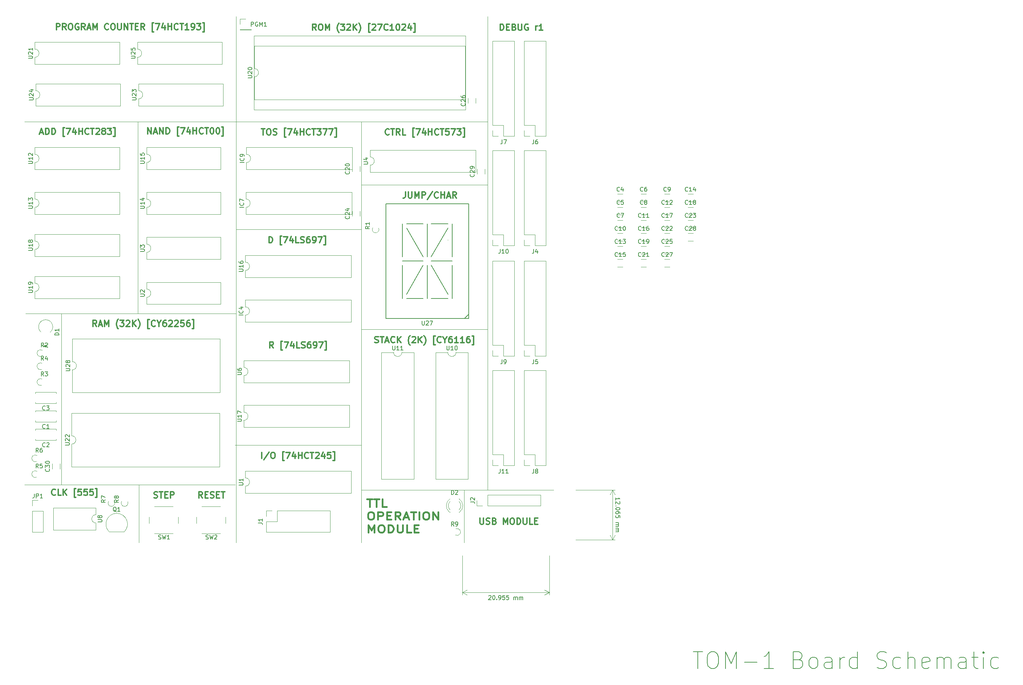
<source format=gbr>
G04 #@! TF.GenerationSoftware,KiCad,Pcbnew,(5.1.6-0-10_14)*
G04 #@! TF.CreationDate,2020-05-26T03:32:06-04:00*
G04 #@! TF.ProjectId,tom-1,746f6d2d-312e-46b6-9963-61645f706362,rev?*
G04 #@! TF.SameCoordinates,Original*
G04 #@! TF.FileFunction,Legend,Top*
G04 #@! TF.FilePolarity,Positive*
%FSLAX46Y46*%
G04 Gerber Fmt 4.6, Leading zero omitted, Abs format (unit mm)*
G04 Created by KiCad (PCBNEW (5.1.6-0-10_14)) date 2020-05-26 03:32:06*
%MOMM*%
%LPD*%
G01*
G04 APERTURE LIST*
%ADD10C,0.120000*%
%ADD11C,0.300000*%
%ADD12C,0.150000*%
%ADD13C,0.400000*%
G04 APERTURE END LIST*
D10*
X48895000Y-132080000D02*
X48895000Y-146050000D01*
X102616000Y-70485000D02*
X102235000Y-70485000D01*
X72390000Y-70485000D02*
X102235000Y-70485000D01*
D11*
X64242428Y-135298571D02*
X63742428Y-134584285D01*
X63385285Y-135298571D02*
X63385285Y-133798571D01*
X63956714Y-133798571D01*
X64099571Y-133870000D01*
X64171000Y-133941428D01*
X64242428Y-134084285D01*
X64242428Y-134298571D01*
X64171000Y-134441428D01*
X64099571Y-134512857D01*
X63956714Y-134584285D01*
X63385285Y-134584285D01*
X64885285Y-134512857D02*
X65385285Y-134512857D01*
X65599571Y-135298571D02*
X64885285Y-135298571D01*
X64885285Y-133798571D01*
X65599571Y-133798571D01*
X66171000Y-135227142D02*
X66385285Y-135298571D01*
X66742428Y-135298571D01*
X66885285Y-135227142D01*
X66956714Y-135155714D01*
X67028142Y-135012857D01*
X67028142Y-134870000D01*
X66956714Y-134727142D01*
X66885285Y-134655714D01*
X66742428Y-134584285D01*
X66456714Y-134512857D01*
X66313857Y-134441428D01*
X66242428Y-134370000D01*
X66171000Y-134227142D01*
X66171000Y-134084285D01*
X66242428Y-133941428D01*
X66313857Y-133870000D01*
X66456714Y-133798571D01*
X66813857Y-133798571D01*
X67028142Y-133870000D01*
X67671000Y-134512857D02*
X68171000Y-134512857D01*
X68385285Y-135298571D02*
X67671000Y-135298571D01*
X67671000Y-133798571D01*
X68385285Y-133798571D01*
X68813857Y-133798571D02*
X69671000Y-133798571D01*
X69242428Y-135298571D02*
X69242428Y-133798571D01*
X52562428Y-135227142D02*
X52776714Y-135298571D01*
X53133857Y-135298571D01*
X53276714Y-135227142D01*
X53348142Y-135155714D01*
X53419571Y-135012857D01*
X53419571Y-134870000D01*
X53348142Y-134727142D01*
X53276714Y-134655714D01*
X53133857Y-134584285D01*
X52848142Y-134512857D01*
X52705285Y-134441428D01*
X52633857Y-134370000D01*
X52562428Y-134227142D01*
X52562428Y-134084285D01*
X52633857Y-133941428D01*
X52705285Y-133870000D01*
X52848142Y-133798571D01*
X53205285Y-133798571D01*
X53419571Y-133870000D01*
X53848142Y-133798571D02*
X54705285Y-133798571D01*
X54276714Y-135298571D02*
X54276714Y-133798571D01*
X55205285Y-134512857D02*
X55705285Y-134512857D01*
X55919571Y-135298571D02*
X55205285Y-135298571D01*
X55205285Y-133798571D01*
X55919571Y-133798571D01*
X56562428Y-135298571D02*
X56562428Y-133798571D01*
X57133857Y-133798571D01*
X57276714Y-133870000D01*
X57348142Y-133941428D01*
X57419571Y-134084285D01*
X57419571Y-134298571D01*
X57348142Y-134441428D01*
X57276714Y-134512857D01*
X57133857Y-134584285D01*
X56562428Y-134584285D01*
D12*
X182662380Y-172434523D02*
X184948095Y-172434523D01*
X183805238Y-176434523D02*
X183805238Y-172434523D01*
X187043333Y-172434523D02*
X187805238Y-172434523D01*
X188186190Y-172625000D01*
X188567142Y-173005952D01*
X188757619Y-173767857D01*
X188757619Y-175101190D01*
X188567142Y-175863095D01*
X188186190Y-176244047D01*
X187805238Y-176434523D01*
X187043333Y-176434523D01*
X186662380Y-176244047D01*
X186281428Y-175863095D01*
X186090952Y-175101190D01*
X186090952Y-173767857D01*
X186281428Y-173005952D01*
X186662380Y-172625000D01*
X187043333Y-172434523D01*
X190471904Y-176434523D02*
X190471904Y-172434523D01*
X191805238Y-175291666D01*
X193138571Y-172434523D01*
X193138571Y-176434523D01*
X195043333Y-174910714D02*
X198090952Y-174910714D01*
X202090952Y-176434523D02*
X199805238Y-176434523D01*
X200948095Y-176434523D02*
X200948095Y-172434523D01*
X200567142Y-173005952D01*
X200186190Y-173386904D01*
X199805238Y-173577380D01*
X208186190Y-174339285D02*
X208757619Y-174529761D01*
X208948095Y-174720238D01*
X209138571Y-175101190D01*
X209138571Y-175672619D01*
X208948095Y-176053571D01*
X208757619Y-176244047D01*
X208376666Y-176434523D01*
X206852857Y-176434523D01*
X206852857Y-172434523D01*
X208186190Y-172434523D01*
X208567142Y-172625000D01*
X208757619Y-172815476D01*
X208948095Y-173196428D01*
X208948095Y-173577380D01*
X208757619Y-173958333D01*
X208567142Y-174148809D01*
X208186190Y-174339285D01*
X206852857Y-174339285D01*
X211424285Y-176434523D02*
X211043333Y-176244047D01*
X210852857Y-176053571D01*
X210662380Y-175672619D01*
X210662380Y-174529761D01*
X210852857Y-174148809D01*
X211043333Y-173958333D01*
X211424285Y-173767857D01*
X211995714Y-173767857D01*
X212376666Y-173958333D01*
X212567142Y-174148809D01*
X212757619Y-174529761D01*
X212757619Y-175672619D01*
X212567142Y-176053571D01*
X212376666Y-176244047D01*
X211995714Y-176434523D01*
X211424285Y-176434523D01*
X216186190Y-176434523D02*
X216186190Y-174339285D01*
X215995714Y-173958333D01*
X215614761Y-173767857D01*
X214852857Y-173767857D01*
X214471904Y-173958333D01*
X216186190Y-176244047D02*
X215805238Y-176434523D01*
X214852857Y-176434523D01*
X214471904Y-176244047D01*
X214281428Y-175863095D01*
X214281428Y-175482142D01*
X214471904Y-175101190D01*
X214852857Y-174910714D01*
X215805238Y-174910714D01*
X216186190Y-174720238D01*
X218090952Y-176434523D02*
X218090952Y-173767857D01*
X218090952Y-174529761D02*
X218281428Y-174148809D01*
X218471904Y-173958333D01*
X218852857Y-173767857D01*
X219233809Y-173767857D01*
X222281428Y-176434523D02*
X222281428Y-172434523D01*
X222281428Y-176244047D02*
X221900476Y-176434523D01*
X221138571Y-176434523D01*
X220757619Y-176244047D01*
X220567142Y-176053571D01*
X220376666Y-175672619D01*
X220376666Y-174529761D01*
X220567142Y-174148809D01*
X220757619Y-173958333D01*
X221138571Y-173767857D01*
X221900476Y-173767857D01*
X222281428Y-173958333D01*
X227043333Y-176244047D02*
X227614761Y-176434523D01*
X228567142Y-176434523D01*
X228948095Y-176244047D01*
X229138571Y-176053571D01*
X229329047Y-175672619D01*
X229329047Y-175291666D01*
X229138571Y-174910714D01*
X228948095Y-174720238D01*
X228567142Y-174529761D01*
X227805238Y-174339285D01*
X227424285Y-174148809D01*
X227233809Y-173958333D01*
X227043333Y-173577380D01*
X227043333Y-173196428D01*
X227233809Y-172815476D01*
X227424285Y-172625000D01*
X227805238Y-172434523D01*
X228757619Y-172434523D01*
X229329047Y-172625000D01*
X232757619Y-176244047D02*
X232376666Y-176434523D01*
X231614761Y-176434523D01*
X231233809Y-176244047D01*
X231043333Y-176053571D01*
X230852857Y-175672619D01*
X230852857Y-174529761D01*
X231043333Y-174148809D01*
X231233809Y-173958333D01*
X231614761Y-173767857D01*
X232376666Y-173767857D01*
X232757619Y-173958333D01*
X234471904Y-176434523D02*
X234471904Y-172434523D01*
X236186190Y-176434523D02*
X236186190Y-174339285D01*
X235995714Y-173958333D01*
X235614761Y-173767857D01*
X235043333Y-173767857D01*
X234662380Y-173958333D01*
X234471904Y-174148809D01*
X239614761Y-176244047D02*
X239233809Y-176434523D01*
X238471904Y-176434523D01*
X238090952Y-176244047D01*
X237900476Y-175863095D01*
X237900476Y-174339285D01*
X238090952Y-173958333D01*
X238471904Y-173767857D01*
X239233809Y-173767857D01*
X239614761Y-173958333D01*
X239805238Y-174339285D01*
X239805238Y-174720238D01*
X237900476Y-175101190D01*
X241519523Y-176434523D02*
X241519523Y-173767857D01*
X241519523Y-174148809D02*
X241710000Y-173958333D01*
X242090952Y-173767857D01*
X242662380Y-173767857D01*
X243043333Y-173958333D01*
X243233809Y-174339285D01*
X243233809Y-176434523D01*
X243233809Y-174339285D02*
X243424285Y-173958333D01*
X243805238Y-173767857D01*
X244376666Y-173767857D01*
X244757619Y-173958333D01*
X244948095Y-174339285D01*
X244948095Y-176434523D01*
X248567142Y-176434523D02*
X248567142Y-174339285D01*
X248376666Y-173958333D01*
X247995714Y-173767857D01*
X247233809Y-173767857D01*
X246852857Y-173958333D01*
X248567142Y-176244047D02*
X248186190Y-176434523D01*
X247233809Y-176434523D01*
X246852857Y-176244047D01*
X246662380Y-175863095D01*
X246662380Y-175482142D01*
X246852857Y-175101190D01*
X247233809Y-174910714D01*
X248186190Y-174910714D01*
X248567142Y-174720238D01*
X249900476Y-173767857D02*
X251424285Y-173767857D01*
X250471904Y-172434523D02*
X250471904Y-175863095D01*
X250662380Y-176244047D01*
X251043333Y-176434523D01*
X251424285Y-176434523D01*
X252757619Y-176434523D02*
X252757619Y-173767857D01*
X252757619Y-172434523D02*
X252567142Y-172625000D01*
X252757619Y-172815476D01*
X252948095Y-172625000D01*
X252757619Y-172434523D01*
X252757619Y-172815476D01*
X256376666Y-176244047D02*
X255995714Y-176434523D01*
X255233809Y-176434523D01*
X254852857Y-176244047D01*
X254662380Y-176053571D01*
X254471904Y-175672619D01*
X254471904Y-174529761D01*
X254662380Y-174148809D01*
X254852857Y-173958333D01*
X255233809Y-173767857D01*
X255995714Y-173767857D01*
X256376666Y-173958333D01*
D10*
X127381000Y-146050000D02*
X127381000Y-133350000D01*
D12*
X133334642Y-158932619D02*
X133382261Y-158885000D01*
X133477500Y-158837380D01*
X133715595Y-158837380D01*
X133810833Y-158885000D01*
X133858452Y-158932619D01*
X133906071Y-159027857D01*
X133906071Y-159123095D01*
X133858452Y-159265952D01*
X133287023Y-159837380D01*
X133906071Y-159837380D01*
X134525119Y-158837380D02*
X134620357Y-158837380D01*
X134715595Y-158885000D01*
X134763214Y-158932619D01*
X134810833Y-159027857D01*
X134858452Y-159218333D01*
X134858452Y-159456428D01*
X134810833Y-159646904D01*
X134763214Y-159742142D01*
X134715595Y-159789761D01*
X134620357Y-159837380D01*
X134525119Y-159837380D01*
X134429880Y-159789761D01*
X134382261Y-159742142D01*
X134334642Y-159646904D01*
X134287023Y-159456428D01*
X134287023Y-159218333D01*
X134334642Y-159027857D01*
X134382261Y-158932619D01*
X134429880Y-158885000D01*
X134525119Y-158837380D01*
X135287023Y-159742142D02*
X135334642Y-159789761D01*
X135287023Y-159837380D01*
X135239404Y-159789761D01*
X135287023Y-159742142D01*
X135287023Y-159837380D01*
X135810833Y-159837380D02*
X136001309Y-159837380D01*
X136096547Y-159789761D01*
X136144166Y-159742142D01*
X136239404Y-159599285D01*
X136287023Y-159408809D01*
X136287023Y-159027857D01*
X136239404Y-158932619D01*
X136191785Y-158885000D01*
X136096547Y-158837380D01*
X135906071Y-158837380D01*
X135810833Y-158885000D01*
X135763214Y-158932619D01*
X135715595Y-159027857D01*
X135715595Y-159265952D01*
X135763214Y-159361190D01*
X135810833Y-159408809D01*
X135906071Y-159456428D01*
X136096547Y-159456428D01*
X136191785Y-159408809D01*
X136239404Y-159361190D01*
X136287023Y-159265952D01*
X137191785Y-158837380D02*
X136715595Y-158837380D01*
X136667976Y-159313571D01*
X136715595Y-159265952D01*
X136810833Y-159218333D01*
X137048928Y-159218333D01*
X137144166Y-159265952D01*
X137191785Y-159313571D01*
X137239404Y-159408809D01*
X137239404Y-159646904D01*
X137191785Y-159742142D01*
X137144166Y-159789761D01*
X137048928Y-159837380D01*
X136810833Y-159837380D01*
X136715595Y-159789761D01*
X136667976Y-159742142D01*
X138144166Y-158837380D02*
X137667976Y-158837380D01*
X137620357Y-159313571D01*
X137667976Y-159265952D01*
X137763214Y-159218333D01*
X138001309Y-159218333D01*
X138096547Y-159265952D01*
X138144166Y-159313571D01*
X138191785Y-159408809D01*
X138191785Y-159646904D01*
X138144166Y-159742142D01*
X138096547Y-159789761D01*
X138001309Y-159837380D01*
X137763214Y-159837380D01*
X137667976Y-159789761D01*
X137620357Y-159742142D01*
X139382261Y-159837380D02*
X139382261Y-159170714D01*
X139382261Y-159265952D02*
X139429880Y-159218333D01*
X139525119Y-159170714D01*
X139667976Y-159170714D01*
X139763214Y-159218333D01*
X139810833Y-159313571D01*
X139810833Y-159837380D01*
X139810833Y-159313571D02*
X139858452Y-159218333D01*
X139953690Y-159170714D01*
X140096547Y-159170714D01*
X140191785Y-159218333D01*
X140239404Y-159313571D01*
X140239404Y-159837380D01*
X140715595Y-159837380D02*
X140715595Y-159170714D01*
X140715595Y-159265952D02*
X140763214Y-159218333D01*
X140858452Y-159170714D01*
X141001309Y-159170714D01*
X141096547Y-159218333D01*
X141144166Y-159313571D01*
X141144166Y-159837380D01*
X141144166Y-159313571D02*
X141191785Y-159218333D01*
X141287023Y-159170714D01*
X141429880Y-159170714D01*
X141525119Y-159218333D01*
X141572738Y-159313571D01*
X141572738Y-159837380D01*
D10*
X127000000Y-158115000D02*
X147955000Y-158115000D01*
X127000000Y-149225000D02*
X127000000Y-158701421D01*
X147955000Y-149225000D02*
X147955000Y-158701421D01*
X147955000Y-158115000D02*
X146828496Y-158701421D01*
X147955000Y-158115000D02*
X146828496Y-157528579D01*
X127000000Y-158115000D02*
X128126504Y-158701421D01*
X127000000Y-158115000D02*
X128126504Y-157528579D01*
D12*
X164012619Y-135811071D02*
X164012619Y-135239642D01*
X164012619Y-135525357D02*
X165012619Y-135525357D01*
X164869761Y-135430119D01*
X164774523Y-135334880D01*
X164726904Y-135239642D01*
X164917380Y-136192023D02*
X164965000Y-136239642D01*
X165012619Y-136334880D01*
X165012619Y-136572976D01*
X164965000Y-136668214D01*
X164917380Y-136715833D01*
X164822142Y-136763452D01*
X164726904Y-136763452D01*
X164584047Y-136715833D01*
X164012619Y-136144404D01*
X164012619Y-136763452D01*
X164107857Y-137192023D02*
X164060238Y-137239642D01*
X164012619Y-137192023D01*
X164060238Y-137144404D01*
X164107857Y-137192023D01*
X164012619Y-137192023D01*
X165012619Y-137858690D02*
X165012619Y-137953928D01*
X164965000Y-138049166D01*
X164917380Y-138096785D01*
X164822142Y-138144404D01*
X164631666Y-138192023D01*
X164393571Y-138192023D01*
X164203095Y-138144404D01*
X164107857Y-138096785D01*
X164060238Y-138049166D01*
X164012619Y-137953928D01*
X164012619Y-137858690D01*
X164060238Y-137763452D01*
X164107857Y-137715833D01*
X164203095Y-137668214D01*
X164393571Y-137620595D01*
X164631666Y-137620595D01*
X164822142Y-137668214D01*
X164917380Y-137715833D01*
X164965000Y-137763452D01*
X165012619Y-137858690D01*
X165012619Y-139049166D02*
X165012619Y-138858690D01*
X164965000Y-138763452D01*
X164917380Y-138715833D01*
X164774523Y-138620595D01*
X164584047Y-138572976D01*
X164203095Y-138572976D01*
X164107857Y-138620595D01*
X164060238Y-138668214D01*
X164012619Y-138763452D01*
X164012619Y-138953928D01*
X164060238Y-139049166D01*
X164107857Y-139096785D01*
X164203095Y-139144404D01*
X164441190Y-139144404D01*
X164536428Y-139096785D01*
X164584047Y-139049166D01*
X164631666Y-138953928D01*
X164631666Y-138763452D01*
X164584047Y-138668214D01*
X164536428Y-138620595D01*
X164441190Y-138572976D01*
X165012619Y-140049166D02*
X165012619Y-139572976D01*
X164536428Y-139525357D01*
X164584047Y-139572976D01*
X164631666Y-139668214D01*
X164631666Y-139906309D01*
X164584047Y-140001547D01*
X164536428Y-140049166D01*
X164441190Y-140096785D01*
X164203095Y-140096785D01*
X164107857Y-140049166D01*
X164060238Y-140001547D01*
X164012619Y-139906309D01*
X164012619Y-139668214D01*
X164060238Y-139572976D01*
X164107857Y-139525357D01*
X164012619Y-141287261D02*
X164679285Y-141287261D01*
X164584047Y-141287261D02*
X164631666Y-141334880D01*
X164679285Y-141430119D01*
X164679285Y-141572976D01*
X164631666Y-141668214D01*
X164536428Y-141715833D01*
X164012619Y-141715833D01*
X164536428Y-141715833D02*
X164631666Y-141763452D01*
X164679285Y-141858690D01*
X164679285Y-142001547D01*
X164631666Y-142096785D01*
X164536428Y-142144404D01*
X164012619Y-142144404D01*
X164012619Y-142620595D02*
X164679285Y-142620595D01*
X164584047Y-142620595D02*
X164631666Y-142668214D01*
X164679285Y-142763452D01*
X164679285Y-142906309D01*
X164631666Y-143001547D01*
X164536428Y-143049166D01*
X164012619Y-143049166D01*
X164536428Y-143049166D02*
X164631666Y-143096785D01*
X164679285Y-143192023D01*
X164679285Y-143334880D01*
X164631666Y-143430119D01*
X164536428Y-143477738D01*
X164012619Y-143477738D01*
D10*
X163195000Y-133350000D02*
X163195000Y-145415000D01*
X154305000Y-133350000D02*
X163781421Y-133350000D01*
X154305000Y-145415000D02*
X163781421Y-145415000D01*
X163195000Y-145415000D02*
X162608579Y-144288496D01*
X163195000Y-145415000D02*
X163781421Y-144288496D01*
X163195000Y-133350000D02*
X162608579Y-134476504D01*
X163195000Y-133350000D02*
X163781421Y-134476504D01*
X102616000Y-133350000D02*
X148971000Y-133350000D01*
X102616000Y-132080000D02*
X102616000Y-146050000D01*
X72136000Y-122555000D02*
X102616000Y-122555000D01*
X133096000Y-94615000D02*
X102616000Y-94615000D01*
X102616000Y-59690000D02*
X133096000Y-59690000D01*
X102616000Y-132080000D02*
X102616000Y-44450000D01*
D11*
X78554571Y-125773571D02*
X78554571Y-124273571D01*
X80340285Y-124202142D02*
X79054571Y-126130714D01*
X81126000Y-124273571D02*
X81411714Y-124273571D01*
X81554571Y-124345000D01*
X81697428Y-124487857D01*
X81768857Y-124773571D01*
X81768857Y-125273571D01*
X81697428Y-125559285D01*
X81554571Y-125702142D01*
X81411714Y-125773571D01*
X81126000Y-125773571D01*
X80983142Y-125702142D01*
X80840285Y-125559285D01*
X80768857Y-125273571D01*
X80768857Y-124773571D01*
X80840285Y-124487857D01*
X80983142Y-124345000D01*
X81126000Y-124273571D01*
X83983142Y-126273571D02*
X83626000Y-126273571D01*
X83626000Y-124130714D01*
X83983142Y-124130714D01*
X84411714Y-124273571D02*
X85411714Y-124273571D01*
X84768857Y-125773571D01*
X86626000Y-124773571D02*
X86626000Y-125773571D01*
X86268857Y-124202142D02*
X85911714Y-125273571D01*
X86840285Y-125273571D01*
X87411714Y-125773571D02*
X87411714Y-124273571D01*
X87411714Y-124987857D02*
X88268857Y-124987857D01*
X88268857Y-125773571D02*
X88268857Y-124273571D01*
X89840285Y-125630714D02*
X89768857Y-125702142D01*
X89554571Y-125773571D01*
X89411714Y-125773571D01*
X89197428Y-125702142D01*
X89054571Y-125559285D01*
X88983142Y-125416428D01*
X88911714Y-125130714D01*
X88911714Y-124916428D01*
X88983142Y-124630714D01*
X89054571Y-124487857D01*
X89197428Y-124345000D01*
X89411714Y-124273571D01*
X89554571Y-124273571D01*
X89768857Y-124345000D01*
X89840285Y-124416428D01*
X90268857Y-124273571D02*
X91126000Y-124273571D01*
X90697428Y-125773571D02*
X90697428Y-124273571D01*
X91554571Y-124416428D02*
X91626000Y-124345000D01*
X91768857Y-124273571D01*
X92126000Y-124273571D01*
X92268857Y-124345000D01*
X92340285Y-124416428D01*
X92411714Y-124559285D01*
X92411714Y-124702142D01*
X92340285Y-124916428D01*
X91483142Y-125773571D01*
X92411714Y-125773571D01*
X93697428Y-124773571D02*
X93697428Y-125773571D01*
X93340285Y-124202142D02*
X92983142Y-125273571D01*
X93911714Y-125273571D01*
X95197428Y-124273571D02*
X94483142Y-124273571D01*
X94411714Y-124987857D01*
X94483142Y-124916428D01*
X94626000Y-124845000D01*
X94983142Y-124845000D01*
X95126000Y-124916428D01*
X95197428Y-124987857D01*
X95268857Y-125130714D01*
X95268857Y-125487857D01*
X95197428Y-125630714D01*
X95126000Y-125702142D01*
X94983142Y-125773571D01*
X94626000Y-125773571D01*
X94483142Y-125702142D01*
X94411714Y-125630714D01*
X95768857Y-126273571D02*
X96126000Y-126273571D01*
X96126000Y-124130714D01*
X95768857Y-124130714D01*
X109299714Y-47525714D02*
X109228285Y-47597142D01*
X109014000Y-47668571D01*
X108871142Y-47668571D01*
X108656857Y-47597142D01*
X108514000Y-47454285D01*
X108442571Y-47311428D01*
X108371142Y-47025714D01*
X108371142Y-46811428D01*
X108442571Y-46525714D01*
X108514000Y-46382857D01*
X108656857Y-46240000D01*
X108871142Y-46168571D01*
X109014000Y-46168571D01*
X109228285Y-46240000D01*
X109299714Y-46311428D01*
X109728285Y-46168571D02*
X110585428Y-46168571D01*
X110156857Y-47668571D02*
X110156857Y-46168571D01*
X111942571Y-47668571D02*
X111442571Y-46954285D01*
X111085428Y-47668571D02*
X111085428Y-46168571D01*
X111656857Y-46168571D01*
X111799714Y-46240000D01*
X111871142Y-46311428D01*
X111942571Y-46454285D01*
X111942571Y-46668571D01*
X111871142Y-46811428D01*
X111799714Y-46882857D01*
X111656857Y-46954285D01*
X111085428Y-46954285D01*
X113299714Y-47668571D02*
X112585428Y-47668571D01*
X112585428Y-46168571D01*
X115371142Y-48168571D02*
X115014000Y-48168571D01*
X115014000Y-46025714D01*
X115371142Y-46025714D01*
X115799714Y-46168571D02*
X116799714Y-46168571D01*
X116156857Y-47668571D01*
X118014000Y-46668571D02*
X118014000Y-47668571D01*
X117656857Y-46097142D02*
X117299714Y-47168571D01*
X118228285Y-47168571D01*
X118799714Y-47668571D02*
X118799714Y-46168571D01*
X118799714Y-46882857D02*
X119656857Y-46882857D01*
X119656857Y-47668571D02*
X119656857Y-46168571D01*
X121228285Y-47525714D02*
X121156857Y-47597142D01*
X120942571Y-47668571D01*
X120799714Y-47668571D01*
X120585428Y-47597142D01*
X120442571Y-47454285D01*
X120371142Y-47311428D01*
X120299714Y-47025714D01*
X120299714Y-46811428D01*
X120371142Y-46525714D01*
X120442571Y-46382857D01*
X120585428Y-46240000D01*
X120799714Y-46168571D01*
X120942571Y-46168571D01*
X121156857Y-46240000D01*
X121228285Y-46311428D01*
X121656857Y-46168571D02*
X122514000Y-46168571D01*
X122085428Y-47668571D02*
X122085428Y-46168571D01*
X123728285Y-46168571D02*
X123014000Y-46168571D01*
X122942571Y-46882857D01*
X123014000Y-46811428D01*
X123156857Y-46740000D01*
X123514000Y-46740000D01*
X123656857Y-46811428D01*
X123728285Y-46882857D01*
X123799714Y-47025714D01*
X123799714Y-47382857D01*
X123728285Y-47525714D01*
X123656857Y-47597142D01*
X123514000Y-47668571D01*
X123156857Y-47668571D01*
X123014000Y-47597142D01*
X122942571Y-47525714D01*
X124299714Y-46168571D02*
X125299714Y-46168571D01*
X124656857Y-47668571D01*
X125728285Y-46168571D02*
X126656857Y-46168571D01*
X126156857Y-46740000D01*
X126371142Y-46740000D01*
X126514000Y-46811428D01*
X126585428Y-46882857D01*
X126656857Y-47025714D01*
X126656857Y-47382857D01*
X126585428Y-47525714D01*
X126514000Y-47597142D01*
X126371142Y-47668571D01*
X125942571Y-47668571D01*
X125799714Y-47597142D01*
X125728285Y-47525714D01*
X127156857Y-48168571D02*
X127514000Y-48168571D01*
X127514000Y-46025714D01*
X127156857Y-46025714D01*
D10*
X48641000Y-44450000D02*
X48641000Y-90805000D01*
X30226000Y-90805000D02*
X30226000Y-132080000D01*
X21336000Y-44450000D02*
X133096000Y-44450000D01*
X72390000Y-146050000D02*
X72390000Y-19050000D01*
X72136000Y-132080000D02*
X21336000Y-132080000D01*
D11*
X131247428Y-140148571D02*
X131247428Y-141362857D01*
X131318857Y-141505714D01*
X131390285Y-141577142D01*
X131533142Y-141648571D01*
X131818857Y-141648571D01*
X131961714Y-141577142D01*
X132033142Y-141505714D01*
X132104571Y-141362857D01*
X132104571Y-140148571D01*
X132747428Y-141577142D02*
X132961714Y-141648571D01*
X133318857Y-141648571D01*
X133461714Y-141577142D01*
X133533142Y-141505714D01*
X133604571Y-141362857D01*
X133604571Y-141220000D01*
X133533142Y-141077142D01*
X133461714Y-141005714D01*
X133318857Y-140934285D01*
X133033142Y-140862857D01*
X132890285Y-140791428D01*
X132818857Y-140720000D01*
X132747428Y-140577142D01*
X132747428Y-140434285D01*
X132818857Y-140291428D01*
X132890285Y-140220000D01*
X133033142Y-140148571D01*
X133390285Y-140148571D01*
X133604571Y-140220000D01*
X134747428Y-140862857D02*
X134961714Y-140934285D01*
X135033142Y-141005714D01*
X135104571Y-141148571D01*
X135104571Y-141362857D01*
X135033142Y-141505714D01*
X134961714Y-141577142D01*
X134818857Y-141648571D01*
X134247428Y-141648571D01*
X134247428Y-140148571D01*
X134747428Y-140148571D01*
X134890285Y-140220000D01*
X134961714Y-140291428D01*
X135033142Y-140434285D01*
X135033142Y-140577142D01*
X134961714Y-140720000D01*
X134890285Y-140791428D01*
X134747428Y-140862857D01*
X134247428Y-140862857D01*
X136890285Y-141648571D02*
X136890285Y-140148571D01*
X137390285Y-141220000D01*
X137890285Y-140148571D01*
X137890285Y-141648571D01*
X138890285Y-140148571D02*
X139176000Y-140148571D01*
X139318857Y-140220000D01*
X139461714Y-140362857D01*
X139533142Y-140648571D01*
X139533142Y-141148571D01*
X139461714Y-141434285D01*
X139318857Y-141577142D01*
X139176000Y-141648571D01*
X138890285Y-141648571D01*
X138747428Y-141577142D01*
X138604571Y-141434285D01*
X138533142Y-141148571D01*
X138533142Y-140648571D01*
X138604571Y-140362857D01*
X138747428Y-140220000D01*
X138890285Y-140148571D01*
X140176000Y-141648571D02*
X140176000Y-140148571D01*
X140533142Y-140148571D01*
X140747428Y-140220000D01*
X140890285Y-140362857D01*
X140961714Y-140505714D01*
X141033142Y-140791428D01*
X141033142Y-141005714D01*
X140961714Y-141291428D01*
X140890285Y-141434285D01*
X140747428Y-141577142D01*
X140533142Y-141648571D01*
X140176000Y-141648571D01*
X141676000Y-140148571D02*
X141676000Y-141362857D01*
X141747428Y-141505714D01*
X141818857Y-141577142D01*
X141961714Y-141648571D01*
X142247428Y-141648571D01*
X142390285Y-141577142D01*
X142461714Y-141505714D01*
X142533142Y-141362857D01*
X142533142Y-140148571D01*
X143961714Y-141648571D02*
X143247428Y-141648571D01*
X143247428Y-140148571D01*
X144461714Y-140862857D02*
X144961714Y-140862857D01*
X145176000Y-141648571D02*
X144461714Y-141648571D01*
X144461714Y-140148571D01*
X145176000Y-140148571D01*
X136116857Y-22395571D02*
X136116857Y-20895571D01*
X136474000Y-20895571D01*
X136688285Y-20967000D01*
X136831142Y-21109857D01*
X136902571Y-21252714D01*
X136974000Y-21538428D01*
X136974000Y-21752714D01*
X136902571Y-22038428D01*
X136831142Y-22181285D01*
X136688285Y-22324142D01*
X136474000Y-22395571D01*
X136116857Y-22395571D01*
X137616857Y-21609857D02*
X138116857Y-21609857D01*
X138331142Y-22395571D02*
X137616857Y-22395571D01*
X137616857Y-20895571D01*
X138331142Y-20895571D01*
X139474000Y-21609857D02*
X139688285Y-21681285D01*
X139759714Y-21752714D01*
X139831142Y-21895571D01*
X139831142Y-22109857D01*
X139759714Y-22252714D01*
X139688285Y-22324142D01*
X139545428Y-22395571D01*
X138974000Y-22395571D01*
X138974000Y-20895571D01*
X139474000Y-20895571D01*
X139616857Y-20967000D01*
X139688285Y-21038428D01*
X139759714Y-21181285D01*
X139759714Y-21324142D01*
X139688285Y-21467000D01*
X139616857Y-21538428D01*
X139474000Y-21609857D01*
X138974000Y-21609857D01*
X140474000Y-20895571D02*
X140474000Y-22109857D01*
X140545428Y-22252714D01*
X140616857Y-22324142D01*
X140759714Y-22395571D01*
X141045428Y-22395571D01*
X141188285Y-22324142D01*
X141259714Y-22252714D01*
X141331142Y-22109857D01*
X141331142Y-20895571D01*
X142831142Y-20967000D02*
X142688285Y-20895571D01*
X142474000Y-20895571D01*
X142259714Y-20967000D01*
X142116857Y-21109857D01*
X142045428Y-21252714D01*
X141974000Y-21538428D01*
X141974000Y-21752714D01*
X142045428Y-22038428D01*
X142116857Y-22181285D01*
X142259714Y-22324142D01*
X142474000Y-22395571D01*
X142616857Y-22395571D01*
X142831142Y-22324142D01*
X142902571Y-22252714D01*
X142902571Y-21752714D01*
X142616857Y-21752714D01*
X144688285Y-22395571D02*
X144688285Y-21395571D01*
X144688285Y-21681285D02*
X144759714Y-21538428D01*
X144831142Y-21467000D01*
X144974000Y-21395571D01*
X145116857Y-21395571D01*
X146402571Y-22395571D02*
X145545428Y-22395571D01*
X145974000Y-22395571D02*
X145974000Y-20895571D01*
X145831142Y-21109857D01*
X145688285Y-21252714D01*
X145545428Y-21324142D01*
X113233142Y-61408571D02*
X113233142Y-62480000D01*
X113161714Y-62694285D01*
X113018857Y-62837142D01*
X112804571Y-62908571D01*
X112661714Y-62908571D01*
X113947428Y-61408571D02*
X113947428Y-62622857D01*
X114018857Y-62765714D01*
X114090285Y-62837142D01*
X114233142Y-62908571D01*
X114518857Y-62908571D01*
X114661714Y-62837142D01*
X114733142Y-62765714D01*
X114804571Y-62622857D01*
X114804571Y-61408571D01*
X115518857Y-62908571D02*
X115518857Y-61408571D01*
X116018857Y-62480000D01*
X116518857Y-61408571D01*
X116518857Y-62908571D01*
X117233142Y-62908571D02*
X117233142Y-61408571D01*
X117804571Y-61408571D01*
X117947428Y-61480000D01*
X118018857Y-61551428D01*
X118090285Y-61694285D01*
X118090285Y-61908571D01*
X118018857Y-62051428D01*
X117947428Y-62122857D01*
X117804571Y-62194285D01*
X117233142Y-62194285D01*
X119804571Y-61337142D02*
X118518857Y-63265714D01*
X121161714Y-62765714D02*
X121090285Y-62837142D01*
X120876000Y-62908571D01*
X120733142Y-62908571D01*
X120518857Y-62837142D01*
X120376000Y-62694285D01*
X120304571Y-62551428D01*
X120233142Y-62265714D01*
X120233142Y-62051428D01*
X120304571Y-61765714D01*
X120376000Y-61622857D01*
X120518857Y-61480000D01*
X120733142Y-61408571D01*
X120876000Y-61408571D01*
X121090285Y-61480000D01*
X121161714Y-61551428D01*
X121804571Y-62908571D02*
X121804571Y-61408571D01*
X121804571Y-62122857D02*
X122661714Y-62122857D01*
X122661714Y-62908571D02*
X122661714Y-61408571D01*
X123304571Y-62480000D02*
X124018857Y-62480000D01*
X123161714Y-62908571D02*
X123661714Y-61408571D01*
X124161714Y-62908571D01*
X125518857Y-62908571D02*
X125018857Y-62194285D01*
X124661714Y-62908571D02*
X124661714Y-61408571D01*
X125233142Y-61408571D01*
X125376000Y-61480000D01*
X125447428Y-61551428D01*
X125518857Y-61694285D01*
X125518857Y-61908571D01*
X125447428Y-62051428D01*
X125376000Y-62122857D01*
X125233142Y-62194285D01*
X124661714Y-62194285D01*
X28793857Y-134520714D02*
X28722428Y-134592142D01*
X28508142Y-134663571D01*
X28365285Y-134663571D01*
X28151000Y-134592142D01*
X28008142Y-134449285D01*
X27936714Y-134306428D01*
X27865285Y-134020714D01*
X27865285Y-133806428D01*
X27936714Y-133520714D01*
X28008142Y-133377857D01*
X28151000Y-133235000D01*
X28365285Y-133163571D01*
X28508142Y-133163571D01*
X28722428Y-133235000D01*
X28793857Y-133306428D01*
X30151000Y-134663571D02*
X29436714Y-134663571D01*
X29436714Y-133163571D01*
X30651000Y-134663571D02*
X30651000Y-133163571D01*
X31508142Y-134663571D02*
X30865285Y-133806428D01*
X31508142Y-133163571D02*
X30651000Y-134020714D01*
X33722428Y-135163571D02*
X33365285Y-135163571D01*
X33365285Y-133020714D01*
X33722428Y-133020714D01*
X35008142Y-133163571D02*
X34293857Y-133163571D01*
X34222428Y-133877857D01*
X34293857Y-133806428D01*
X34436714Y-133735000D01*
X34793857Y-133735000D01*
X34936714Y-133806428D01*
X35008142Y-133877857D01*
X35079571Y-134020714D01*
X35079571Y-134377857D01*
X35008142Y-134520714D01*
X34936714Y-134592142D01*
X34793857Y-134663571D01*
X34436714Y-134663571D01*
X34293857Y-134592142D01*
X34222428Y-134520714D01*
X36436714Y-133163571D02*
X35722428Y-133163571D01*
X35651000Y-133877857D01*
X35722428Y-133806428D01*
X35865285Y-133735000D01*
X36222428Y-133735000D01*
X36365285Y-133806428D01*
X36436714Y-133877857D01*
X36508142Y-134020714D01*
X36508142Y-134377857D01*
X36436714Y-134520714D01*
X36365285Y-134592142D01*
X36222428Y-134663571D01*
X35865285Y-134663571D01*
X35722428Y-134592142D01*
X35651000Y-134520714D01*
X37865285Y-133163571D02*
X37151000Y-133163571D01*
X37079571Y-133877857D01*
X37151000Y-133806428D01*
X37293857Y-133735000D01*
X37651000Y-133735000D01*
X37793857Y-133806428D01*
X37865285Y-133877857D01*
X37936714Y-134020714D01*
X37936714Y-134377857D01*
X37865285Y-134520714D01*
X37793857Y-134592142D01*
X37651000Y-134663571D01*
X37293857Y-134663571D01*
X37151000Y-134592142D01*
X37079571Y-134520714D01*
X38436714Y-135163571D02*
X38793857Y-135163571D01*
X38793857Y-133020714D01*
X38436714Y-133020714D01*
D10*
X72390000Y-90805000D02*
X21590000Y-90805000D01*
X133096000Y-19050000D02*
X133096000Y-133350000D01*
D11*
X91715285Y-22395571D02*
X91215285Y-21681285D01*
X90858142Y-22395571D02*
X90858142Y-20895571D01*
X91429571Y-20895571D01*
X91572428Y-20967000D01*
X91643857Y-21038428D01*
X91715285Y-21181285D01*
X91715285Y-21395571D01*
X91643857Y-21538428D01*
X91572428Y-21609857D01*
X91429571Y-21681285D01*
X90858142Y-21681285D01*
X92643857Y-20895571D02*
X92929571Y-20895571D01*
X93072428Y-20967000D01*
X93215285Y-21109857D01*
X93286714Y-21395571D01*
X93286714Y-21895571D01*
X93215285Y-22181285D01*
X93072428Y-22324142D01*
X92929571Y-22395571D01*
X92643857Y-22395571D01*
X92501000Y-22324142D01*
X92358142Y-22181285D01*
X92286714Y-21895571D01*
X92286714Y-21395571D01*
X92358142Y-21109857D01*
X92501000Y-20967000D01*
X92643857Y-20895571D01*
X93929571Y-22395571D02*
X93929571Y-20895571D01*
X94429571Y-21967000D01*
X94929571Y-20895571D01*
X94929571Y-22395571D01*
X97215285Y-22967000D02*
X97143857Y-22895571D01*
X97001000Y-22681285D01*
X96929571Y-22538428D01*
X96858142Y-22324142D01*
X96786714Y-21967000D01*
X96786714Y-21681285D01*
X96858142Y-21324142D01*
X96929571Y-21109857D01*
X97001000Y-20967000D01*
X97143857Y-20752714D01*
X97215285Y-20681285D01*
X97643857Y-20895571D02*
X98572428Y-20895571D01*
X98072428Y-21467000D01*
X98286714Y-21467000D01*
X98429571Y-21538428D01*
X98501000Y-21609857D01*
X98572428Y-21752714D01*
X98572428Y-22109857D01*
X98501000Y-22252714D01*
X98429571Y-22324142D01*
X98286714Y-22395571D01*
X97858142Y-22395571D01*
X97715285Y-22324142D01*
X97643857Y-22252714D01*
X99143857Y-21038428D02*
X99215285Y-20967000D01*
X99358142Y-20895571D01*
X99715285Y-20895571D01*
X99858142Y-20967000D01*
X99929571Y-21038428D01*
X100001000Y-21181285D01*
X100001000Y-21324142D01*
X99929571Y-21538428D01*
X99072428Y-22395571D01*
X100001000Y-22395571D01*
X100643857Y-22395571D02*
X100643857Y-20895571D01*
X101501000Y-22395571D02*
X100858142Y-21538428D01*
X101501000Y-20895571D02*
X100643857Y-21752714D01*
X102001000Y-22967000D02*
X102072428Y-22895571D01*
X102215285Y-22681285D01*
X102286714Y-22538428D01*
X102358142Y-22324142D01*
X102429571Y-21967000D01*
X102429571Y-21681285D01*
X102358142Y-21324142D01*
X102286714Y-21109857D01*
X102215285Y-20967000D01*
X102072428Y-20752714D01*
X102001000Y-20681285D01*
X104715285Y-22895571D02*
X104358142Y-22895571D01*
X104358142Y-20752714D01*
X104715285Y-20752714D01*
X105215285Y-21038428D02*
X105286714Y-20967000D01*
X105429571Y-20895571D01*
X105786714Y-20895571D01*
X105929571Y-20967000D01*
X106001000Y-21038428D01*
X106072428Y-21181285D01*
X106072428Y-21324142D01*
X106001000Y-21538428D01*
X105143857Y-22395571D01*
X106072428Y-22395571D01*
X106572428Y-20895571D02*
X107572428Y-20895571D01*
X106929571Y-22395571D01*
X109001000Y-22252714D02*
X108929571Y-22324142D01*
X108715285Y-22395571D01*
X108572428Y-22395571D01*
X108358142Y-22324142D01*
X108215285Y-22181285D01*
X108143857Y-22038428D01*
X108072428Y-21752714D01*
X108072428Y-21538428D01*
X108143857Y-21252714D01*
X108215285Y-21109857D01*
X108358142Y-20967000D01*
X108572428Y-20895571D01*
X108715285Y-20895571D01*
X108929571Y-20967000D01*
X109001000Y-21038428D01*
X110429571Y-22395571D02*
X109572428Y-22395571D01*
X110001000Y-22395571D02*
X110001000Y-20895571D01*
X109858142Y-21109857D01*
X109715285Y-21252714D01*
X109572428Y-21324142D01*
X111358142Y-20895571D02*
X111501000Y-20895571D01*
X111643857Y-20967000D01*
X111715285Y-21038428D01*
X111786714Y-21181285D01*
X111858142Y-21467000D01*
X111858142Y-21824142D01*
X111786714Y-22109857D01*
X111715285Y-22252714D01*
X111643857Y-22324142D01*
X111501000Y-22395571D01*
X111358142Y-22395571D01*
X111215285Y-22324142D01*
X111143857Y-22252714D01*
X111072428Y-22109857D01*
X111001000Y-21824142D01*
X111001000Y-21467000D01*
X111072428Y-21181285D01*
X111143857Y-21038428D01*
X111215285Y-20967000D01*
X111358142Y-20895571D01*
X112429571Y-21038428D02*
X112501000Y-20967000D01*
X112643857Y-20895571D01*
X113001000Y-20895571D01*
X113143857Y-20967000D01*
X113215285Y-21038428D01*
X113286714Y-21181285D01*
X113286714Y-21324142D01*
X113215285Y-21538428D01*
X112358142Y-22395571D01*
X113286714Y-22395571D01*
X114572428Y-21395571D02*
X114572428Y-22395571D01*
X114215285Y-20824142D02*
X113858142Y-21895571D01*
X114786714Y-21895571D01*
X115215285Y-22895571D02*
X115572428Y-22895571D01*
X115572428Y-20752714D01*
X115215285Y-20752714D01*
X29005857Y-22268571D02*
X29005857Y-20768571D01*
X29577285Y-20768571D01*
X29720142Y-20840000D01*
X29791571Y-20911428D01*
X29862999Y-21054285D01*
X29862999Y-21268571D01*
X29791571Y-21411428D01*
X29720142Y-21482857D01*
X29577285Y-21554285D01*
X29005857Y-21554285D01*
X31362999Y-22268571D02*
X30862999Y-21554285D01*
X30505857Y-22268571D02*
X30505857Y-20768571D01*
X31077285Y-20768571D01*
X31220142Y-20840000D01*
X31291571Y-20911428D01*
X31362999Y-21054285D01*
X31362999Y-21268571D01*
X31291571Y-21411428D01*
X31220142Y-21482857D01*
X31077285Y-21554285D01*
X30505857Y-21554285D01*
X32291571Y-20768571D02*
X32577285Y-20768571D01*
X32720142Y-20840000D01*
X32862999Y-20982857D01*
X32934428Y-21268571D01*
X32934428Y-21768571D01*
X32862999Y-22054285D01*
X32720142Y-22197142D01*
X32577285Y-22268571D01*
X32291571Y-22268571D01*
X32148714Y-22197142D01*
X32005857Y-22054285D01*
X31934428Y-21768571D01*
X31934428Y-21268571D01*
X32005857Y-20982857D01*
X32148714Y-20840000D01*
X32291571Y-20768571D01*
X34362999Y-20840000D02*
X34220142Y-20768571D01*
X34005857Y-20768571D01*
X33791571Y-20840000D01*
X33648714Y-20982857D01*
X33577285Y-21125714D01*
X33505857Y-21411428D01*
X33505857Y-21625714D01*
X33577285Y-21911428D01*
X33648714Y-22054285D01*
X33791571Y-22197142D01*
X34005857Y-22268571D01*
X34148714Y-22268571D01*
X34362999Y-22197142D01*
X34434428Y-22125714D01*
X34434428Y-21625714D01*
X34148714Y-21625714D01*
X35934428Y-22268571D02*
X35434428Y-21554285D01*
X35077285Y-22268571D02*
X35077285Y-20768571D01*
X35648714Y-20768571D01*
X35791571Y-20840000D01*
X35862999Y-20911428D01*
X35934428Y-21054285D01*
X35934428Y-21268571D01*
X35862999Y-21411428D01*
X35791571Y-21482857D01*
X35648714Y-21554285D01*
X35077285Y-21554285D01*
X36505857Y-21840000D02*
X37220142Y-21840000D01*
X36362999Y-22268571D02*
X36862999Y-20768571D01*
X37362999Y-22268571D01*
X37862999Y-22268571D02*
X37862999Y-20768571D01*
X38362999Y-21840000D01*
X38862999Y-20768571D01*
X38862999Y-22268571D01*
X41577285Y-22125714D02*
X41505857Y-22197142D01*
X41291571Y-22268571D01*
X41148714Y-22268571D01*
X40934428Y-22197142D01*
X40791571Y-22054285D01*
X40720142Y-21911428D01*
X40648714Y-21625714D01*
X40648714Y-21411428D01*
X40720142Y-21125714D01*
X40791571Y-20982857D01*
X40934428Y-20840000D01*
X41148714Y-20768571D01*
X41291571Y-20768571D01*
X41505857Y-20840000D01*
X41577285Y-20911428D01*
X42505857Y-20768571D02*
X42791571Y-20768571D01*
X42934428Y-20840000D01*
X43077285Y-20982857D01*
X43148714Y-21268571D01*
X43148714Y-21768571D01*
X43077285Y-22054285D01*
X42934428Y-22197142D01*
X42791571Y-22268571D01*
X42505857Y-22268571D01*
X42362999Y-22197142D01*
X42220142Y-22054285D01*
X42148714Y-21768571D01*
X42148714Y-21268571D01*
X42220142Y-20982857D01*
X42362999Y-20840000D01*
X42505857Y-20768571D01*
X43791571Y-20768571D02*
X43791571Y-21982857D01*
X43862999Y-22125714D01*
X43934428Y-22197142D01*
X44077285Y-22268571D01*
X44362999Y-22268571D01*
X44505857Y-22197142D01*
X44577285Y-22125714D01*
X44648714Y-21982857D01*
X44648714Y-20768571D01*
X45362999Y-22268571D02*
X45362999Y-20768571D01*
X46220142Y-22268571D01*
X46220142Y-20768571D01*
X46720142Y-20768571D02*
X47577285Y-20768571D01*
X47148714Y-22268571D02*
X47148714Y-20768571D01*
X48077285Y-21482857D02*
X48577285Y-21482857D01*
X48791571Y-22268571D02*
X48077285Y-22268571D01*
X48077285Y-20768571D01*
X48791571Y-20768571D01*
X50291571Y-22268571D02*
X49791571Y-21554285D01*
X49434428Y-22268571D02*
X49434428Y-20768571D01*
X50005857Y-20768571D01*
X50148714Y-20840000D01*
X50220142Y-20911428D01*
X50291571Y-21054285D01*
X50291571Y-21268571D01*
X50220142Y-21411428D01*
X50148714Y-21482857D01*
X50005857Y-21554285D01*
X49434428Y-21554285D01*
X52505857Y-22768571D02*
X52148714Y-22768571D01*
X52148714Y-20625714D01*
X52505857Y-20625714D01*
X52934428Y-20768571D02*
X53934428Y-20768571D01*
X53291571Y-22268571D01*
X55148714Y-21268571D02*
X55148714Y-22268571D01*
X54791571Y-20697142D02*
X54434428Y-21768571D01*
X55362999Y-21768571D01*
X55934428Y-22268571D02*
X55934428Y-20768571D01*
X55934428Y-21482857D02*
X56791571Y-21482857D01*
X56791571Y-22268571D02*
X56791571Y-20768571D01*
X58362999Y-22125714D02*
X58291571Y-22197142D01*
X58077285Y-22268571D01*
X57934428Y-22268571D01*
X57720142Y-22197142D01*
X57577285Y-22054285D01*
X57505857Y-21911428D01*
X57434428Y-21625714D01*
X57434428Y-21411428D01*
X57505857Y-21125714D01*
X57577285Y-20982857D01*
X57720142Y-20840000D01*
X57934428Y-20768571D01*
X58077285Y-20768571D01*
X58291571Y-20840000D01*
X58362999Y-20911428D01*
X58791571Y-20768571D02*
X59648714Y-20768571D01*
X59220142Y-22268571D02*
X59220142Y-20768571D01*
X60934428Y-22268571D02*
X60077285Y-22268571D01*
X60505857Y-22268571D02*
X60505857Y-20768571D01*
X60362999Y-20982857D01*
X60220142Y-21125714D01*
X60077285Y-21197142D01*
X61648714Y-22268571D02*
X61934428Y-22268571D01*
X62077285Y-22197142D01*
X62148714Y-22125714D01*
X62291571Y-21911428D01*
X62362999Y-21625714D01*
X62362999Y-21054285D01*
X62291571Y-20911428D01*
X62220142Y-20840000D01*
X62077285Y-20768571D01*
X61791571Y-20768571D01*
X61648714Y-20840000D01*
X61577285Y-20911428D01*
X61505857Y-21054285D01*
X61505857Y-21411428D01*
X61577285Y-21554285D01*
X61648714Y-21625714D01*
X61791571Y-21697142D01*
X62077285Y-21697142D01*
X62220142Y-21625714D01*
X62291571Y-21554285D01*
X62362999Y-21411428D01*
X62862999Y-20768571D02*
X63791571Y-20768571D01*
X63291571Y-21340000D01*
X63505857Y-21340000D01*
X63648714Y-21411428D01*
X63720142Y-21482857D01*
X63791571Y-21625714D01*
X63791571Y-21982857D01*
X63720142Y-22125714D01*
X63648714Y-22197142D01*
X63505857Y-22268571D01*
X63077285Y-22268571D01*
X62934428Y-22197142D01*
X62862999Y-22125714D01*
X64291571Y-22768571D02*
X64648714Y-22768571D01*
X64648714Y-20625714D01*
X64291571Y-20625714D01*
X78482428Y-46168571D02*
X79339571Y-46168571D01*
X78911000Y-47668571D02*
X78911000Y-46168571D01*
X80125285Y-46168571D02*
X80411000Y-46168571D01*
X80553857Y-46240000D01*
X80696714Y-46382857D01*
X80768142Y-46668571D01*
X80768142Y-47168571D01*
X80696714Y-47454285D01*
X80553857Y-47597142D01*
X80411000Y-47668571D01*
X80125285Y-47668571D01*
X79982428Y-47597142D01*
X79839571Y-47454285D01*
X79768142Y-47168571D01*
X79768142Y-46668571D01*
X79839571Y-46382857D01*
X79982428Y-46240000D01*
X80125285Y-46168571D01*
X81339571Y-47597142D02*
X81553857Y-47668571D01*
X81911000Y-47668571D01*
X82053857Y-47597142D01*
X82125285Y-47525714D01*
X82196714Y-47382857D01*
X82196714Y-47240000D01*
X82125285Y-47097142D01*
X82053857Y-47025714D01*
X81911000Y-46954285D01*
X81625285Y-46882857D01*
X81482428Y-46811428D01*
X81411000Y-46740000D01*
X81339571Y-46597142D01*
X81339571Y-46454285D01*
X81411000Y-46311428D01*
X81482428Y-46240000D01*
X81625285Y-46168571D01*
X81982428Y-46168571D01*
X82196714Y-46240000D01*
X84411000Y-48168571D02*
X84053857Y-48168571D01*
X84053857Y-46025714D01*
X84411000Y-46025714D01*
X84839571Y-46168571D02*
X85839571Y-46168571D01*
X85196714Y-47668571D01*
X87053857Y-46668571D02*
X87053857Y-47668571D01*
X86696714Y-46097142D02*
X86339571Y-47168571D01*
X87268142Y-47168571D01*
X87839571Y-47668571D02*
X87839571Y-46168571D01*
X87839571Y-46882857D02*
X88696714Y-46882857D01*
X88696714Y-47668571D02*
X88696714Y-46168571D01*
X90268142Y-47525714D02*
X90196714Y-47597142D01*
X89982428Y-47668571D01*
X89839571Y-47668571D01*
X89625285Y-47597142D01*
X89482428Y-47454285D01*
X89411000Y-47311428D01*
X89339571Y-47025714D01*
X89339571Y-46811428D01*
X89411000Y-46525714D01*
X89482428Y-46382857D01*
X89625285Y-46240000D01*
X89839571Y-46168571D01*
X89982428Y-46168571D01*
X90196714Y-46240000D01*
X90268142Y-46311428D01*
X90696714Y-46168571D02*
X91553857Y-46168571D01*
X91125285Y-47668571D02*
X91125285Y-46168571D01*
X91911000Y-46168571D02*
X92839571Y-46168571D01*
X92339571Y-46740000D01*
X92553857Y-46740000D01*
X92696714Y-46811428D01*
X92768142Y-46882857D01*
X92839571Y-47025714D01*
X92839571Y-47382857D01*
X92768142Y-47525714D01*
X92696714Y-47597142D01*
X92553857Y-47668571D01*
X92125285Y-47668571D01*
X91982428Y-47597142D01*
X91911000Y-47525714D01*
X93339571Y-46168571D02*
X94339571Y-46168571D01*
X93696714Y-47668571D01*
X94768142Y-46168571D02*
X95768142Y-46168571D01*
X95125285Y-47668571D01*
X96196714Y-48168571D02*
X96553857Y-48168571D01*
X96553857Y-46025714D01*
X96196714Y-46025714D01*
X81376000Y-99103571D02*
X80876000Y-98389285D01*
X80518857Y-99103571D02*
X80518857Y-97603571D01*
X81090285Y-97603571D01*
X81233142Y-97675000D01*
X81304571Y-97746428D01*
X81376000Y-97889285D01*
X81376000Y-98103571D01*
X81304571Y-98246428D01*
X81233142Y-98317857D01*
X81090285Y-98389285D01*
X80518857Y-98389285D01*
X83590285Y-99603571D02*
X83233142Y-99603571D01*
X83233142Y-97460714D01*
X83590285Y-97460714D01*
X84018857Y-97603571D02*
X85018857Y-97603571D01*
X84376000Y-99103571D01*
X86233142Y-98103571D02*
X86233142Y-99103571D01*
X85876000Y-97532142D02*
X85518857Y-98603571D01*
X86447428Y-98603571D01*
X87733142Y-99103571D02*
X87018857Y-99103571D01*
X87018857Y-97603571D01*
X88161714Y-99032142D02*
X88376000Y-99103571D01*
X88733142Y-99103571D01*
X88876000Y-99032142D01*
X88947428Y-98960714D01*
X89018857Y-98817857D01*
X89018857Y-98675000D01*
X88947428Y-98532142D01*
X88876000Y-98460714D01*
X88733142Y-98389285D01*
X88447428Y-98317857D01*
X88304571Y-98246428D01*
X88233142Y-98175000D01*
X88161714Y-98032142D01*
X88161714Y-97889285D01*
X88233142Y-97746428D01*
X88304571Y-97675000D01*
X88447428Y-97603571D01*
X88804571Y-97603571D01*
X89018857Y-97675000D01*
X90304571Y-97603571D02*
X90018857Y-97603571D01*
X89876000Y-97675000D01*
X89804571Y-97746428D01*
X89661714Y-97960714D01*
X89590285Y-98246428D01*
X89590285Y-98817857D01*
X89661714Y-98960714D01*
X89733142Y-99032142D01*
X89876000Y-99103571D01*
X90161714Y-99103571D01*
X90304571Y-99032142D01*
X90376000Y-98960714D01*
X90447428Y-98817857D01*
X90447428Y-98460714D01*
X90376000Y-98317857D01*
X90304571Y-98246428D01*
X90161714Y-98175000D01*
X89876000Y-98175000D01*
X89733142Y-98246428D01*
X89661714Y-98317857D01*
X89590285Y-98460714D01*
X91161714Y-99103571D02*
X91447428Y-99103571D01*
X91590285Y-99032142D01*
X91661714Y-98960714D01*
X91804571Y-98746428D01*
X91876000Y-98460714D01*
X91876000Y-97889285D01*
X91804571Y-97746428D01*
X91733142Y-97675000D01*
X91590285Y-97603571D01*
X91304571Y-97603571D01*
X91161714Y-97675000D01*
X91090285Y-97746428D01*
X91018857Y-97889285D01*
X91018857Y-98246428D01*
X91090285Y-98389285D01*
X91161714Y-98460714D01*
X91304571Y-98532142D01*
X91590285Y-98532142D01*
X91733142Y-98460714D01*
X91804571Y-98389285D01*
X91876000Y-98246428D01*
X92376000Y-97603571D02*
X93376000Y-97603571D01*
X92733142Y-99103571D01*
X93804571Y-99603571D02*
X94161714Y-99603571D01*
X94161714Y-97460714D01*
X93804571Y-97460714D01*
X80295857Y-73717571D02*
X80295857Y-72217571D01*
X80653000Y-72217571D01*
X80867285Y-72289000D01*
X81010142Y-72431857D01*
X81081571Y-72574714D01*
X81153000Y-72860428D01*
X81153000Y-73074714D01*
X81081571Y-73360428D01*
X81010142Y-73503285D01*
X80867285Y-73646142D01*
X80653000Y-73717571D01*
X80295857Y-73717571D01*
X83367285Y-74217571D02*
X83010142Y-74217571D01*
X83010142Y-72074714D01*
X83367285Y-72074714D01*
X83795857Y-72217571D02*
X84795857Y-72217571D01*
X84153000Y-73717571D01*
X86010142Y-72717571D02*
X86010142Y-73717571D01*
X85653000Y-72146142D02*
X85295857Y-73217571D01*
X86224428Y-73217571D01*
X87510142Y-73717571D02*
X86795857Y-73717571D01*
X86795857Y-72217571D01*
X87938714Y-73646142D02*
X88153000Y-73717571D01*
X88510142Y-73717571D01*
X88653000Y-73646142D01*
X88724428Y-73574714D01*
X88795857Y-73431857D01*
X88795857Y-73289000D01*
X88724428Y-73146142D01*
X88653000Y-73074714D01*
X88510142Y-73003285D01*
X88224428Y-72931857D01*
X88081571Y-72860428D01*
X88010142Y-72789000D01*
X87938714Y-72646142D01*
X87938714Y-72503285D01*
X88010142Y-72360428D01*
X88081571Y-72289000D01*
X88224428Y-72217571D01*
X88581571Y-72217571D01*
X88795857Y-72289000D01*
X90081571Y-72217571D02*
X89795857Y-72217571D01*
X89653000Y-72289000D01*
X89581571Y-72360428D01*
X89438714Y-72574714D01*
X89367285Y-72860428D01*
X89367285Y-73431857D01*
X89438714Y-73574714D01*
X89510142Y-73646142D01*
X89653000Y-73717571D01*
X89938714Y-73717571D01*
X90081571Y-73646142D01*
X90153000Y-73574714D01*
X90224428Y-73431857D01*
X90224428Y-73074714D01*
X90153000Y-72931857D01*
X90081571Y-72860428D01*
X89938714Y-72789000D01*
X89653000Y-72789000D01*
X89510142Y-72860428D01*
X89438714Y-72931857D01*
X89367285Y-73074714D01*
X90938714Y-73717571D02*
X91224428Y-73717571D01*
X91367285Y-73646142D01*
X91438714Y-73574714D01*
X91581571Y-73360428D01*
X91653000Y-73074714D01*
X91653000Y-72503285D01*
X91581571Y-72360428D01*
X91510142Y-72289000D01*
X91367285Y-72217571D01*
X91081571Y-72217571D01*
X90938714Y-72289000D01*
X90867285Y-72360428D01*
X90795857Y-72503285D01*
X90795857Y-72860428D01*
X90867285Y-73003285D01*
X90938714Y-73074714D01*
X91081571Y-73146142D01*
X91367285Y-73146142D01*
X91510142Y-73074714D01*
X91581571Y-73003285D01*
X91653000Y-72860428D01*
X92153000Y-72217571D02*
X93153000Y-72217571D01*
X92510142Y-73717571D01*
X93581571Y-74217571D02*
X93938714Y-74217571D01*
X93938714Y-72074714D01*
X93581571Y-72074714D01*
X38716571Y-93896571D02*
X38216571Y-93182285D01*
X37859428Y-93896571D02*
X37859428Y-92396571D01*
X38430857Y-92396571D01*
X38573714Y-92468000D01*
X38645142Y-92539428D01*
X38716571Y-92682285D01*
X38716571Y-92896571D01*
X38645142Y-93039428D01*
X38573714Y-93110857D01*
X38430857Y-93182285D01*
X37859428Y-93182285D01*
X39288000Y-93468000D02*
X40002285Y-93468000D01*
X39145142Y-93896571D02*
X39645142Y-92396571D01*
X40145142Y-93896571D01*
X40645142Y-93896571D02*
X40645142Y-92396571D01*
X41145142Y-93468000D01*
X41645142Y-92396571D01*
X41645142Y-93896571D01*
X43930857Y-94468000D02*
X43859428Y-94396571D01*
X43716571Y-94182285D01*
X43645142Y-94039428D01*
X43573714Y-93825142D01*
X43502285Y-93468000D01*
X43502285Y-93182285D01*
X43573714Y-92825142D01*
X43645142Y-92610857D01*
X43716571Y-92468000D01*
X43859428Y-92253714D01*
X43930857Y-92182285D01*
X44359428Y-92396571D02*
X45288000Y-92396571D01*
X44788000Y-92968000D01*
X45002285Y-92968000D01*
X45145142Y-93039428D01*
X45216571Y-93110857D01*
X45288000Y-93253714D01*
X45288000Y-93610857D01*
X45216571Y-93753714D01*
X45145142Y-93825142D01*
X45002285Y-93896571D01*
X44573714Y-93896571D01*
X44430857Y-93825142D01*
X44359428Y-93753714D01*
X45859428Y-92539428D02*
X45930857Y-92468000D01*
X46073714Y-92396571D01*
X46430857Y-92396571D01*
X46573714Y-92468000D01*
X46645142Y-92539428D01*
X46716571Y-92682285D01*
X46716571Y-92825142D01*
X46645142Y-93039428D01*
X45788000Y-93896571D01*
X46716571Y-93896571D01*
X47359428Y-93896571D02*
X47359428Y-92396571D01*
X48216571Y-93896571D02*
X47573714Y-93039428D01*
X48216571Y-92396571D02*
X47359428Y-93253714D01*
X48716571Y-94468000D02*
X48788000Y-94396571D01*
X48930857Y-94182285D01*
X49002285Y-94039428D01*
X49073714Y-93825142D01*
X49145142Y-93468000D01*
X49145142Y-93182285D01*
X49073714Y-92825142D01*
X49002285Y-92610857D01*
X48930857Y-92468000D01*
X48788000Y-92253714D01*
X48716571Y-92182285D01*
X51430857Y-94396571D02*
X51073714Y-94396571D01*
X51073714Y-92253714D01*
X51430857Y-92253714D01*
X52859428Y-93753714D02*
X52788000Y-93825142D01*
X52573714Y-93896571D01*
X52430857Y-93896571D01*
X52216571Y-93825142D01*
X52073714Y-93682285D01*
X52002285Y-93539428D01*
X51930857Y-93253714D01*
X51930857Y-93039428D01*
X52002285Y-92753714D01*
X52073714Y-92610857D01*
X52216571Y-92468000D01*
X52430857Y-92396571D01*
X52573714Y-92396571D01*
X52788000Y-92468000D01*
X52859428Y-92539428D01*
X53788000Y-93182285D02*
X53788000Y-93896571D01*
X53288000Y-92396571D02*
X53788000Y-93182285D01*
X54288000Y-92396571D01*
X55430857Y-92396571D02*
X55145142Y-92396571D01*
X55002285Y-92468000D01*
X54930857Y-92539428D01*
X54788000Y-92753714D01*
X54716571Y-93039428D01*
X54716571Y-93610857D01*
X54788000Y-93753714D01*
X54859428Y-93825142D01*
X55002285Y-93896571D01*
X55288000Y-93896571D01*
X55430857Y-93825142D01*
X55502285Y-93753714D01*
X55573714Y-93610857D01*
X55573714Y-93253714D01*
X55502285Y-93110857D01*
X55430857Y-93039428D01*
X55288000Y-92968000D01*
X55002285Y-92968000D01*
X54859428Y-93039428D01*
X54788000Y-93110857D01*
X54716571Y-93253714D01*
X56145142Y-92539428D02*
X56216571Y-92468000D01*
X56359428Y-92396571D01*
X56716571Y-92396571D01*
X56859428Y-92468000D01*
X56930857Y-92539428D01*
X57002285Y-92682285D01*
X57002285Y-92825142D01*
X56930857Y-93039428D01*
X56073714Y-93896571D01*
X57002285Y-93896571D01*
X57573714Y-92539428D02*
X57645142Y-92468000D01*
X57788000Y-92396571D01*
X58145142Y-92396571D01*
X58288000Y-92468000D01*
X58359428Y-92539428D01*
X58430857Y-92682285D01*
X58430857Y-92825142D01*
X58359428Y-93039428D01*
X57502285Y-93896571D01*
X58430857Y-93896571D01*
X59788000Y-92396571D02*
X59073714Y-92396571D01*
X59002285Y-93110857D01*
X59073714Y-93039428D01*
X59216571Y-92968000D01*
X59573714Y-92968000D01*
X59716571Y-93039428D01*
X59788000Y-93110857D01*
X59859428Y-93253714D01*
X59859428Y-93610857D01*
X59788000Y-93753714D01*
X59716571Y-93825142D01*
X59573714Y-93896571D01*
X59216571Y-93896571D01*
X59073714Y-93825142D01*
X59002285Y-93753714D01*
X61145142Y-92396571D02*
X60859428Y-92396571D01*
X60716571Y-92468000D01*
X60645142Y-92539428D01*
X60502285Y-92753714D01*
X60430857Y-93039428D01*
X60430857Y-93610857D01*
X60502285Y-93753714D01*
X60573714Y-93825142D01*
X60716571Y-93896571D01*
X61002285Y-93896571D01*
X61145142Y-93825142D01*
X61216571Y-93753714D01*
X61288000Y-93610857D01*
X61288000Y-93253714D01*
X61216571Y-93110857D01*
X61145142Y-93039428D01*
X61002285Y-92968000D01*
X60716571Y-92968000D01*
X60573714Y-93039428D01*
X60502285Y-93110857D01*
X60430857Y-93253714D01*
X61788000Y-94396571D02*
X62145142Y-94396571D01*
X62145142Y-92253714D01*
X61788000Y-92253714D01*
X105856000Y-97762142D02*
X106070285Y-97833571D01*
X106427428Y-97833571D01*
X106570285Y-97762142D01*
X106641714Y-97690714D01*
X106713142Y-97547857D01*
X106713142Y-97405000D01*
X106641714Y-97262142D01*
X106570285Y-97190714D01*
X106427428Y-97119285D01*
X106141714Y-97047857D01*
X105998857Y-96976428D01*
X105927428Y-96905000D01*
X105856000Y-96762142D01*
X105856000Y-96619285D01*
X105927428Y-96476428D01*
X105998857Y-96405000D01*
X106141714Y-96333571D01*
X106498857Y-96333571D01*
X106713142Y-96405000D01*
X107141714Y-96333571D02*
X107998857Y-96333571D01*
X107570285Y-97833571D02*
X107570285Y-96333571D01*
X108427428Y-97405000D02*
X109141714Y-97405000D01*
X108284571Y-97833571D02*
X108784571Y-96333571D01*
X109284571Y-97833571D01*
X110641714Y-97690714D02*
X110570285Y-97762142D01*
X110356000Y-97833571D01*
X110213142Y-97833571D01*
X109998857Y-97762142D01*
X109856000Y-97619285D01*
X109784571Y-97476428D01*
X109713142Y-97190714D01*
X109713142Y-96976428D01*
X109784571Y-96690714D01*
X109856000Y-96547857D01*
X109998857Y-96405000D01*
X110213142Y-96333571D01*
X110356000Y-96333571D01*
X110570285Y-96405000D01*
X110641714Y-96476428D01*
X111284571Y-97833571D02*
X111284571Y-96333571D01*
X112141714Y-97833571D02*
X111498857Y-96976428D01*
X112141714Y-96333571D02*
X111284571Y-97190714D01*
X114356000Y-98405000D02*
X114284571Y-98333571D01*
X114141714Y-98119285D01*
X114070285Y-97976428D01*
X113998857Y-97762142D01*
X113927428Y-97405000D01*
X113927428Y-97119285D01*
X113998857Y-96762142D01*
X114070285Y-96547857D01*
X114141714Y-96405000D01*
X114284571Y-96190714D01*
X114356000Y-96119285D01*
X114856000Y-96476428D02*
X114927428Y-96405000D01*
X115070285Y-96333571D01*
X115427428Y-96333571D01*
X115570285Y-96405000D01*
X115641714Y-96476428D01*
X115713142Y-96619285D01*
X115713142Y-96762142D01*
X115641714Y-96976428D01*
X114784571Y-97833571D01*
X115713142Y-97833571D01*
X116356000Y-97833571D02*
X116356000Y-96333571D01*
X117213142Y-97833571D02*
X116570285Y-96976428D01*
X117213142Y-96333571D02*
X116356000Y-97190714D01*
X117713142Y-98405000D02*
X117784571Y-98333571D01*
X117927428Y-98119285D01*
X117998857Y-97976428D01*
X118070285Y-97762142D01*
X118141714Y-97405000D01*
X118141714Y-97119285D01*
X118070285Y-96762142D01*
X117998857Y-96547857D01*
X117927428Y-96405000D01*
X117784571Y-96190714D01*
X117713142Y-96119285D01*
X120427428Y-98333571D02*
X120070285Y-98333571D01*
X120070285Y-96190714D01*
X120427428Y-96190714D01*
X121856000Y-97690714D02*
X121784571Y-97762142D01*
X121570285Y-97833571D01*
X121427428Y-97833571D01*
X121213142Y-97762142D01*
X121070285Y-97619285D01*
X120998857Y-97476428D01*
X120927428Y-97190714D01*
X120927428Y-96976428D01*
X120998857Y-96690714D01*
X121070285Y-96547857D01*
X121213142Y-96405000D01*
X121427428Y-96333571D01*
X121570285Y-96333571D01*
X121784571Y-96405000D01*
X121856000Y-96476428D01*
X122784571Y-97119285D02*
X122784571Y-97833571D01*
X122284571Y-96333571D02*
X122784571Y-97119285D01*
X123284571Y-96333571D01*
X124427428Y-96333571D02*
X124141714Y-96333571D01*
X123998857Y-96405000D01*
X123927428Y-96476428D01*
X123784571Y-96690714D01*
X123713142Y-96976428D01*
X123713142Y-97547857D01*
X123784571Y-97690714D01*
X123856000Y-97762142D01*
X123998857Y-97833571D01*
X124284571Y-97833571D01*
X124427428Y-97762142D01*
X124498857Y-97690714D01*
X124570285Y-97547857D01*
X124570285Y-97190714D01*
X124498857Y-97047857D01*
X124427428Y-96976428D01*
X124284571Y-96905000D01*
X123998857Y-96905000D01*
X123856000Y-96976428D01*
X123784571Y-97047857D01*
X123713142Y-97190714D01*
X125998857Y-97833571D02*
X125141714Y-97833571D01*
X125570285Y-97833571D02*
X125570285Y-96333571D01*
X125427428Y-96547857D01*
X125284571Y-96690714D01*
X125141714Y-96762142D01*
X127427428Y-97833571D02*
X126570285Y-97833571D01*
X126998857Y-97833571D02*
X126998857Y-96333571D01*
X126856000Y-96547857D01*
X126713142Y-96690714D01*
X126570285Y-96762142D01*
X128713142Y-96333571D02*
X128427428Y-96333571D01*
X128284571Y-96405000D01*
X128213142Y-96476428D01*
X128070285Y-96690714D01*
X127998857Y-96976428D01*
X127998857Y-97547857D01*
X128070285Y-97690714D01*
X128141714Y-97762142D01*
X128284571Y-97833571D01*
X128570285Y-97833571D01*
X128713142Y-97762142D01*
X128784571Y-97690714D01*
X128856000Y-97547857D01*
X128856000Y-97190714D01*
X128784571Y-97047857D01*
X128713142Y-96976428D01*
X128570285Y-96905000D01*
X128284571Y-96905000D01*
X128141714Y-96976428D01*
X128070285Y-97047857D01*
X127998857Y-97190714D01*
X129356000Y-98333571D02*
X129713142Y-98333571D01*
X129713142Y-96190714D01*
X129356000Y-96190714D01*
X51055142Y-47414571D02*
X51055142Y-45914571D01*
X51912285Y-47414571D01*
X51912285Y-45914571D01*
X52555142Y-46986000D02*
X53269428Y-46986000D01*
X52412285Y-47414571D02*
X52912285Y-45914571D01*
X53412285Y-47414571D01*
X53912285Y-47414571D02*
X53912285Y-45914571D01*
X54769428Y-47414571D01*
X54769428Y-45914571D01*
X55483714Y-47414571D02*
X55483714Y-45914571D01*
X55840857Y-45914571D01*
X56055142Y-45986000D01*
X56198000Y-46128857D01*
X56269428Y-46271714D01*
X56340857Y-46557428D01*
X56340857Y-46771714D01*
X56269428Y-47057428D01*
X56198000Y-47200285D01*
X56055142Y-47343142D01*
X55840857Y-47414571D01*
X55483714Y-47414571D01*
X58555142Y-47914571D02*
X58198000Y-47914571D01*
X58198000Y-45771714D01*
X58555142Y-45771714D01*
X58983714Y-45914571D02*
X59983714Y-45914571D01*
X59340857Y-47414571D01*
X61198000Y-46414571D02*
X61198000Y-47414571D01*
X60840857Y-45843142D02*
X60483714Y-46914571D01*
X61412285Y-46914571D01*
X61983714Y-47414571D02*
X61983714Y-45914571D01*
X61983714Y-46628857D02*
X62840857Y-46628857D01*
X62840857Y-47414571D02*
X62840857Y-45914571D01*
X64412285Y-47271714D02*
X64340857Y-47343142D01*
X64126571Y-47414571D01*
X63983714Y-47414571D01*
X63769428Y-47343142D01*
X63626571Y-47200285D01*
X63555142Y-47057428D01*
X63483714Y-46771714D01*
X63483714Y-46557428D01*
X63555142Y-46271714D01*
X63626571Y-46128857D01*
X63769428Y-45986000D01*
X63983714Y-45914571D01*
X64126571Y-45914571D01*
X64340857Y-45986000D01*
X64412285Y-46057428D01*
X64840857Y-45914571D02*
X65698000Y-45914571D01*
X65269428Y-47414571D02*
X65269428Y-45914571D01*
X66483714Y-45914571D02*
X66626571Y-45914571D01*
X66769428Y-45986000D01*
X66840857Y-46057428D01*
X66912285Y-46200285D01*
X66983714Y-46486000D01*
X66983714Y-46843142D01*
X66912285Y-47128857D01*
X66840857Y-47271714D01*
X66769428Y-47343142D01*
X66626571Y-47414571D01*
X66483714Y-47414571D01*
X66340857Y-47343142D01*
X66269428Y-47271714D01*
X66198000Y-47128857D01*
X66126571Y-46843142D01*
X66126571Y-46486000D01*
X66198000Y-46200285D01*
X66269428Y-46057428D01*
X66340857Y-45986000D01*
X66483714Y-45914571D01*
X67912285Y-45914571D02*
X68055142Y-45914571D01*
X68198000Y-45986000D01*
X68269428Y-46057428D01*
X68340857Y-46200285D01*
X68412285Y-46486000D01*
X68412285Y-46843142D01*
X68340857Y-47128857D01*
X68269428Y-47271714D01*
X68198000Y-47343142D01*
X68055142Y-47414571D01*
X67912285Y-47414571D01*
X67769428Y-47343142D01*
X67698000Y-47271714D01*
X67626571Y-47128857D01*
X67555142Y-46843142D01*
X67555142Y-46486000D01*
X67626571Y-46200285D01*
X67698000Y-46057428D01*
X67769428Y-45986000D01*
X67912285Y-45914571D01*
X68912285Y-47914571D02*
X69269428Y-47914571D01*
X69269428Y-45771714D01*
X68912285Y-45771714D01*
X25055857Y-47113000D02*
X25770142Y-47113000D01*
X24913000Y-47541571D02*
X25413000Y-46041571D01*
X25913000Y-47541571D01*
X26413000Y-47541571D02*
X26413000Y-46041571D01*
X26770142Y-46041571D01*
X26984428Y-46113000D01*
X27127285Y-46255857D01*
X27198714Y-46398714D01*
X27270142Y-46684428D01*
X27270142Y-46898714D01*
X27198714Y-47184428D01*
X27127285Y-47327285D01*
X26984428Y-47470142D01*
X26770142Y-47541571D01*
X26413000Y-47541571D01*
X27913000Y-47541571D02*
X27913000Y-46041571D01*
X28270142Y-46041571D01*
X28484428Y-46113000D01*
X28627285Y-46255857D01*
X28698714Y-46398714D01*
X28770142Y-46684428D01*
X28770142Y-46898714D01*
X28698714Y-47184428D01*
X28627285Y-47327285D01*
X28484428Y-47470142D01*
X28270142Y-47541571D01*
X27913000Y-47541571D01*
X30984428Y-48041571D02*
X30627285Y-48041571D01*
X30627285Y-45898714D01*
X30984428Y-45898714D01*
X31413000Y-46041571D02*
X32413000Y-46041571D01*
X31770142Y-47541571D01*
X33627285Y-46541571D02*
X33627285Y-47541571D01*
X33270142Y-45970142D02*
X32913000Y-47041571D01*
X33841571Y-47041571D01*
X34413000Y-47541571D02*
X34413000Y-46041571D01*
X34413000Y-46755857D02*
X35270142Y-46755857D01*
X35270142Y-47541571D02*
X35270142Y-46041571D01*
X36841571Y-47398714D02*
X36770142Y-47470142D01*
X36555857Y-47541571D01*
X36413000Y-47541571D01*
X36198714Y-47470142D01*
X36055857Y-47327285D01*
X35984428Y-47184428D01*
X35913000Y-46898714D01*
X35913000Y-46684428D01*
X35984428Y-46398714D01*
X36055857Y-46255857D01*
X36198714Y-46113000D01*
X36413000Y-46041571D01*
X36555857Y-46041571D01*
X36770142Y-46113000D01*
X36841571Y-46184428D01*
X37270142Y-46041571D02*
X38127285Y-46041571D01*
X37698714Y-47541571D02*
X37698714Y-46041571D01*
X38555857Y-46184428D02*
X38627285Y-46113000D01*
X38770142Y-46041571D01*
X39127285Y-46041571D01*
X39270142Y-46113000D01*
X39341571Y-46184428D01*
X39413000Y-46327285D01*
X39413000Y-46470142D01*
X39341571Y-46684428D01*
X38484428Y-47541571D01*
X39413000Y-47541571D01*
X40270142Y-46684428D02*
X40127285Y-46613000D01*
X40055857Y-46541571D01*
X39984428Y-46398714D01*
X39984428Y-46327285D01*
X40055857Y-46184428D01*
X40127285Y-46113000D01*
X40270142Y-46041571D01*
X40555857Y-46041571D01*
X40698714Y-46113000D01*
X40770142Y-46184428D01*
X40841571Y-46327285D01*
X40841571Y-46398714D01*
X40770142Y-46541571D01*
X40698714Y-46613000D01*
X40555857Y-46684428D01*
X40270142Y-46684428D01*
X40127285Y-46755857D01*
X40055857Y-46827285D01*
X39984428Y-46970142D01*
X39984428Y-47255857D01*
X40055857Y-47398714D01*
X40127285Y-47470142D01*
X40270142Y-47541571D01*
X40555857Y-47541571D01*
X40698714Y-47470142D01*
X40770142Y-47398714D01*
X40841571Y-47255857D01*
X40841571Y-46970142D01*
X40770142Y-46827285D01*
X40698714Y-46755857D01*
X40555857Y-46684428D01*
X41341571Y-46041571D02*
X42270142Y-46041571D01*
X41770142Y-46613000D01*
X41984428Y-46613000D01*
X42127285Y-46684428D01*
X42198714Y-46755857D01*
X42270142Y-46898714D01*
X42270142Y-47255857D01*
X42198714Y-47398714D01*
X42127285Y-47470142D01*
X41984428Y-47541571D01*
X41555857Y-47541571D01*
X41413000Y-47470142D01*
X41341571Y-47398714D01*
X42770142Y-48041571D02*
X43127285Y-48041571D01*
X43127285Y-45898714D01*
X42770142Y-45898714D01*
D13*
X103974523Y-135614285D02*
X105231666Y-135614285D01*
X104603095Y-137414285D02*
X104603095Y-135614285D01*
X105650714Y-135614285D02*
X106907857Y-135614285D01*
X106279285Y-137414285D02*
X106279285Y-135614285D01*
X108688809Y-137414285D02*
X107641190Y-137414285D01*
X107641190Y-135614285D01*
X104707857Y-138714285D02*
X105126904Y-138714285D01*
X105336428Y-138800000D01*
X105545952Y-138971428D01*
X105650714Y-139314285D01*
X105650714Y-139914285D01*
X105545952Y-140257142D01*
X105336428Y-140428571D01*
X105126904Y-140514285D01*
X104707857Y-140514285D01*
X104498333Y-140428571D01*
X104288809Y-140257142D01*
X104184047Y-139914285D01*
X104184047Y-139314285D01*
X104288809Y-138971428D01*
X104498333Y-138800000D01*
X104707857Y-138714285D01*
X106593571Y-140514285D02*
X106593571Y-138714285D01*
X107431666Y-138714285D01*
X107641190Y-138800000D01*
X107745952Y-138885714D01*
X107850714Y-139057142D01*
X107850714Y-139314285D01*
X107745952Y-139485714D01*
X107641190Y-139571428D01*
X107431666Y-139657142D01*
X106593571Y-139657142D01*
X108793571Y-139571428D02*
X109526904Y-139571428D01*
X109841190Y-140514285D02*
X108793571Y-140514285D01*
X108793571Y-138714285D01*
X109841190Y-138714285D01*
X112041190Y-140514285D02*
X111307857Y-139657142D01*
X110784047Y-140514285D02*
X110784047Y-138714285D01*
X111622142Y-138714285D01*
X111831666Y-138800000D01*
X111936428Y-138885714D01*
X112041190Y-139057142D01*
X112041190Y-139314285D01*
X111936428Y-139485714D01*
X111831666Y-139571428D01*
X111622142Y-139657142D01*
X110784047Y-139657142D01*
X112879285Y-140000000D02*
X113926904Y-140000000D01*
X112669761Y-140514285D02*
X113403095Y-138714285D01*
X114136428Y-140514285D01*
X114555476Y-138714285D02*
X115812619Y-138714285D01*
X115184047Y-140514285D02*
X115184047Y-138714285D01*
X116545952Y-140514285D02*
X116545952Y-138714285D01*
X118012619Y-138714285D02*
X118431666Y-138714285D01*
X118641190Y-138800000D01*
X118850714Y-138971428D01*
X118955476Y-139314285D01*
X118955476Y-139914285D01*
X118850714Y-140257142D01*
X118641190Y-140428571D01*
X118431666Y-140514285D01*
X118012619Y-140514285D01*
X117803095Y-140428571D01*
X117593571Y-140257142D01*
X117488809Y-139914285D01*
X117488809Y-139314285D01*
X117593571Y-138971428D01*
X117803095Y-138800000D01*
X118012619Y-138714285D01*
X119898333Y-140514285D02*
X119898333Y-138714285D01*
X121155476Y-140514285D01*
X121155476Y-138714285D01*
X104288809Y-143614285D02*
X104288809Y-141814285D01*
X105022142Y-143100000D01*
X105755476Y-141814285D01*
X105755476Y-143614285D01*
X107222142Y-141814285D02*
X107641190Y-141814285D01*
X107850714Y-141900000D01*
X108060238Y-142071428D01*
X108165000Y-142414285D01*
X108165000Y-143014285D01*
X108060238Y-143357142D01*
X107850714Y-143528571D01*
X107641190Y-143614285D01*
X107222142Y-143614285D01*
X107012619Y-143528571D01*
X106803095Y-143357142D01*
X106698333Y-143014285D01*
X106698333Y-142414285D01*
X106803095Y-142071428D01*
X107012619Y-141900000D01*
X107222142Y-141814285D01*
X109107857Y-143614285D02*
X109107857Y-141814285D01*
X109631666Y-141814285D01*
X109945952Y-141900000D01*
X110155476Y-142071428D01*
X110260238Y-142242857D01*
X110365000Y-142585714D01*
X110365000Y-142842857D01*
X110260238Y-143185714D01*
X110155476Y-143357142D01*
X109945952Y-143528571D01*
X109631666Y-143614285D01*
X109107857Y-143614285D01*
X111307857Y-141814285D02*
X111307857Y-143271428D01*
X111412619Y-143442857D01*
X111517380Y-143528571D01*
X111726904Y-143614285D01*
X112145952Y-143614285D01*
X112355476Y-143528571D01*
X112460238Y-143442857D01*
X112565000Y-143271428D01*
X112565000Y-141814285D01*
X114660238Y-143614285D02*
X113612619Y-143614285D01*
X113612619Y-141814285D01*
X115393571Y-142671428D02*
X116126904Y-142671428D01*
X116441190Y-143614285D02*
X115393571Y-143614285D01*
X115393571Y-141814285D01*
X116441190Y-141814285D01*
D10*
X125409905Y-142760641D02*
G75*
G02*
X125312867Y-144210000I320095J-749359D01*
G01*
X126175000Y-138720000D02*
X126331000Y-138720000D01*
X123859000Y-138720000D02*
X124015000Y-138720000D01*
X126174837Y-136118870D02*
G75*
G02*
X126175000Y-138200961I-1079837J-1041130D01*
G01*
X124015163Y-136118870D02*
G75*
G03*
X124015000Y-138200961I1079837J-1041130D01*
G01*
X126173608Y-135487665D02*
G75*
G02*
X126330516Y-138720000I-1078608J-1672335D01*
G01*
X124016392Y-135487665D02*
G75*
G03*
X123859484Y-138720000I1078608J-1672335D01*
G01*
X104715000Y-51325000D02*
X104715000Y-52975000D01*
X130235000Y-51325000D02*
X104715000Y-51325000D01*
X130235000Y-56625000D02*
X130235000Y-51325000D01*
X104715000Y-56625000D02*
X130235000Y-56625000D01*
X104715000Y-54975000D02*
X104715000Y-56625000D01*
X104715000Y-52975000D02*
G75*
G02*
X104715000Y-54975000I0J-1000000D01*
G01*
X51416000Y-139875000D02*
X51416000Y-141375000D01*
X52666000Y-143875000D02*
X57166000Y-143875000D01*
X58416000Y-141375000D02*
X58416000Y-139875000D01*
X57166000Y-137375000D02*
X52666000Y-137375000D01*
X24196095Y-126479359D02*
G75*
G02*
X24293133Y-125030000I-320095J749359D01*
G01*
X24196095Y-130289359D02*
G75*
G02*
X24293133Y-128840000I-320095J749359D01*
G01*
X130496000Y-137220000D02*
X130496000Y-135890000D01*
X131826000Y-137220000D02*
X130496000Y-137220000D01*
X133096000Y-137220000D02*
X133096000Y-134560000D01*
X133096000Y-134560000D02*
X145856000Y-134560000D01*
X133096000Y-137220000D02*
X145856000Y-137220000D01*
X145856000Y-137220000D02*
X145856000Y-134560000D01*
X132365000Y-57124000D02*
X132365000Y-55866000D01*
X130525000Y-57124000D02*
X130525000Y-55866000D01*
X181401000Y-73235000D02*
X182659000Y-73235000D01*
X181401000Y-71395000D02*
X182659000Y-71395000D01*
X175751000Y-79535000D02*
X177009000Y-79535000D01*
X175751000Y-77695000D02*
X177009000Y-77695000D01*
X130206000Y-40019000D02*
X130206000Y-38761000D01*
X128366000Y-40019000D02*
X128366000Y-38761000D01*
X175751000Y-76385000D02*
X177009000Y-76385000D01*
X175751000Y-74545000D02*
X177009000Y-74545000D01*
X102266000Y-67284000D02*
X102266000Y-66026000D01*
X100426000Y-67284000D02*
X100426000Y-66026000D01*
X181401000Y-70085000D02*
X182659000Y-70085000D01*
X181401000Y-68245000D02*
X182659000Y-68245000D01*
X175751000Y-73235000D02*
X177009000Y-73235000D01*
X175751000Y-71395000D02*
X177009000Y-71395000D01*
X170101000Y-79535000D02*
X171359000Y-79535000D01*
X170101000Y-77695000D02*
X171359000Y-77695000D01*
X102266000Y-56489000D02*
X102266000Y-55231000D01*
X100426000Y-56489000D02*
X100426000Y-55231000D01*
X170101000Y-76385000D02*
X171359000Y-76385000D01*
X170101000Y-74545000D02*
X171359000Y-74545000D01*
X181401000Y-66935000D02*
X182659000Y-66935000D01*
X181401000Y-65095000D02*
X182659000Y-65095000D01*
X175751000Y-70085000D02*
X177009000Y-70085000D01*
X175751000Y-68245000D02*
X177009000Y-68245000D01*
X170101000Y-73235000D02*
X171359000Y-73235000D01*
X170101000Y-71395000D02*
X171359000Y-71395000D01*
X164451000Y-79535000D02*
X165709000Y-79535000D01*
X164451000Y-77695000D02*
X165709000Y-77695000D01*
X181401000Y-63785000D02*
X182659000Y-63785000D01*
X181401000Y-61945000D02*
X182659000Y-61945000D01*
X164451000Y-76385000D02*
X165709000Y-76385000D01*
X164451000Y-74545000D02*
X165709000Y-74545000D01*
X175751000Y-66935000D02*
X177009000Y-66935000D01*
X175751000Y-65095000D02*
X177009000Y-65095000D01*
X170101000Y-70085000D02*
X171359000Y-70085000D01*
X170101000Y-68245000D02*
X171359000Y-68245000D01*
X164451000Y-73235000D02*
X165709000Y-73235000D01*
X164451000Y-71395000D02*
X165709000Y-71395000D01*
X175751000Y-63785000D02*
X177009000Y-63785000D01*
X175751000Y-61945000D02*
X177009000Y-61945000D01*
X170101000Y-66935000D02*
X171359000Y-66935000D01*
X170101000Y-65095000D02*
X171359000Y-65095000D01*
X164451000Y-70085000D02*
X165709000Y-70085000D01*
X164451000Y-68245000D02*
X165709000Y-68245000D01*
X170101000Y-63785000D02*
X171359000Y-63785000D01*
X170101000Y-61945000D02*
X171359000Y-61945000D01*
X164451000Y-66935000D02*
X165709000Y-66935000D01*
X164451000Y-65095000D02*
X165709000Y-65095000D01*
X164451000Y-63785000D02*
X165709000Y-63785000D01*
X164451000Y-61945000D02*
X165709000Y-61945000D01*
X74616000Y-132445000D02*
X74616000Y-134095000D01*
X74616000Y-134095000D02*
X100136000Y-134095000D01*
X100136000Y-134095000D02*
X100136000Y-128795000D01*
X100136000Y-128795000D02*
X74616000Y-128795000D01*
X74616000Y-128795000D02*
X74616000Y-130445000D01*
X74616000Y-130445000D02*
G75*
G02*
X74616000Y-132445000I0J-1000000D01*
G01*
X76775000Y-33639000D02*
X76775000Y-39099000D01*
X76775000Y-39099000D02*
X127695000Y-39099000D01*
X127695000Y-39099000D02*
X127695000Y-26179000D01*
X127695000Y-26179000D02*
X76775000Y-26179000D01*
X76775000Y-26179000D02*
X76775000Y-31639000D01*
X76715000Y-41589000D02*
X127755000Y-41589000D01*
X127755000Y-41589000D02*
X127755000Y-23689000D01*
X127755000Y-23689000D02*
X76715000Y-23689000D01*
X76715000Y-23689000D02*
X76715000Y-41589000D01*
X76775000Y-31639000D02*
G75*
G02*
X76775000Y-33639000I0J-1000000D01*
G01*
X74235000Y-116570000D02*
X74235000Y-118220000D01*
X74235000Y-118220000D02*
X99755000Y-118220000D01*
X99755000Y-118220000D02*
X99755000Y-112920000D01*
X99755000Y-112920000D02*
X74235000Y-112920000D01*
X74235000Y-112920000D02*
X74235000Y-114570000D01*
X74235000Y-114570000D02*
G75*
G02*
X74235000Y-116570000I0J-1000000D01*
G01*
X74616000Y-76725000D02*
X74616000Y-78375000D01*
X100136000Y-76725000D02*
X74616000Y-76725000D01*
X100136000Y-82025000D02*
X100136000Y-76725000D01*
X74616000Y-82025000D02*
X100136000Y-82025000D01*
X74616000Y-80375000D02*
X74616000Y-82025000D01*
X74616000Y-78375000D02*
G75*
G02*
X74616000Y-80375000I0J-1000000D01*
G01*
X74235000Y-105775000D02*
X74235000Y-107425000D01*
X74235000Y-107425000D02*
X99755000Y-107425000D01*
X99755000Y-107425000D02*
X99755000Y-102125000D01*
X99755000Y-102125000D02*
X74235000Y-102125000D01*
X74235000Y-102125000D02*
X74235000Y-103775000D01*
X74235000Y-103775000D02*
G75*
G02*
X74235000Y-105775000I0J-1000000D01*
G01*
X74616000Y-87520000D02*
X74616000Y-89170000D01*
X100136000Y-87520000D02*
X74616000Y-87520000D01*
X100136000Y-92820000D02*
X100136000Y-87520000D01*
X74616000Y-92820000D02*
X100136000Y-92820000D01*
X74616000Y-91170000D02*
X74616000Y-92820000D01*
X74616000Y-89170000D02*
G75*
G02*
X74616000Y-91170000I0J-1000000D01*
G01*
X23181000Y-143570000D02*
X25841000Y-143570000D01*
X23181000Y-138430000D02*
X23181000Y-143570000D01*
X25841000Y-138430000D02*
X25841000Y-143570000D01*
X23181000Y-138430000D02*
X25841000Y-138430000D01*
X23181000Y-137160000D02*
X23181000Y-135830000D01*
X23181000Y-135830000D02*
X24511000Y-135830000D01*
X62846000Y-139875000D02*
X62846000Y-141375000D01*
X64096000Y-143875000D02*
X68596000Y-143875000D01*
X69846000Y-141375000D02*
X69846000Y-139875000D01*
X68596000Y-137375000D02*
X64096000Y-137375000D01*
X135636000Y-74355000D02*
X134306000Y-74355000D01*
X134306000Y-74355000D02*
X134306000Y-73025000D01*
X136906000Y-74355000D02*
X136906000Y-71755000D01*
X136906000Y-71755000D02*
X134306000Y-71755000D01*
X134306000Y-71755000D02*
X134306000Y-51375000D01*
X139506000Y-51375000D02*
X134306000Y-51375000D01*
X139506000Y-74355000D02*
X139506000Y-51375000D01*
X139506000Y-74355000D02*
X136906000Y-74355000D01*
X135636000Y-47939000D02*
X134306000Y-47939000D01*
X134306000Y-47939000D02*
X134306000Y-46609000D01*
X136906000Y-47939000D02*
X136906000Y-45339000D01*
X136906000Y-45339000D02*
X134306000Y-45339000D01*
X134306000Y-45339000D02*
X134306000Y-24959000D01*
X139506000Y-24959000D02*
X134306000Y-24959000D01*
X139506000Y-47939000D02*
X139506000Y-24959000D01*
X139506000Y-47939000D02*
X136906000Y-47939000D01*
X143256000Y-101025000D02*
X141926000Y-101025000D01*
X141926000Y-101025000D02*
X141926000Y-99695000D01*
X144526000Y-101025000D02*
X144526000Y-98425000D01*
X144526000Y-98425000D02*
X141926000Y-98425000D01*
X141926000Y-98425000D02*
X141926000Y-78045000D01*
X147126000Y-78045000D02*
X141926000Y-78045000D01*
X147126000Y-101025000D02*
X147126000Y-78045000D01*
X147126000Y-101025000D02*
X144526000Y-101025000D01*
X143256000Y-74355000D02*
X141926000Y-74355000D01*
X141926000Y-74355000D02*
X141926000Y-73025000D01*
X144526000Y-74355000D02*
X144526000Y-71755000D01*
X144526000Y-71755000D02*
X141926000Y-71755000D01*
X141926000Y-71755000D02*
X141926000Y-51375000D01*
X147126000Y-51375000D02*
X141926000Y-51375000D01*
X147126000Y-74355000D02*
X147126000Y-51375000D01*
X147126000Y-74355000D02*
X144526000Y-74355000D01*
X24006500Y-35323000D02*
X24006500Y-36973000D01*
X44446500Y-35323000D02*
X24006500Y-35323000D01*
X44446500Y-40623000D02*
X44446500Y-35323000D01*
X24006500Y-40623000D02*
X44446500Y-40623000D01*
X24006500Y-38973000D02*
X24006500Y-40623000D01*
X24006500Y-36973000D02*
G75*
G02*
X24006500Y-38973000I0J-1000000D01*
G01*
X48835000Y-35323000D02*
X48835000Y-36973000D01*
X69275000Y-35323000D02*
X48835000Y-35323000D01*
X69275000Y-40623000D02*
X69275000Y-35323000D01*
X48835000Y-40623000D02*
X69275000Y-40623000D01*
X48835000Y-38973000D02*
X48835000Y-40623000D01*
X48835000Y-36973000D02*
G75*
G02*
X48835000Y-38973000I0J-1000000D01*
G01*
X23816000Y-28940000D02*
X23816000Y-30590000D01*
X23816000Y-30590000D02*
X44256000Y-30590000D01*
X44256000Y-30590000D02*
X44256000Y-25290000D01*
X44256000Y-25290000D02*
X23816000Y-25290000D01*
X23816000Y-25290000D02*
X23816000Y-26940000D01*
X23816000Y-26940000D02*
G75*
G02*
X23816000Y-28940000I0J-1000000D01*
G01*
X115299000Y-100143000D02*
X112379000Y-100143000D01*
X115299000Y-130743000D02*
X115299000Y-100143000D01*
X107459000Y-130743000D02*
X115299000Y-130743000D01*
X107459000Y-100143000D02*
X107459000Y-130743000D01*
X110379000Y-100143000D02*
X107459000Y-100143000D01*
X112379000Y-100143000D02*
G75*
G02*
X110379000Y-100143000I-1000000J0D01*
G01*
X128380000Y-100143000D02*
X125460000Y-100143000D01*
X128380000Y-130743000D02*
X128380000Y-100143000D01*
X120540000Y-130743000D02*
X128380000Y-130743000D01*
X120540000Y-100143000D02*
X120540000Y-130743000D01*
X123460000Y-100143000D02*
X120540000Y-100143000D01*
X125460000Y-100143000D02*
G75*
G02*
X123460000Y-100143000I-1000000J0D01*
G01*
X135636000Y-127441000D02*
X134306000Y-127441000D01*
X134306000Y-127441000D02*
X134306000Y-126111000D01*
X136906000Y-127441000D02*
X136906000Y-124841000D01*
X136906000Y-124841000D02*
X134306000Y-124841000D01*
X134306000Y-124841000D02*
X134306000Y-104461000D01*
X139506000Y-104461000D02*
X134306000Y-104461000D01*
X139506000Y-127441000D02*
X139506000Y-104461000D01*
X139506000Y-127441000D02*
X136906000Y-127441000D01*
X143256000Y-127441000D02*
X141926000Y-127441000D01*
X141926000Y-127441000D02*
X141926000Y-126111000D01*
X144526000Y-127441000D02*
X144526000Y-124841000D01*
X144526000Y-124841000D02*
X141926000Y-124841000D01*
X141926000Y-124841000D02*
X141926000Y-104461000D01*
X147126000Y-104461000D02*
X141926000Y-104461000D01*
X147126000Y-127441000D02*
X147126000Y-104461000D01*
X147126000Y-127441000D02*
X144526000Y-127441000D01*
X135636000Y-101025000D02*
X134306000Y-101025000D01*
X134306000Y-101025000D02*
X134306000Y-99695000D01*
X136906000Y-101025000D02*
X136906000Y-98425000D01*
X136906000Y-98425000D02*
X134306000Y-98425000D01*
X134306000Y-98425000D02*
X134306000Y-78045000D01*
X139506000Y-78045000D02*
X134306000Y-78045000D01*
X139506000Y-101025000D02*
X139506000Y-78045000D01*
X139506000Y-101025000D02*
X136906000Y-101025000D01*
X23816000Y-81805000D02*
X23816000Y-83455000D01*
X44256000Y-81805000D02*
X23816000Y-81805000D01*
X44256000Y-87105000D02*
X44256000Y-81805000D01*
X23816000Y-87105000D02*
X44256000Y-87105000D01*
X23816000Y-85455000D02*
X23816000Y-87105000D01*
X23816000Y-83455000D02*
G75*
G02*
X23816000Y-85455000I0J-1000000D01*
G01*
X74774000Y-61485000D02*
X74774000Y-63135000D01*
X100294000Y-61485000D02*
X74774000Y-61485000D01*
X100294000Y-66785000D02*
X100294000Y-61485000D01*
X74774000Y-66785000D02*
X100294000Y-66785000D01*
X74774000Y-65135000D02*
X74774000Y-66785000D01*
X74774000Y-63135000D02*
G75*
G02*
X74774000Y-65135000I0J-1000000D01*
G01*
X74870000Y-54340000D02*
X74870000Y-55990000D01*
X74870000Y-55990000D02*
X100390000Y-55990000D01*
X100390000Y-55990000D02*
X100390000Y-50690000D01*
X100390000Y-50690000D02*
X74870000Y-50690000D01*
X74870000Y-50690000D02*
X74870000Y-52340000D01*
X74870000Y-52340000D02*
G75*
G02*
X74870000Y-54340000I0J-1000000D01*
G01*
X23816000Y-50690000D02*
X23816000Y-52340000D01*
X44256000Y-50690000D02*
X23816000Y-50690000D01*
X44256000Y-55990000D02*
X44256000Y-50690000D01*
X23816000Y-55990000D02*
X44256000Y-55990000D01*
X23816000Y-54340000D02*
X23816000Y-55990000D01*
X23816000Y-52340000D02*
G75*
G02*
X23816000Y-54340000I0J-1000000D01*
G01*
X23816000Y-61485000D02*
X23816000Y-63135000D01*
X44256000Y-61485000D02*
X23816000Y-61485000D01*
X44256000Y-66785000D02*
X44256000Y-61485000D01*
X23816000Y-66785000D02*
X44256000Y-66785000D01*
X23816000Y-65135000D02*
X23816000Y-66785000D01*
X23816000Y-63135000D02*
G75*
G02*
X23816000Y-65135000I0J-1000000D01*
G01*
X23816000Y-71645000D02*
X23816000Y-73295000D01*
X44256000Y-71645000D02*
X23816000Y-71645000D01*
X44256000Y-76945000D02*
X44256000Y-71645000D01*
X23816000Y-76945000D02*
X44256000Y-76945000D01*
X23816000Y-75295000D02*
X23816000Y-76945000D01*
X23816000Y-73295000D02*
G75*
G02*
X23816000Y-75295000I0J-1000000D01*
G01*
X48581000Y-28940000D02*
X48581000Y-30590000D01*
X48581000Y-30590000D02*
X69021000Y-30590000D01*
X69021000Y-30590000D02*
X69021000Y-25290000D01*
X69021000Y-25290000D02*
X48581000Y-25290000D01*
X48581000Y-25290000D02*
X48581000Y-26940000D01*
X48581000Y-26940000D02*
G75*
G02*
X48581000Y-28940000I0J-1000000D01*
G01*
X143256000Y-47939000D02*
X141926000Y-47939000D01*
X141926000Y-47939000D02*
X141926000Y-46609000D01*
X144526000Y-47939000D02*
X144526000Y-45339000D01*
X144526000Y-45339000D02*
X141926000Y-45339000D01*
X141926000Y-45339000D02*
X141926000Y-24959000D01*
X147126000Y-24959000D02*
X141926000Y-24959000D01*
X147126000Y-47939000D02*
X147126000Y-24959000D01*
X147126000Y-47939000D02*
X144526000Y-47939000D01*
X25466095Y-104254359D02*
G75*
G02*
X25563133Y-102805000I-320095J749359D01*
G01*
X25471095Y-108064359D02*
G75*
G02*
X25568133Y-106615000I-320095J749359D01*
G01*
X25466095Y-101079359D02*
G75*
G02*
X25563133Y-99630000I-320095J749359D01*
G01*
X106794359Y-70169905D02*
G75*
G02*
X105345000Y-70072867I-749359J-320095D01*
G01*
X23986000Y-110070000D02*
X23986000Y-109755000D01*
X23986000Y-112495000D02*
X23986000Y-112180000D01*
X28926000Y-110070000D02*
X28926000Y-109755000D01*
X28926000Y-112495000D02*
X28926000Y-112180000D01*
X28926000Y-109755000D02*
X23986000Y-109755000D01*
X28926000Y-112495000D02*
X23986000Y-112495000D01*
X23986000Y-118960000D02*
X23986000Y-118645000D01*
X23986000Y-121385000D02*
X23986000Y-121070000D01*
X28926000Y-118960000D02*
X28926000Y-118645000D01*
X28926000Y-121385000D02*
X28926000Y-121070000D01*
X28926000Y-118645000D02*
X23986000Y-118645000D01*
X28926000Y-121385000D02*
X23986000Y-121385000D01*
X23986000Y-114515000D02*
X23986000Y-114200000D01*
X23986000Y-116940000D02*
X23986000Y-116625000D01*
X28926000Y-114515000D02*
X28926000Y-114200000D01*
X28926000Y-116940000D02*
X28926000Y-116625000D01*
X28926000Y-114200000D02*
X23986000Y-114200000D01*
X28926000Y-116940000D02*
X23986000Y-116940000D01*
X32833000Y-104378000D02*
X32833000Y-109838000D01*
X32833000Y-109838000D02*
X68513000Y-109838000D01*
X68513000Y-109838000D02*
X68513000Y-96918000D01*
X68513000Y-96918000D02*
X32833000Y-96918000D01*
X32833000Y-96918000D02*
X32833000Y-102378000D01*
X32833000Y-102378000D02*
G75*
G02*
X32833000Y-104378000I0J-1000000D01*
G01*
X38541000Y-142985000D02*
X38541000Y-141335000D01*
X28261000Y-142985000D02*
X38541000Y-142985000D01*
X28261000Y-137685000D02*
X28261000Y-142985000D01*
X38541000Y-137685000D02*
X28261000Y-137685000D01*
X38541000Y-139335000D02*
X38541000Y-137685000D01*
X38541000Y-141335000D02*
G75*
G02*
X38541000Y-139335000I0J1000000D01*
G01*
X25248634Y-95231551D02*
G75*
G02*
X27516000Y-95291153I1167366J1251551D01*
G01*
X32706000Y-114825000D02*
X32706000Y-120285000D01*
X68386000Y-114825000D02*
X32706000Y-114825000D01*
X68386000Y-127745000D02*
X68386000Y-114825000D01*
X32706000Y-127745000D02*
X68386000Y-127745000D01*
X32706000Y-122285000D02*
X32706000Y-127745000D01*
X32706000Y-120285000D02*
G75*
G02*
X32706000Y-122285000I0J-1000000D01*
G01*
D12*
X123541000Y-73005000D02*
X123491000Y-73005000D01*
X128491000Y-91955000D02*
X128491000Y-64255000D01*
X108491000Y-91955000D02*
X128491000Y-91955000D01*
X117491000Y-87105000D02*
X113491000Y-87105000D01*
X119491000Y-87105000D02*
X123491000Y-87105000D01*
X124491000Y-87105000D02*
X124491000Y-79105000D01*
X124491000Y-77105000D02*
X124491000Y-69105000D01*
X123491000Y-69105000D02*
X119491000Y-69105000D01*
X117491000Y-69105000D02*
X113491000Y-69105000D01*
X112491000Y-87105000D02*
X112491000Y-79105000D01*
X112491000Y-77105000D02*
X112491000Y-69105000D01*
X118491000Y-87105000D02*
X118491000Y-79105000D01*
X118491000Y-77105000D02*
X118491000Y-69105000D01*
X124491000Y-78105000D02*
X119491000Y-78105000D01*
X117491000Y-78105000D02*
X112491000Y-78105000D01*
X113491000Y-86105000D02*
X117491000Y-79105000D01*
X123491000Y-86105000D02*
X119491000Y-79105000D01*
X113491000Y-70105000D02*
X117491000Y-77105000D01*
X123491000Y-70105000D02*
X119491000Y-77105000D01*
X128491000Y-64255000D02*
X108491000Y-64255000D01*
X128491000Y-90955000D02*
X127491000Y-91955000D01*
X108491000Y-64255000D02*
X108491000Y-91955000D01*
D10*
X79696000Y-139700000D02*
X79696000Y-138370000D01*
X79696000Y-138370000D02*
X81026000Y-138370000D01*
X79696000Y-140970000D02*
X82296000Y-140970000D01*
X82296000Y-140970000D02*
X82296000Y-138370000D01*
X82296000Y-138370000D02*
X95056000Y-138370000D01*
X95056000Y-143570000D02*
X95056000Y-138370000D01*
X79696000Y-143570000D02*
X95056000Y-143570000D01*
X79696000Y-143570000D02*
X79696000Y-140970000D01*
X73346000Y-22285000D02*
X76006000Y-22285000D01*
X73346000Y-22225000D02*
X73346000Y-22285000D01*
X76006000Y-22225000D02*
X76006000Y-22285000D01*
X73346000Y-22225000D02*
X76006000Y-22225000D01*
X73346000Y-20955000D02*
X73346000Y-19625000D01*
X73346000Y-19625000D02*
X74676000Y-19625000D01*
X41761000Y-143455000D02*
X45361000Y-143455000D01*
X41722522Y-143443478D02*
G75*
G02*
X43561000Y-139005000I1838478J1838478D01*
G01*
X45399478Y-143443478D02*
G75*
G03*
X43561000Y-139005000I-1838478J1838478D01*
G01*
X43040359Y-136199905D02*
G75*
G02*
X41591000Y-136102867I-749359J-320095D01*
G01*
X46215359Y-136204905D02*
G75*
G02*
X44766000Y-136107867I-749359J-320095D01*
G01*
X50791001Y-86869999D02*
X50791001Y-88519999D01*
X50791001Y-88519999D02*
X68691001Y-88519999D01*
X68691001Y-88519999D02*
X68691001Y-83219999D01*
X68691001Y-83219999D02*
X50791001Y-83219999D01*
X50791001Y-83219999D02*
X50791001Y-84869999D01*
X50791001Y-84869999D02*
G75*
G02*
X50791001Y-86869999I0J-1000000D01*
G01*
X50791001Y-72369999D02*
X50791001Y-74019999D01*
X68691001Y-72369999D02*
X50791001Y-72369999D01*
X68691001Y-77669999D02*
X68691001Y-72369999D01*
X50791001Y-77669999D02*
X68691001Y-77669999D01*
X50791001Y-76019999D02*
X50791001Y-77669999D01*
X50791001Y-74019999D02*
G75*
G02*
X50791001Y-76019999I0J-1000000D01*
G01*
X50791001Y-65169999D02*
X50791001Y-66819999D01*
X50791001Y-66819999D02*
X68691001Y-66819999D01*
X68691001Y-66819999D02*
X68691001Y-61519999D01*
X68691001Y-61519999D02*
X50791001Y-61519999D01*
X50791001Y-61519999D02*
X50791001Y-63169999D01*
X50791001Y-63169999D02*
G75*
G02*
X50791001Y-65169999I0J-1000000D01*
G01*
X50791001Y-50669999D02*
X50791001Y-52319999D01*
X68691001Y-50669999D02*
X50791001Y-50669999D01*
X68691001Y-55969999D02*
X68691001Y-50669999D01*
X50791001Y-55969999D02*
X68691001Y-55969999D01*
X50791001Y-54319999D02*
X50791001Y-55969999D01*
X50791001Y-52319999D02*
G75*
G02*
X50791001Y-54319999I0J-1000000D01*
G01*
X28036000Y-128284000D02*
X28036000Y-127026000D01*
X29876000Y-128284000D02*
X29876000Y-127026000D01*
D12*
X124928333Y-142057380D02*
X124595000Y-141581190D01*
X124356904Y-142057380D02*
X124356904Y-141057380D01*
X124737857Y-141057380D01*
X124833095Y-141105000D01*
X124880714Y-141152619D01*
X124928333Y-141247857D01*
X124928333Y-141390714D01*
X124880714Y-141485952D01*
X124833095Y-141533571D01*
X124737857Y-141581190D01*
X124356904Y-141581190D01*
X125404523Y-142057380D02*
X125595000Y-142057380D01*
X125690238Y-142009761D01*
X125737857Y-141962142D01*
X125833095Y-141819285D01*
X125880714Y-141628809D01*
X125880714Y-141247857D01*
X125833095Y-141152619D01*
X125785476Y-141105000D01*
X125690238Y-141057380D01*
X125499761Y-141057380D01*
X125404523Y-141105000D01*
X125356904Y-141152619D01*
X125309285Y-141247857D01*
X125309285Y-141485952D01*
X125356904Y-141581190D01*
X125404523Y-141628809D01*
X125499761Y-141676428D01*
X125690238Y-141676428D01*
X125785476Y-141628809D01*
X125833095Y-141581190D01*
X125880714Y-141485952D01*
X124356904Y-134437380D02*
X124356904Y-133437380D01*
X124595000Y-133437380D01*
X124737857Y-133485000D01*
X124833095Y-133580238D01*
X124880714Y-133675476D01*
X124928333Y-133865952D01*
X124928333Y-134008809D01*
X124880714Y-134199285D01*
X124833095Y-134294523D01*
X124737857Y-134389761D01*
X124595000Y-134437380D01*
X124356904Y-134437380D01*
X125309285Y-133532619D02*
X125356904Y-133485000D01*
X125452142Y-133437380D01*
X125690238Y-133437380D01*
X125785476Y-133485000D01*
X125833095Y-133532619D01*
X125880714Y-133627857D01*
X125880714Y-133723095D01*
X125833095Y-133865952D01*
X125261666Y-134437380D01*
X125880714Y-134437380D01*
X103167380Y-54736904D02*
X103976904Y-54736904D01*
X104072142Y-54689285D01*
X104119761Y-54641666D01*
X104167380Y-54546428D01*
X104167380Y-54355952D01*
X104119761Y-54260714D01*
X104072142Y-54213095D01*
X103976904Y-54165476D01*
X103167380Y-54165476D01*
X103500714Y-53260714D02*
X104167380Y-53260714D01*
X103119761Y-53498809D02*
X103834047Y-53736904D01*
X103834047Y-53117857D01*
X53657666Y-145184761D02*
X53800523Y-145232380D01*
X54038619Y-145232380D01*
X54133857Y-145184761D01*
X54181476Y-145137142D01*
X54229095Y-145041904D01*
X54229095Y-144946666D01*
X54181476Y-144851428D01*
X54133857Y-144803809D01*
X54038619Y-144756190D01*
X53848142Y-144708571D01*
X53752904Y-144660952D01*
X53705285Y-144613333D01*
X53657666Y-144518095D01*
X53657666Y-144422857D01*
X53705285Y-144327619D01*
X53752904Y-144280000D01*
X53848142Y-144232380D01*
X54086238Y-144232380D01*
X54229095Y-144280000D01*
X54562428Y-144232380D02*
X54800523Y-145232380D01*
X54991000Y-144518095D01*
X55181476Y-145232380D01*
X55419571Y-144232380D01*
X56324333Y-145232380D02*
X55752904Y-145232380D01*
X56038619Y-145232380D02*
X56038619Y-144232380D01*
X55943380Y-144375238D01*
X55848142Y-144470476D01*
X55752904Y-144518095D01*
X24659333Y-124262380D02*
X24326000Y-123786190D01*
X24087904Y-124262380D02*
X24087904Y-123262380D01*
X24468857Y-123262380D01*
X24564095Y-123310000D01*
X24611714Y-123357619D01*
X24659333Y-123452857D01*
X24659333Y-123595714D01*
X24611714Y-123690952D01*
X24564095Y-123738571D01*
X24468857Y-123786190D01*
X24087904Y-123786190D01*
X25516476Y-123262380D02*
X25326000Y-123262380D01*
X25230761Y-123310000D01*
X25183142Y-123357619D01*
X25087904Y-123500476D01*
X25040285Y-123690952D01*
X25040285Y-124071904D01*
X25087904Y-124167142D01*
X25135523Y-124214761D01*
X25230761Y-124262380D01*
X25421238Y-124262380D01*
X25516476Y-124214761D01*
X25564095Y-124167142D01*
X25611714Y-124071904D01*
X25611714Y-123833809D01*
X25564095Y-123738571D01*
X25516476Y-123690952D01*
X25421238Y-123643333D01*
X25230761Y-123643333D01*
X25135523Y-123690952D01*
X25087904Y-123738571D01*
X25040285Y-123833809D01*
X24659333Y-128072380D02*
X24326000Y-127596190D01*
X24087904Y-128072380D02*
X24087904Y-127072380D01*
X24468857Y-127072380D01*
X24564095Y-127120000D01*
X24611714Y-127167619D01*
X24659333Y-127262857D01*
X24659333Y-127405714D01*
X24611714Y-127500952D01*
X24564095Y-127548571D01*
X24468857Y-127596190D01*
X24087904Y-127596190D01*
X25564095Y-127072380D02*
X25087904Y-127072380D01*
X25040285Y-127548571D01*
X25087904Y-127500952D01*
X25183142Y-127453333D01*
X25421238Y-127453333D01*
X25516476Y-127500952D01*
X25564095Y-127548571D01*
X25611714Y-127643809D01*
X25611714Y-127881904D01*
X25564095Y-127977142D01*
X25516476Y-128024761D01*
X25421238Y-128072380D01*
X25183142Y-128072380D01*
X25087904Y-128024761D01*
X25040285Y-127977142D01*
X128948380Y-136223333D02*
X129662666Y-136223333D01*
X129805523Y-136270952D01*
X129900761Y-136366190D01*
X129948380Y-136509047D01*
X129948380Y-136604285D01*
X129043619Y-135794761D02*
X128996000Y-135747142D01*
X128948380Y-135651904D01*
X128948380Y-135413809D01*
X128996000Y-135318571D01*
X129043619Y-135270952D01*
X129138857Y-135223333D01*
X129234095Y-135223333D01*
X129376952Y-135270952D01*
X129948380Y-135842380D01*
X129948380Y-135223333D01*
X129752142Y-57137857D02*
X129799761Y-57185476D01*
X129847380Y-57328333D01*
X129847380Y-57423571D01*
X129799761Y-57566428D01*
X129704523Y-57661666D01*
X129609285Y-57709285D01*
X129418809Y-57756904D01*
X129275952Y-57756904D01*
X129085476Y-57709285D01*
X128990238Y-57661666D01*
X128895000Y-57566428D01*
X128847380Y-57423571D01*
X128847380Y-57328333D01*
X128895000Y-57185476D01*
X128942619Y-57137857D01*
X128942619Y-56756904D02*
X128895000Y-56709285D01*
X128847380Y-56614047D01*
X128847380Y-56375952D01*
X128895000Y-56280714D01*
X128942619Y-56233095D01*
X129037857Y-56185476D01*
X129133095Y-56185476D01*
X129275952Y-56233095D01*
X129847380Y-56804523D01*
X129847380Y-56185476D01*
X129847380Y-55709285D02*
X129847380Y-55518809D01*
X129799761Y-55423571D01*
X129752142Y-55375952D01*
X129609285Y-55280714D01*
X129418809Y-55233095D01*
X129037857Y-55233095D01*
X128942619Y-55280714D01*
X128895000Y-55328333D01*
X128847380Y-55423571D01*
X128847380Y-55614047D01*
X128895000Y-55709285D01*
X128942619Y-55756904D01*
X129037857Y-55804523D01*
X129275952Y-55804523D01*
X129371190Y-55756904D01*
X129418809Y-55709285D01*
X129466428Y-55614047D01*
X129466428Y-55423571D01*
X129418809Y-55328333D01*
X129371190Y-55280714D01*
X129275952Y-55233095D01*
X181387142Y-70622142D02*
X181339523Y-70669761D01*
X181196666Y-70717380D01*
X181101428Y-70717380D01*
X180958571Y-70669761D01*
X180863333Y-70574523D01*
X180815714Y-70479285D01*
X180768095Y-70288809D01*
X180768095Y-70145952D01*
X180815714Y-69955476D01*
X180863333Y-69860238D01*
X180958571Y-69765000D01*
X181101428Y-69717380D01*
X181196666Y-69717380D01*
X181339523Y-69765000D01*
X181387142Y-69812619D01*
X181768095Y-69812619D02*
X181815714Y-69765000D01*
X181910952Y-69717380D01*
X182149047Y-69717380D01*
X182244285Y-69765000D01*
X182291904Y-69812619D01*
X182339523Y-69907857D01*
X182339523Y-70003095D01*
X182291904Y-70145952D01*
X181720476Y-70717380D01*
X182339523Y-70717380D01*
X182910952Y-70145952D02*
X182815714Y-70098333D01*
X182768095Y-70050714D01*
X182720476Y-69955476D01*
X182720476Y-69907857D01*
X182768095Y-69812619D01*
X182815714Y-69765000D01*
X182910952Y-69717380D01*
X183101428Y-69717380D01*
X183196666Y-69765000D01*
X183244285Y-69812619D01*
X183291904Y-69907857D01*
X183291904Y-69955476D01*
X183244285Y-70050714D01*
X183196666Y-70098333D01*
X183101428Y-70145952D01*
X182910952Y-70145952D01*
X182815714Y-70193571D01*
X182768095Y-70241190D01*
X182720476Y-70336428D01*
X182720476Y-70526904D01*
X182768095Y-70622142D01*
X182815714Y-70669761D01*
X182910952Y-70717380D01*
X183101428Y-70717380D01*
X183196666Y-70669761D01*
X183244285Y-70622142D01*
X183291904Y-70526904D01*
X183291904Y-70336428D01*
X183244285Y-70241190D01*
X183196666Y-70193571D01*
X183101428Y-70145952D01*
X175737142Y-76922142D02*
X175689523Y-76969761D01*
X175546666Y-77017380D01*
X175451428Y-77017380D01*
X175308571Y-76969761D01*
X175213333Y-76874523D01*
X175165714Y-76779285D01*
X175118095Y-76588809D01*
X175118095Y-76445952D01*
X175165714Y-76255476D01*
X175213333Y-76160238D01*
X175308571Y-76065000D01*
X175451428Y-76017380D01*
X175546666Y-76017380D01*
X175689523Y-76065000D01*
X175737142Y-76112619D01*
X176118095Y-76112619D02*
X176165714Y-76065000D01*
X176260952Y-76017380D01*
X176499047Y-76017380D01*
X176594285Y-76065000D01*
X176641904Y-76112619D01*
X176689523Y-76207857D01*
X176689523Y-76303095D01*
X176641904Y-76445952D01*
X176070476Y-77017380D01*
X176689523Y-77017380D01*
X177022857Y-76017380D02*
X177689523Y-76017380D01*
X177260952Y-77017380D01*
X127593142Y-40032857D02*
X127640761Y-40080476D01*
X127688380Y-40223333D01*
X127688380Y-40318571D01*
X127640761Y-40461428D01*
X127545523Y-40556666D01*
X127450285Y-40604285D01*
X127259809Y-40651904D01*
X127116952Y-40651904D01*
X126926476Y-40604285D01*
X126831238Y-40556666D01*
X126736000Y-40461428D01*
X126688380Y-40318571D01*
X126688380Y-40223333D01*
X126736000Y-40080476D01*
X126783619Y-40032857D01*
X126783619Y-39651904D02*
X126736000Y-39604285D01*
X126688380Y-39509047D01*
X126688380Y-39270952D01*
X126736000Y-39175714D01*
X126783619Y-39128095D01*
X126878857Y-39080476D01*
X126974095Y-39080476D01*
X127116952Y-39128095D01*
X127688380Y-39699523D01*
X127688380Y-39080476D01*
X126688380Y-38223333D02*
X126688380Y-38413809D01*
X126736000Y-38509047D01*
X126783619Y-38556666D01*
X126926476Y-38651904D01*
X127116952Y-38699523D01*
X127497904Y-38699523D01*
X127593142Y-38651904D01*
X127640761Y-38604285D01*
X127688380Y-38509047D01*
X127688380Y-38318571D01*
X127640761Y-38223333D01*
X127593142Y-38175714D01*
X127497904Y-38128095D01*
X127259809Y-38128095D01*
X127164571Y-38175714D01*
X127116952Y-38223333D01*
X127069333Y-38318571D01*
X127069333Y-38509047D01*
X127116952Y-38604285D01*
X127164571Y-38651904D01*
X127259809Y-38699523D01*
X175737142Y-73772142D02*
X175689523Y-73819761D01*
X175546666Y-73867380D01*
X175451428Y-73867380D01*
X175308571Y-73819761D01*
X175213333Y-73724523D01*
X175165714Y-73629285D01*
X175118095Y-73438809D01*
X175118095Y-73295952D01*
X175165714Y-73105476D01*
X175213333Y-73010238D01*
X175308571Y-72915000D01*
X175451428Y-72867380D01*
X175546666Y-72867380D01*
X175689523Y-72915000D01*
X175737142Y-72962619D01*
X176118095Y-72962619D02*
X176165714Y-72915000D01*
X176260952Y-72867380D01*
X176499047Y-72867380D01*
X176594285Y-72915000D01*
X176641904Y-72962619D01*
X176689523Y-73057857D01*
X176689523Y-73153095D01*
X176641904Y-73295952D01*
X176070476Y-73867380D01*
X176689523Y-73867380D01*
X177594285Y-72867380D02*
X177118095Y-72867380D01*
X177070476Y-73343571D01*
X177118095Y-73295952D01*
X177213333Y-73248333D01*
X177451428Y-73248333D01*
X177546666Y-73295952D01*
X177594285Y-73343571D01*
X177641904Y-73438809D01*
X177641904Y-73676904D01*
X177594285Y-73772142D01*
X177546666Y-73819761D01*
X177451428Y-73867380D01*
X177213333Y-73867380D01*
X177118095Y-73819761D01*
X177070476Y-73772142D01*
X99653142Y-67297857D02*
X99700761Y-67345476D01*
X99748380Y-67488333D01*
X99748380Y-67583571D01*
X99700761Y-67726428D01*
X99605523Y-67821666D01*
X99510285Y-67869285D01*
X99319809Y-67916904D01*
X99176952Y-67916904D01*
X98986476Y-67869285D01*
X98891238Y-67821666D01*
X98796000Y-67726428D01*
X98748380Y-67583571D01*
X98748380Y-67488333D01*
X98796000Y-67345476D01*
X98843619Y-67297857D01*
X98843619Y-66916904D02*
X98796000Y-66869285D01*
X98748380Y-66774047D01*
X98748380Y-66535952D01*
X98796000Y-66440714D01*
X98843619Y-66393095D01*
X98938857Y-66345476D01*
X99034095Y-66345476D01*
X99176952Y-66393095D01*
X99748380Y-66964523D01*
X99748380Y-66345476D01*
X99081714Y-65488333D02*
X99748380Y-65488333D01*
X98700761Y-65726428D02*
X99415047Y-65964523D01*
X99415047Y-65345476D01*
X181387142Y-67472142D02*
X181339523Y-67519761D01*
X181196666Y-67567380D01*
X181101428Y-67567380D01*
X180958571Y-67519761D01*
X180863333Y-67424523D01*
X180815714Y-67329285D01*
X180768095Y-67138809D01*
X180768095Y-66995952D01*
X180815714Y-66805476D01*
X180863333Y-66710238D01*
X180958571Y-66615000D01*
X181101428Y-66567380D01*
X181196666Y-66567380D01*
X181339523Y-66615000D01*
X181387142Y-66662619D01*
X181768095Y-66662619D02*
X181815714Y-66615000D01*
X181910952Y-66567380D01*
X182149047Y-66567380D01*
X182244285Y-66615000D01*
X182291904Y-66662619D01*
X182339523Y-66757857D01*
X182339523Y-66853095D01*
X182291904Y-66995952D01*
X181720476Y-67567380D01*
X182339523Y-67567380D01*
X182672857Y-66567380D02*
X183291904Y-66567380D01*
X182958571Y-66948333D01*
X183101428Y-66948333D01*
X183196666Y-66995952D01*
X183244285Y-67043571D01*
X183291904Y-67138809D01*
X183291904Y-67376904D01*
X183244285Y-67472142D01*
X183196666Y-67519761D01*
X183101428Y-67567380D01*
X182815714Y-67567380D01*
X182720476Y-67519761D01*
X182672857Y-67472142D01*
X175737142Y-70622142D02*
X175689523Y-70669761D01*
X175546666Y-70717380D01*
X175451428Y-70717380D01*
X175308571Y-70669761D01*
X175213333Y-70574523D01*
X175165714Y-70479285D01*
X175118095Y-70288809D01*
X175118095Y-70145952D01*
X175165714Y-69955476D01*
X175213333Y-69860238D01*
X175308571Y-69765000D01*
X175451428Y-69717380D01*
X175546666Y-69717380D01*
X175689523Y-69765000D01*
X175737142Y-69812619D01*
X176118095Y-69812619D02*
X176165714Y-69765000D01*
X176260952Y-69717380D01*
X176499047Y-69717380D01*
X176594285Y-69765000D01*
X176641904Y-69812619D01*
X176689523Y-69907857D01*
X176689523Y-70003095D01*
X176641904Y-70145952D01*
X176070476Y-70717380D01*
X176689523Y-70717380D01*
X177070476Y-69812619D02*
X177118095Y-69765000D01*
X177213333Y-69717380D01*
X177451428Y-69717380D01*
X177546666Y-69765000D01*
X177594285Y-69812619D01*
X177641904Y-69907857D01*
X177641904Y-70003095D01*
X177594285Y-70145952D01*
X177022857Y-70717380D01*
X177641904Y-70717380D01*
X170087142Y-76922142D02*
X170039523Y-76969761D01*
X169896666Y-77017380D01*
X169801428Y-77017380D01*
X169658571Y-76969761D01*
X169563333Y-76874523D01*
X169515714Y-76779285D01*
X169468095Y-76588809D01*
X169468095Y-76445952D01*
X169515714Y-76255476D01*
X169563333Y-76160238D01*
X169658571Y-76065000D01*
X169801428Y-76017380D01*
X169896666Y-76017380D01*
X170039523Y-76065000D01*
X170087142Y-76112619D01*
X170468095Y-76112619D02*
X170515714Y-76065000D01*
X170610952Y-76017380D01*
X170849047Y-76017380D01*
X170944285Y-76065000D01*
X170991904Y-76112619D01*
X171039523Y-76207857D01*
X171039523Y-76303095D01*
X170991904Y-76445952D01*
X170420476Y-77017380D01*
X171039523Y-77017380D01*
X171991904Y-77017380D02*
X171420476Y-77017380D01*
X171706190Y-77017380D02*
X171706190Y-76017380D01*
X171610952Y-76160238D01*
X171515714Y-76255476D01*
X171420476Y-76303095D01*
X99653142Y-56502857D02*
X99700761Y-56550476D01*
X99748380Y-56693333D01*
X99748380Y-56788571D01*
X99700761Y-56931428D01*
X99605523Y-57026666D01*
X99510285Y-57074285D01*
X99319809Y-57121904D01*
X99176952Y-57121904D01*
X98986476Y-57074285D01*
X98891238Y-57026666D01*
X98796000Y-56931428D01*
X98748380Y-56788571D01*
X98748380Y-56693333D01*
X98796000Y-56550476D01*
X98843619Y-56502857D01*
X98843619Y-56121904D02*
X98796000Y-56074285D01*
X98748380Y-55979047D01*
X98748380Y-55740952D01*
X98796000Y-55645714D01*
X98843619Y-55598095D01*
X98938857Y-55550476D01*
X99034095Y-55550476D01*
X99176952Y-55598095D01*
X99748380Y-56169523D01*
X99748380Y-55550476D01*
X98748380Y-54931428D02*
X98748380Y-54836190D01*
X98796000Y-54740952D01*
X98843619Y-54693333D01*
X98938857Y-54645714D01*
X99129333Y-54598095D01*
X99367428Y-54598095D01*
X99557904Y-54645714D01*
X99653142Y-54693333D01*
X99700761Y-54740952D01*
X99748380Y-54836190D01*
X99748380Y-54931428D01*
X99700761Y-55026666D01*
X99653142Y-55074285D01*
X99557904Y-55121904D01*
X99367428Y-55169523D01*
X99129333Y-55169523D01*
X98938857Y-55121904D01*
X98843619Y-55074285D01*
X98796000Y-55026666D01*
X98748380Y-54931428D01*
X170087142Y-73772142D02*
X170039523Y-73819761D01*
X169896666Y-73867380D01*
X169801428Y-73867380D01*
X169658571Y-73819761D01*
X169563333Y-73724523D01*
X169515714Y-73629285D01*
X169468095Y-73438809D01*
X169468095Y-73295952D01*
X169515714Y-73105476D01*
X169563333Y-73010238D01*
X169658571Y-72915000D01*
X169801428Y-72867380D01*
X169896666Y-72867380D01*
X170039523Y-72915000D01*
X170087142Y-72962619D01*
X171039523Y-73867380D02*
X170468095Y-73867380D01*
X170753809Y-73867380D02*
X170753809Y-72867380D01*
X170658571Y-73010238D01*
X170563333Y-73105476D01*
X170468095Y-73153095D01*
X171515714Y-73867380D02*
X171706190Y-73867380D01*
X171801428Y-73819761D01*
X171849047Y-73772142D01*
X171944285Y-73629285D01*
X171991904Y-73438809D01*
X171991904Y-73057857D01*
X171944285Y-72962619D01*
X171896666Y-72915000D01*
X171801428Y-72867380D01*
X171610952Y-72867380D01*
X171515714Y-72915000D01*
X171468095Y-72962619D01*
X171420476Y-73057857D01*
X171420476Y-73295952D01*
X171468095Y-73391190D01*
X171515714Y-73438809D01*
X171610952Y-73486428D01*
X171801428Y-73486428D01*
X171896666Y-73438809D01*
X171944285Y-73391190D01*
X171991904Y-73295952D01*
X181387142Y-64322142D02*
X181339523Y-64369761D01*
X181196666Y-64417380D01*
X181101428Y-64417380D01*
X180958571Y-64369761D01*
X180863333Y-64274523D01*
X180815714Y-64179285D01*
X180768095Y-63988809D01*
X180768095Y-63845952D01*
X180815714Y-63655476D01*
X180863333Y-63560238D01*
X180958571Y-63465000D01*
X181101428Y-63417380D01*
X181196666Y-63417380D01*
X181339523Y-63465000D01*
X181387142Y-63512619D01*
X182339523Y-64417380D02*
X181768095Y-64417380D01*
X182053809Y-64417380D02*
X182053809Y-63417380D01*
X181958571Y-63560238D01*
X181863333Y-63655476D01*
X181768095Y-63703095D01*
X182910952Y-63845952D02*
X182815714Y-63798333D01*
X182768095Y-63750714D01*
X182720476Y-63655476D01*
X182720476Y-63607857D01*
X182768095Y-63512619D01*
X182815714Y-63465000D01*
X182910952Y-63417380D01*
X183101428Y-63417380D01*
X183196666Y-63465000D01*
X183244285Y-63512619D01*
X183291904Y-63607857D01*
X183291904Y-63655476D01*
X183244285Y-63750714D01*
X183196666Y-63798333D01*
X183101428Y-63845952D01*
X182910952Y-63845952D01*
X182815714Y-63893571D01*
X182768095Y-63941190D01*
X182720476Y-64036428D01*
X182720476Y-64226904D01*
X182768095Y-64322142D01*
X182815714Y-64369761D01*
X182910952Y-64417380D01*
X183101428Y-64417380D01*
X183196666Y-64369761D01*
X183244285Y-64322142D01*
X183291904Y-64226904D01*
X183291904Y-64036428D01*
X183244285Y-63941190D01*
X183196666Y-63893571D01*
X183101428Y-63845952D01*
X175737142Y-67472142D02*
X175689523Y-67519761D01*
X175546666Y-67567380D01*
X175451428Y-67567380D01*
X175308571Y-67519761D01*
X175213333Y-67424523D01*
X175165714Y-67329285D01*
X175118095Y-67138809D01*
X175118095Y-66995952D01*
X175165714Y-66805476D01*
X175213333Y-66710238D01*
X175308571Y-66615000D01*
X175451428Y-66567380D01*
X175546666Y-66567380D01*
X175689523Y-66615000D01*
X175737142Y-66662619D01*
X176689523Y-67567380D02*
X176118095Y-67567380D01*
X176403809Y-67567380D02*
X176403809Y-66567380D01*
X176308571Y-66710238D01*
X176213333Y-66805476D01*
X176118095Y-66853095D01*
X177022857Y-66567380D02*
X177689523Y-66567380D01*
X177260952Y-67567380D01*
X170087142Y-70622142D02*
X170039523Y-70669761D01*
X169896666Y-70717380D01*
X169801428Y-70717380D01*
X169658571Y-70669761D01*
X169563333Y-70574523D01*
X169515714Y-70479285D01*
X169468095Y-70288809D01*
X169468095Y-70145952D01*
X169515714Y-69955476D01*
X169563333Y-69860238D01*
X169658571Y-69765000D01*
X169801428Y-69717380D01*
X169896666Y-69717380D01*
X170039523Y-69765000D01*
X170087142Y-69812619D01*
X171039523Y-70717380D02*
X170468095Y-70717380D01*
X170753809Y-70717380D02*
X170753809Y-69717380D01*
X170658571Y-69860238D01*
X170563333Y-69955476D01*
X170468095Y-70003095D01*
X171896666Y-69717380D02*
X171706190Y-69717380D01*
X171610952Y-69765000D01*
X171563333Y-69812619D01*
X171468095Y-69955476D01*
X171420476Y-70145952D01*
X171420476Y-70526904D01*
X171468095Y-70622142D01*
X171515714Y-70669761D01*
X171610952Y-70717380D01*
X171801428Y-70717380D01*
X171896666Y-70669761D01*
X171944285Y-70622142D01*
X171991904Y-70526904D01*
X171991904Y-70288809D01*
X171944285Y-70193571D01*
X171896666Y-70145952D01*
X171801428Y-70098333D01*
X171610952Y-70098333D01*
X171515714Y-70145952D01*
X171468095Y-70193571D01*
X171420476Y-70288809D01*
X164437142Y-76922142D02*
X164389523Y-76969761D01*
X164246666Y-77017380D01*
X164151428Y-77017380D01*
X164008571Y-76969761D01*
X163913333Y-76874523D01*
X163865714Y-76779285D01*
X163818095Y-76588809D01*
X163818095Y-76445952D01*
X163865714Y-76255476D01*
X163913333Y-76160238D01*
X164008571Y-76065000D01*
X164151428Y-76017380D01*
X164246666Y-76017380D01*
X164389523Y-76065000D01*
X164437142Y-76112619D01*
X165389523Y-77017380D02*
X164818095Y-77017380D01*
X165103809Y-77017380D02*
X165103809Y-76017380D01*
X165008571Y-76160238D01*
X164913333Y-76255476D01*
X164818095Y-76303095D01*
X166294285Y-76017380D02*
X165818095Y-76017380D01*
X165770476Y-76493571D01*
X165818095Y-76445952D01*
X165913333Y-76398333D01*
X166151428Y-76398333D01*
X166246666Y-76445952D01*
X166294285Y-76493571D01*
X166341904Y-76588809D01*
X166341904Y-76826904D01*
X166294285Y-76922142D01*
X166246666Y-76969761D01*
X166151428Y-77017380D01*
X165913333Y-77017380D01*
X165818095Y-76969761D01*
X165770476Y-76922142D01*
X181387142Y-61172142D02*
X181339523Y-61219761D01*
X181196666Y-61267380D01*
X181101428Y-61267380D01*
X180958571Y-61219761D01*
X180863333Y-61124523D01*
X180815714Y-61029285D01*
X180768095Y-60838809D01*
X180768095Y-60695952D01*
X180815714Y-60505476D01*
X180863333Y-60410238D01*
X180958571Y-60315000D01*
X181101428Y-60267380D01*
X181196666Y-60267380D01*
X181339523Y-60315000D01*
X181387142Y-60362619D01*
X182339523Y-61267380D02*
X181768095Y-61267380D01*
X182053809Y-61267380D02*
X182053809Y-60267380D01*
X181958571Y-60410238D01*
X181863333Y-60505476D01*
X181768095Y-60553095D01*
X183196666Y-60600714D02*
X183196666Y-61267380D01*
X182958571Y-60219761D02*
X182720476Y-60934047D01*
X183339523Y-60934047D01*
X164437142Y-73772142D02*
X164389523Y-73819761D01*
X164246666Y-73867380D01*
X164151428Y-73867380D01*
X164008571Y-73819761D01*
X163913333Y-73724523D01*
X163865714Y-73629285D01*
X163818095Y-73438809D01*
X163818095Y-73295952D01*
X163865714Y-73105476D01*
X163913333Y-73010238D01*
X164008571Y-72915000D01*
X164151428Y-72867380D01*
X164246666Y-72867380D01*
X164389523Y-72915000D01*
X164437142Y-72962619D01*
X165389523Y-73867380D02*
X164818095Y-73867380D01*
X165103809Y-73867380D02*
X165103809Y-72867380D01*
X165008571Y-73010238D01*
X164913333Y-73105476D01*
X164818095Y-73153095D01*
X165722857Y-72867380D02*
X166341904Y-72867380D01*
X166008571Y-73248333D01*
X166151428Y-73248333D01*
X166246666Y-73295952D01*
X166294285Y-73343571D01*
X166341904Y-73438809D01*
X166341904Y-73676904D01*
X166294285Y-73772142D01*
X166246666Y-73819761D01*
X166151428Y-73867380D01*
X165865714Y-73867380D01*
X165770476Y-73819761D01*
X165722857Y-73772142D01*
X175737142Y-64322142D02*
X175689523Y-64369761D01*
X175546666Y-64417380D01*
X175451428Y-64417380D01*
X175308571Y-64369761D01*
X175213333Y-64274523D01*
X175165714Y-64179285D01*
X175118095Y-63988809D01*
X175118095Y-63845952D01*
X175165714Y-63655476D01*
X175213333Y-63560238D01*
X175308571Y-63465000D01*
X175451428Y-63417380D01*
X175546666Y-63417380D01*
X175689523Y-63465000D01*
X175737142Y-63512619D01*
X176689523Y-64417380D02*
X176118095Y-64417380D01*
X176403809Y-64417380D02*
X176403809Y-63417380D01*
X176308571Y-63560238D01*
X176213333Y-63655476D01*
X176118095Y-63703095D01*
X177070476Y-63512619D02*
X177118095Y-63465000D01*
X177213333Y-63417380D01*
X177451428Y-63417380D01*
X177546666Y-63465000D01*
X177594285Y-63512619D01*
X177641904Y-63607857D01*
X177641904Y-63703095D01*
X177594285Y-63845952D01*
X177022857Y-64417380D01*
X177641904Y-64417380D01*
X170087142Y-67472142D02*
X170039523Y-67519761D01*
X169896666Y-67567380D01*
X169801428Y-67567380D01*
X169658571Y-67519761D01*
X169563333Y-67424523D01*
X169515714Y-67329285D01*
X169468095Y-67138809D01*
X169468095Y-66995952D01*
X169515714Y-66805476D01*
X169563333Y-66710238D01*
X169658571Y-66615000D01*
X169801428Y-66567380D01*
X169896666Y-66567380D01*
X170039523Y-66615000D01*
X170087142Y-66662619D01*
X171039523Y-67567380D02*
X170468095Y-67567380D01*
X170753809Y-67567380D02*
X170753809Y-66567380D01*
X170658571Y-66710238D01*
X170563333Y-66805476D01*
X170468095Y-66853095D01*
X171991904Y-67567380D02*
X171420476Y-67567380D01*
X171706190Y-67567380D02*
X171706190Y-66567380D01*
X171610952Y-66710238D01*
X171515714Y-66805476D01*
X171420476Y-66853095D01*
X164437142Y-70622142D02*
X164389523Y-70669761D01*
X164246666Y-70717380D01*
X164151428Y-70717380D01*
X164008571Y-70669761D01*
X163913333Y-70574523D01*
X163865714Y-70479285D01*
X163818095Y-70288809D01*
X163818095Y-70145952D01*
X163865714Y-69955476D01*
X163913333Y-69860238D01*
X164008571Y-69765000D01*
X164151428Y-69717380D01*
X164246666Y-69717380D01*
X164389523Y-69765000D01*
X164437142Y-69812619D01*
X165389523Y-70717380D02*
X164818095Y-70717380D01*
X165103809Y-70717380D02*
X165103809Y-69717380D01*
X165008571Y-69860238D01*
X164913333Y-69955476D01*
X164818095Y-70003095D01*
X166008571Y-69717380D02*
X166103809Y-69717380D01*
X166199047Y-69765000D01*
X166246666Y-69812619D01*
X166294285Y-69907857D01*
X166341904Y-70098333D01*
X166341904Y-70336428D01*
X166294285Y-70526904D01*
X166246666Y-70622142D01*
X166199047Y-70669761D01*
X166103809Y-70717380D01*
X166008571Y-70717380D01*
X165913333Y-70669761D01*
X165865714Y-70622142D01*
X165818095Y-70526904D01*
X165770476Y-70336428D01*
X165770476Y-70098333D01*
X165818095Y-69907857D01*
X165865714Y-69812619D01*
X165913333Y-69765000D01*
X166008571Y-69717380D01*
X176213333Y-61172142D02*
X176165714Y-61219761D01*
X176022857Y-61267380D01*
X175927619Y-61267380D01*
X175784761Y-61219761D01*
X175689523Y-61124523D01*
X175641904Y-61029285D01*
X175594285Y-60838809D01*
X175594285Y-60695952D01*
X175641904Y-60505476D01*
X175689523Y-60410238D01*
X175784761Y-60315000D01*
X175927619Y-60267380D01*
X176022857Y-60267380D01*
X176165714Y-60315000D01*
X176213333Y-60362619D01*
X176689523Y-61267380D02*
X176880000Y-61267380D01*
X176975238Y-61219761D01*
X177022857Y-61172142D01*
X177118095Y-61029285D01*
X177165714Y-60838809D01*
X177165714Y-60457857D01*
X177118095Y-60362619D01*
X177070476Y-60315000D01*
X176975238Y-60267380D01*
X176784761Y-60267380D01*
X176689523Y-60315000D01*
X176641904Y-60362619D01*
X176594285Y-60457857D01*
X176594285Y-60695952D01*
X176641904Y-60791190D01*
X176689523Y-60838809D01*
X176784761Y-60886428D01*
X176975238Y-60886428D01*
X177070476Y-60838809D01*
X177118095Y-60791190D01*
X177165714Y-60695952D01*
X170563333Y-64322142D02*
X170515714Y-64369761D01*
X170372857Y-64417380D01*
X170277619Y-64417380D01*
X170134761Y-64369761D01*
X170039523Y-64274523D01*
X169991904Y-64179285D01*
X169944285Y-63988809D01*
X169944285Y-63845952D01*
X169991904Y-63655476D01*
X170039523Y-63560238D01*
X170134761Y-63465000D01*
X170277619Y-63417380D01*
X170372857Y-63417380D01*
X170515714Y-63465000D01*
X170563333Y-63512619D01*
X171134761Y-63845952D02*
X171039523Y-63798333D01*
X170991904Y-63750714D01*
X170944285Y-63655476D01*
X170944285Y-63607857D01*
X170991904Y-63512619D01*
X171039523Y-63465000D01*
X171134761Y-63417380D01*
X171325238Y-63417380D01*
X171420476Y-63465000D01*
X171468095Y-63512619D01*
X171515714Y-63607857D01*
X171515714Y-63655476D01*
X171468095Y-63750714D01*
X171420476Y-63798333D01*
X171325238Y-63845952D01*
X171134761Y-63845952D01*
X171039523Y-63893571D01*
X170991904Y-63941190D01*
X170944285Y-64036428D01*
X170944285Y-64226904D01*
X170991904Y-64322142D01*
X171039523Y-64369761D01*
X171134761Y-64417380D01*
X171325238Y-64417380D01*
X171420476Y-64369761D01*
X171468095Y-64322142D01*
X171515714Y-64226904D01*
X171515714Y-64036428D01*
X171468095Y-63941190D01*
X171420476Y-63893571D01*
X171325238Y-63845952D01*
X164913333Y-67472142D02*
X164865714Y-67519761D01*
X164722857Y-67567380D01*
X164627619Y-67567380D01*
X164484761Y-67519761D01*
X164389523Y-67424523D01*
X164341904Y-67329285D01*
X164294285Y-67138809D01*
X164294285Y-66995952D01*
X164341904Y-66805476D01*
X164389523Y-66710238D01*
X164484761Y-66615000D01*
X164627619Y-66567380D01*
X164722857Y-66567380D01*
X164865714Y-66615000D01*
X164913333Y-66662619D01*
X165246666Y-66567380D02*
X165913333Y-66567380D01*
X165484761Y-67567380D01*
X170563333Y-61172142D02*
X170515714Y-61219761D01*
X170372857Y-61267380D01*
X170277619Y-61267380D01*
X170134761Y-61219761D01*
X170039523Y-61124523D01*
X169991904Y-61029285D01*
X169944285Y-60838809D01*
X169944285Y-60695952D01*
X169991904Y-60505476D01*
X170039523Y-60410238D01*
X170134761Y-60315000D01*
X170277619Y-60267380D01*
X170372857Y-60267380D01*
X170515714Y-60315000D01*
X170563333Y-60362619D01*
X171420476Y-60267380D02*
X171230000Y-60267380D01*
X171134761Y-60315000D01*
X171087142Y-60362619D01*
X170991904Y-60505476D01*
X170944285Y-60695952D01*
X170944285Y-61076904D01*
X170991904Y-61172142D01*
X171039523Y-61219761D01*
X171134761Y-61267380D01*
X171325238Y-61267380D01*
X171420476Y-61219761D01*
X171468095Y-61172142D01*
X171515714Y-61076904D01*
X171515714Y-60838809D01*
X171468095Y-60743571D01*
X171420476Y-60695952D01*
X171325238Y-60648333D01*
X171134761Y-60648333D01*
X171039523Y-60695952D01*
X170991904Y-60743571D01*
X170944285Y-60838809D01*
X164913333Y-64322142D02*
X164865714Y-64369761D01*
X164722857Y-64417380D01*
X164627619Y-64417380D01*
X164484761Y-64369761D01*
X164389523Y-64274523D01*
X164341904Y-64179285D01*
X164294285Y-63988809D01*
X164294285Y-63845952D01*
X164341904Y-63655476D01*
X164389523Y-63560238D01*
X164484761Y-63465000D01*
X164627619Y-63417380D01*
X164722857Y-63417380D01*
X164865714Y-63465000D01*
X164913333Y-63512619D01*
X165818095Y-63417380D02*
X165341904Y-63417380D01*
X165294285Y-63893571D01*
X165341904Y-63845952D01*
X165437142Y-63798333D01*
X165675238Y-63798333D01*
X165770476Y-63845952D01*
X165818095Y-63893571D01*
X165865714Y-63988809D01*
X165865714Y-64226904D01*
X165818095Y-64322142D01*
X165770476Y-64369761D01*
X165675238Y-64417380D01*
X165437142Y-64417380D01*
X165341904Y-64369761D01*
X165294285Y-64322142D01*
X164913333Y-61172142D02*
X164865714Y-61219761D01*
X164722857Y-61267380D01*
X164627619Y-61267380D01*
X164484761Y-61219761D01*
X164389523Y-61124523D01*
X164341904Y-61029285D01*
X164294285Y-60838809D01*
X164294285Y-60695952D01*
X164341904Y-60505476D01*
X164389523Y-60410238D01*
X164484761Y-60315000D01*
X164627619Y-60267380D01*
X164722857Y-60267380D01*
X164865714Y-60315000D01*
X164913333Y-60362619D01*
X165770476Y-60600714D02*
X165770476Y-61267380D01*
X165532380Y-60219761D02*
X165294285Y-60934047D01*
X165913333Y-60934047D01*
X73068380Y-132206904D02*
X73877904Y-132206904D01*
X73973142Y-132159285D01*
X74020761Y-132111666D01*
X74068380Y-132016428D01*
X74068380Y-131825952D01*
X74020761Y-131730714D01*
X73973142Y-131683095D01*
X73877904Y-131635476D01*
X73068380Y-131635476D01*
X74068380Y-130635476D02*
X74068380Y-131206904D01*
X74068380Y-130921190D02*
X73068380Y-130921190D01*
X73211238Y-131016428D01*
X73306476Y-131111666D01*
X73354095Y-131206904D01*
X75227380Y-33877095D02*
X76036904Y-33877095D01*
X76132142Y-33829476D01*
X76179761Y-33781857D01*
X76227380Y-33686619D01*
X76227380Y-33496142D01*
X76179761Y-33400904D01*
X76132142Y-33353285D01*
X76036904Y-33305666D01*
X75227380Y-33305666D01*
X75322619Y-32877095D02*
X75275000Y-32829476D01*
X75227380Y-32734238D01*
X75227380Y-32496142D01*
X75275000Y-32400904D01*
X75322619Y-32353285D01*
X75417857Y-32305666D01*
X75513095Y-32305666D01*
X75655952Y-32353285D01*
X76227380Y-32924714D01*
X76227380Y-32305666D01*
X75227380Y-31686619D02*
X75227380Y-31591380D01*
X75275000Y-31496142D01*
X75322619Y-31448523D01*
X75417857Y-31400904D01*
X75608333Y-31353285D01*
X75846428Y-31353285D01*
X76036904Y-31400904D01*
X76132142Y-31448523D01*
X76179761Y-31496142D01*
X76227380Y-31591380D01*
X76227380Y-31686619D01*
X76179761Y-31781857D01*
X76132142Y-31829476D01*
X76036904Y-31877095D01*
X75846428Y-31924714D01*
X75608333Y-31924714D01*
X75417857Y-31877095D01*
X75322619Y-31829476D01*
X75275000Y-31781857D01*
X75227380Y-31686619D01*
X72687380Y-116808095D02*
X73496904Y-116808095D01*
X73592142Y-116760476D01*
X73639761Y-116712857D01*
X73687380Y-116617619D01*
X73687380Y-116427142D01*
X73639761Y-116331904D01*
X73592142Y-116284285D01*
X73496904Y-116236666D01*
X72687380Y-116236666D01*
X73687380Y-115236666D02*
X73687380Y-115808095D01*
X73687380Y-115522380D02*
X72687380Y-115522380D01*
X72830238Y-115617619D01*
X72925476Y-115712857D01*
X72973095Y-115808095D01*
X72687380Y-114903333D02*
X72687380Y-114236666D01*
X73687380Y-114665238D01*
X73068380Y-80613095D02*
X73877904Y-80613095D01*
X73973142Y-80565476D01*
X74020761Y-80517857D01*
X74068380Y-80422619D01*
X74068380Y-80232142D01*
X74020761Y-80136904D01*
X73973142Y-80089285D01*
X73877904Y-80041666D01*
X73068380Y-80041666D01*
X74068380Y-79041666D02*
X74068380Y-79613095D01*
X74068380Y-79327380D02*
X73068380Y-79327380D01*
X73211238Y-79422619D01*
X73306476Y-79517857D01*
X73354095Y-79613095D01*
X73068380Y-78184523D02*
X73068380Y-78375000D01*
X73116000Y-78470238D01*
X73163619Y-78517857D01*
X73306476Y-78613095D01*
X73496952Y-78660714D01*
X73877904Y-78660714D01*
X73973142Y-78613095D01*
X74020761Y-78565476D01*
X74068380Y-78470238D01*
X74068380Y-78279761D01*
X74020761Y-78184523D01*
X73973142Y-78136904D01*
X73877904Y-78089285D01*
X73639809Y-78089285D01*
X73544571Y-78136904D01*
X73496952Y-78184523D01*
X73449333Y-78279761D01*
X73449333Y-78470238D01*
X73496952Y-78565476D01*
X73544571Y-78613095D01*
X73639809Y-78660714D01*
X72687380Y-105536904D02*
X73496904Y-105536904D01*
X73592142Y-105489285D01*
X73639761Y-105441666D01*
X73687380Y-105346428D01*
X73687380Y-105155952D01*
X73639761Y-105060714D01*
X73592142Y-105013095D01*
X73496904Y-104965476D01*
X72687380Y-104965476D01*
X72687380Y-104060714D02*
X72687380Y-104251190D01*
X72735000Y-104346428D01*
X72782619Y-104394047D01*
X72925476Y-104489285D01*
X73115952Y-104536904D01*
X73496904Y-104536904D01*
X73592142Y-104489285D01*
X73639761Y-104441666D01*
X73687380Y-104346428D01*
X73687380Y-104155952D01*
X73639761Y-104060714D01*
X73592142Y-104013095D01*
X73496904Y-103965476D01*
X73258809Y-103965476D01*
X73163571Y-104013095D01*
X73115952Y-104060714D01*
X73068333Y-104155952D01*
X73068333Y-104346428D01*
X73115952Y-104441666D01*
X73163571Y-104489285D01*
X73258809Y-104536904D01*
X74068380Y-91146190D02*
X73068380Y-91146190D01*
X73973142Y-90098571D02*
X74020761Y-90146190D01*
X74068380Y-90289047D01*
X74068380Y-90384285D01*
X74020761Y-90527142D01*
X73925523Y-90622380D01*
X73830285Y-90670000D01*
X73639809Y-90717619D01*
X73496952Y-90717619D01*
X73306476Y-90670000D01*
X73211238Y-90622380D01*
X73116000Y-90527142D01*
X73068380Y-90384285D01*
X73068380Y-90289047D01*
X73116000Y-90146190D01*
X73163619Y-90098571D01*
X73401714Y-89241428D02*
X74068380Y-89241428D01*
X73020761Y-89479523D02*
X73735047Y-89717619D01*
X73735047Y-89098571D01*
X23677666Y-134282380D02*
X23677666Y-134996666D01*
X23630047Y-135139523D01*
X23534809Y-135234761D01*
X23391952Y-135282380D01*
X23296714Y-135282380D01*
X24153857Y-135282380D02*
X24153857Y-134282380D01*
X24534809Y-134282380D01*
X24630047Y-134330000D01*
X24677666Y-134377619D01*
X24725285Y-134472857D01*
X24725285Y-134615714D01*
X24677666Y-134710952D01*
X24630047Y-134758571D01*
X24534809Y-134806190D01*
X24153857Y-134806190D01*
X25677666Y-135282380D02*
X25106238Y-135282380D01*
X25391952Y-135282380D02*
X25391952Y-134282380D01*
X25296714Y-134425238D01*
X25201476Y-134520476D01*
X25106238Y-134568095D01*
X65087666Y-145184761D02*
X65230523Y-145232380D01*
X65468619Y-145232380D01*
X65563857Y-145184761D01*
X65611476Y-145137142D01*
X65659095Y-145041904D01*
X65659095Y-144946666D01*
X65611476Y-144851428D01*
X65563857Y-144803809D01*
X65468619Y-144756190D01*
X65278142Y-144708571D01*
X65182904Y-144660952D01*
X65135285Y-144613333D01*
X65087666Y-144518095D01*
X65087666Y-144422857D01*
X65135285Y-144327619D01*
X65182904Y-144280000D01*
X65278142Y-144232380D01*
X65516238Y-144232380D01*
X65659095Y-144280000D01*
X65992428Y-144232380D02*
X66230523Y-145232380D01*
X66421000Y-144518095D01*
X66611476Y-145232380D01*
X66849571Y-144232380D01*
X67182904Y-144327619D02*
X67230523Y-144280000D01*
X67325761Y-144232380D01*
X67563857Y-144232380D01*
X67659095Y-144280000D01*
X67706714Y-144327619D01*
X67754333Y-144422857D01*
X67754333Y-144518095D01*
X67706714Y-144660952D01*
X67135285Y-145232380D01*
X67754333Y-145232380D01*
X136096476Y-75247380D02*
X136096476Y-75961666D01*
X136048857Y-76104523D01*
X135953619Y-76199761D01*
X135810761Y-76247380D01*
X135715523Y-76247380D01*
X137096476Y-76247380D02*
X136525047Y-76247380D01*
X136810761Y-76247380D02*
X136810761Y-75247380D01*
X136715523Y-75390238D01*
X136620285Y-75485476D01*
X136525047Y-75533095D01*
X137715523Y-75247380D02*
X137810761Y-75247380D01*
X137906000Y-75295000D01*
X137953619Y-75342619D01*
X138001238Y-75437857D01*
X138048857Y-75628333D01*
X138048857Y-75866428D01*
X138001238Y-76056904D01*
X137953619Y-76152142D01*
X137906000Y-76199761D01*
X137810761Y-76247380D01*
X137715523Y-76247380D01*
X137620285Y-76199761D01*
X137572666Y-76152142D01*
X137525047Y-76056904D01*
X137477428Y-75866428D01*
X137477428Y-75628333D01*
X137525047Y-75437857D01*
X137572666Y-75342619D01*
X137620285Y-75295000D01*
X137715523Y-75247380D01*
X136572666Y-48831380D02*
X136572666Y-49545666D01*
X136525047Y-49688523D01*
X136429809Y-49783761D01*
X136286952Y-49831380D01*
X136191714Y-49831380D01*
X136953619Y-48831380D02*
X137620285Y-48831380D01*
X137191714Y-49831380D01*
X144192666Y-101917380D02*
X144192666Y-102631666D01*
X144145047Y-102774523D01*
X144049809Y-102869761D01*
X143906952Y-102917380D01*
X143811714Y-102917380D01*
X145145047Y-101917380D02*
X144668857Y-101917380D01*
X144621238Y-102393571D01*
X144668857Y-102345952D01*
X144764095Y-102298333D01*
X145002190Y-102298333D01*
X145097428Y-102345952D01*
X145145047Y-102393571D01*
X145192666Y-102488809D01*
X145192666Y-102726904D01*
X145145047Y-102822142D01*
X145097428Y-102869761D01*
X145002190Y-102917380D01*
X144764095Y-102917380D01*
X144668857Y-102869761D01*
X144621238Y-102822142D01*
X144192666Y-75247380D02*
X144192666Y-75961666D01*
X144145047Y-76104523D01*
X144049809Y-76199761D01*
X143906952Y-76247380D01*
X143811714Y-76247380D01*
X145097428Y-75580714D02*
X145097428Y-76247380D01*
X144859333Y-75199761D02*
X144621238Y-75914047D01*
X145240285Y-75914047D01*
X22458880Y-39211095D02*
X23268404Y-39211095D01*
X23363642Y-39163476D01*
X23411261Y-39115857D01*
X23458880Y-39020619D01*
X23458880Y-38830142D01*
X23411261Y-38734904D01*
X23363642Y-38687285D01*
X23268404Y-38639666D01*
X22458880Y-38639666D01*
X22554119Y-38211095D02*
X22506500Y-38163476D01*
X22458880Y-38068238D01*
X22458880Y-37830142D01*
X22506500Y-37734904D01*
X22554119Y-37687285D01*
X22649357Y-37639666D01*
X22744595Y-37639666D01*
X22887452Y-37687285D01*
X23458880Y-38258714D01*
X23458880Y-37639666D01*
X22792214Y-36782523D02*
X23458880Y-36782523D01*
X22411261Y-37020619D02*
X23125547Y-37258714D01*
X23125547Y-36639666D01*
X47287380Y-39211095D02*
X48096904Y-39211095D01*
X48192142Y-39163476D01*
X48239761Y-39115857D01*
X48287380Y-39020619D01*
X48287380Y-38830142D01*
X48239761Y-38734904D01*
X48192142Y-38687285D01*
X48096904Y-38639666D01*
X47287380Y-38639666D01*
X47382619Y-38211095D02*
X47335000Y-38163476D01*
X47287380Y-38068238D01*
X47287380Y-37830142D01*
X47335000Y-37734904D01*
X47382619Y-37687285D01*
X47477857Y-37639666D01*
X47573095Y-37639666D01*
X47715952Y-37687285D01*
X48287380Y-38258714D01*
X48287380Y-37639666D01*
X47287380Y-37306333D02*
X47287380Y-36687285D01*
X47668333Y-37020619D01*
X47668333Y-36877761D01*
X47715952Y-36782523D01*
X47763571Y-36734904D01*
X47858809Y-36687285D01*
X48096904Y-36687285D01*
X48192142Y-36734904D01*
X48239761Y-36782523D01*
X48287380Y-36877761D01*
X48287380Y-37163476D01*
X48239761Y-37258714D01*
X48192142Y-37306333D01*
X22268380Y-29178095D02*
X23077904Y-29178095D01*
X23173142Y-29130476D01*
X23220761Y-29082857D01*
X23268380Y-28987619D01*
X23268380Y-28797142D01*
X23220761Y-28701904D01*
X23173142Y-28654285D01*
X23077904Y-28606666D01*
X22268380Y-28606666D01*
X22363619Y-28178095D02*
X22316000Y-28130476D01*
X22268380Y-28035238D01*
X22268380Y-27797142D01*
X22316000Y-27701904D01*
X22363619Y-27654285D01*
X22458857Y-27606666D01*
X22554095Y-27606666D01*
X22696952Y-27654285D01*
X23268380Y-28225714D01*
X23268380Y-27606666D01*
X23268380Y-26654285D02*
X23268380Y-27225714D01*
X23268380Y-26940000D02*
X22268380Y-26940000D01*
X22411238Y-27035238D01*
X22506476Y-27130476D01*
X22554095Y-27225714D01*
X110140904Y-98595380D02*
X110140904Y-99404904D01*
X110188523Y-99500142D01*
X110236142Y-99547761D01*
X110331380Y-99595380D01*
X110521857Y-99595380D01*
X110617095Y-99547761D01*
X110664714Y-99500142D01*
X110712333Y-99404904D01*
X110712333Y-98595380D01*
X111712333Y-99595380D02*
X111140904Y-99595380D01*
X111426619Y-99595380D02*
X111426619Y-98595380D01*
X111331380Y-98738238D01*
X111236142Y-98833476D01*
X111140904Y-98881095D01*
X112664714Y-99595380D02*
X112093285Y-99595380D01*
X112379000Y-99595380D02*
X112379000Y-98595380D01*
X112283761Y-98738238D01*
X112188523Y-98833476D01*
X112093285Y-98881095D01*
X123221904Y-98595380D02*
X123221904Y-99404904D01*
X123269523Y-99500142D01*
X123317142Y-99547761D01*
X123412380Y-99595380D01*
X123602857Y-99595380D01*
X123698095Y-99547761D01*
X123745714Y-99500142D01*
X123793333Y-99404904D01*
X123793333Y-98595380D01*
X124793333Y-99595380D02*
X124221904Y-99595380D01*
X124507619Y-99595380D02*
X124507619Y-98595380D01*
X124412380Y-98738238D01*
X124317142Y-98833476D01*
X124221904Y-98881095D01*
X125412380Y-98595380D02*
X125507619Y-98595380D01*
X125602857Y-98643000D01*
X125650476Y-98690619D01*
X125698095Y-98785857D01*
X125745714Y-98976333D01*
X125745714Y-99214428D01*
X125698095Y-99404904D01*
X125650476Y-99500142D01*
X125602857Y-99547761D01*
X125507619Y-99595380D01*
X125412380Y-99595380D01*
X125317142Y-99547761D01*
X125269523Y-99500142D01*
X125221904Y-99404904D01*
X125174285Y-99214428D01*
X125174285Y-98976333D01*
X125221904Y-98785857D01*
X125269523Y-98690619D01*
X125317142Y-98643000D01*
X125412380Y-98595380D01*
X136096476Y-128333380D02*
X136096476Y-129047666D01*
X136048857Y-129190523D01*
X135953619Y-129285761D01*
X135810761Y-129333380D01*
X135715523Y-129333380D01*
X137096476Y-129333380D02*
X136525047Y-129333380D01*
X136810761Y-129333380D02*
X136810761Y-128333380D01*
X136715523Y-128476238D01*
X136620285Y-128571476D01*
X136525047Y-128619095D01*
X138048857Y-129333380D02*
X137477428Y-129333380D01*
X137763142Y-129333380D02*
X137763142Y-128333380D01*
X137667904Y-128476238D01*
X137572666Y-128571476D01*
X137477428Y-128619095D01*
X144192666Y-128333380D02*
X144192666Y-129047666D01*
X144145047Y-129190523D01*
X144049809Y-129285761D01*
X143906952Y-129333380D01*
X143811714Y-129333380D01*
X144811714Y-128761952D02*
X144716476Y-128714333D01*
X144668857Y-128666714D01*
X144621238Y-128571476D01*
X144621238Y-128523857D01*
X144668857Y-128428619D01*
X144716476Y-128381000D01*
X144811714Y-128333380D01*
X145002190Y-128333380D01*
X145097428Y-128381000D01*
X145145047Y-128428619D01*
X145192666Y-128523857D01*
X145192666Y-128571476D01*
X145145047Y-128666714D01*
X145097428Y-128714333D01*
X145002190Y-128761952D01*
X144811714Y-128761952D01*
X144716476Y-128809571D01*
X144668857Y-128857190D01*
X144621238Y-128952428D01*
X144621238Y-129142904D01*
X144668857Y-129238142D01*
X144716476Y-129285761D01*
X144811714Y-129333380D01*
X145002190Y-129333380D01*
X145097428Y-129285761D01*
X145145047Y-129238142D01*
X145192666Y-129142904D01*
X145192666Y-128952428D01*
X145145047Y-128857190D01*
X145097428Y-128809571D01*
X145002190Y-128761952D01*
X136572666Y-101917380D02*
X136572666Y-102631666D01*
X136525047Y-102774523D01*
X136429809Y-102869761D01*
X136286952Y-102917380D01*
X136191714Y-102917380D01*
X137096476Y-102917380D02*
X137286952Y-102917380D01*
X137382190Y-102869761D01*
X137429809Y-102822142D01*
X137525047Y-102679285D01*
X137572666Y-102488809D01*
X137572666Y-102107857D01*
X137525047Y-102012619D01*
X137477428Y-101965000D01*
X137382190Y-101917380D01*
X137191714Y-101917380D01*
X137096476Y-101965000D01*
X137048857Y-102012619D01*
X137001238Y-102107857D01*
X137001238Y-102345952D01*
X137048857Y-102441190D01*
X137096476Y-102488809D01*
X137191714Y-102536428D01*
X137382190Y-102536428D01*
X137477428Y-102488809D01*
X137525047Y-102441190D01*
X137572666Y-102345952D01*
X22268380Y-85693095D02*
X23077904Y-85693095D01*
X23173142Y-85645476D01*
X23220761Y-85597857D01*
X23268380Y-85502619D01*
X23268380Y-85312142D01*
X23220761Y-85216904D01*
X23173142Y-85169285D01*
X23077904Y-85121666D01*
X22268380Y-85121666D01*
X23268380Y-84121666D02*
X23268380Y-84693095D01*
X23268380Y-84407380D02*
X22268380Y-84407380D01*
X22411238Y-84502619D01*
X22506476Y-84597857D01*
X22554095Y-84693095D01*
X23268380Y-83645476D02*
X23268380Y-83455000D01*
X23220761Y-83359761D01*
X23173142Y-83312142D01*
X23030285Y-83216904D01*
X22839809Y-83169285D01*
X22458857Y-83169285D01*
X22363619Y-83216904D01*
X22316000Y-83264523D01*
X22268380Y-83359761D01*
X22268380Y-83550238D01*
X22316000Y-83645476D01*
X22363619Y-83693095D01*
X22458857Y-83740714D01*
X22696952Y-83740714D01*
X22792190Y-83693095D01*
X22839809Y-83645476D01*
X22887428Y-83550238D01*
X22887428Y-83359761D01*
X22839809Y-83264523D01*
X22792190Y-83216904D01*
X22696952Y-83169285D01*
X74226380Y-65111190D02*
X73226380Y-65111190D01*
X74131142Y-64063571D02*
X74178761Y-64111190D01*
X74226380Y-64254047D01*
X74226380Y-64349285D01*
X74178761Y-64492142D01*
X74083523Y-64587380D01*
X73988285Y-64635000D01*
X73797809Y-64682619D01*
X73654952Y-64682619D01*
X73464476Y-64635000D01*
X73369238Y-64587380D01*
X73274000Y-64492142D01*
X73226380Y-64349285D01*
X73226380Y-64254047D01*
X73274000Y-64111190D01*
X73321619Y-64063571D01*
X73226380Y-63730238D02*
X73226380Y-63063571D01*
X74226380Y-63492142D01*
X74322380Y-54316190D02*
X73322380Y-54316190D01*
X74227142Y-53268571D02*
X74274761Y-53316190D01*
X74322380Y-53459047D01*
X74322380Y-53554285D01*
X74274761Y-53697142D01*
X74179523Y-53792380D01*
X74084285Y-53840000D01*
X73893809Y-53887619D01*
X73750952Y-53887619D01*
X73560476Y-53840000D01*
X73465238Y-53792380D01*
X73370000Y-53697142D01*
X73322380Y-53554285D01*
X73322380Y-53459047D01*
X73370000Y-53316190D01*
X73417619Y-53268571D01*
X74322380Y-52792380D02*
X74322380Y-52601904D01*
X74274761Y-52506666D01*
X74227142Y-52459047D01*
X74084285Y-52363809D01*
X73893809Y-52316190D01*
X73512857Y-52316190D01*
X73417619Y-52363809D01*
X73370000Y-52411428D01*
X73322380Y-52506666D01*
X73322380Y-52697142D01*
X73370000Y-52792380D01*
X73417619Y-52840000D01*
X73512857Y-52887619D01*
X73750952Y-52887619D01*
X73846190Y-52840000D01*
X73893809Y-52792380D01*
X73941428Y-52697142D01*
X73941428Y-52506666D01*
X73893809Y-52411428D01*
X73846190Y-52363809D01*
X73750952Y-52316190D01*
X22268380Y-54578095D02*
X23077904Y-54578095D01*
X23173142Y-54530476D01*
X23220761Y-54482857D01*
X23268380Y-54387619D01*
X23268380Y-54197142D01*
X23220761Y-54101904D01*
X23173142Y-54054285D01*
X23077904Y-54006666D01*
X22268380Y-54006666D01*
X23268380Y-53006666D02*
X23268380Y-53578095D01*
X23268380Y-53292380D02*
X22268380Y-53292380D01*
X22411238Y-53387619D01*
X22506476Y-53482857D01*
X22554095Y-53578095D01*
X22363619Y-52625714D02*
X22316000Y-52578095D01*
X22268380Y-52482857D01*
X22268380Y-52244761D01*
X22316000Y-52149523D01*
X22363619Y-52101904D01*
X22458857Y-52054285D01*
X22554095Y-52054285D01*
X22696952Y-52101904D01*
X23268380Y-52673333D01*
X23268380Y-52054285D01*
X22268380Y-65373095D02*
X23077904Y-65373095D01*
X23173142Y-65325476D01*
X23220761Y-65277857D01*
X23268380Y-65182619D01*
X23268380Y-64992142D01*
X23220761Y-64896904D01*
X23173142Y-64849285D01*
X23077904Y-64801666D01*
X22268380Y-64801666D01*
X23268380Y-63801666D02*
X23268380Y-64373095D01*
X23268380Y-64087380D02*
X22268380Y-64087380D01*
X22411238Y-64182619D01*
X22506476Y-64277857D01*
X22554095Y-64373095D01*
X22268380Y-63468333D02*
X22268380Y-62849285D01*
X22649333Y-63182619D01*
X22649333Y-63039761D01*
X22696952Y-62944523D01*
X22744571Y-62896904D01*
X22839809Y-62849285D01*
X23077904Y-62849285D01*
X23173142Y-62896904D01*
X23220761Y-62944523D01*
X23268380Y-63039761D01*
X23268380Y-63325476D01*
X23220761Y-63420714D01*
X23173142Y-63468333D01*
X22268380Y-75533095D02*
X23077904Y-75533095D01*
X23173142Y-75485476D01*
X23220761Y-75437857D01*
X23268380Y-75342619D01*
X23268380Y-75152142D01*
X23220761Y-75056904D01*
X23173142Y-75009285D01*
X23077904Y-74961666D01*
X22268380Y-74961666D01*
X23268380Y-73961666D02*
X23268380Y-74533095D01*
X23268380Y-74247380D02*
X22268380Y-74247380D01*
X22411238Y-74342619D01*
X22506476Y-74437857D01*
X22554095Y-74533095D01*
X22696952Y-73390238D02*
X22649333Y-73485476D01*
X22601714Y-73533095D01*
X22506476Y-73580714D01*
X22458857Y-73580714D01*
X22363619Y-73533095D01*
X22316000Y-73485476D01*
X22268380Y-73390238D01*
X22268380Y-73199761D01*
X22316000Y-73104523D01*
X22363619Y-73056904D01*
X22458857Y-73009285D01*
X22506476Y-73009285D01*
X22601714Y-73056904D01*
X22649333Y-73104523D01*
X22696952Y-73199761D01*
X22696952Y-73390238D01*
X22744571Y-73485476D01*
X22792190Y-73533095D01*
X22887428Y-73580714D01*
X23077904Y-73580714D01*
X23173142Y-73533095D01*
X23220761Y-73485476D01*
X23268380Y-73390238D01*
X23268380Y-73199761D01*
X23220761Y-73104523D01*
X23173142Y-73056904D01*
X23077904Y-73009285D01*
X22887428Y-73009285D01*
X22792190Y-73056904D01*
X22744571Y-73104523D01*
X22696952Y-73199761D01*
X47033380Y-29178095D02*
X47842904Y-29178095D01*
X47938142Y-29130476D01*
X47985761Y-29082857D01*
X48033380Y-28987619D01*
X48033380Y-28797142D01*
X47985761Y-28701904D01*
X47938142Y-28654285D01*
X47842904Y-28606666D01*
X47033380Y-28606666D01*
X47128619Y-28178095D02*
X47081000Y-28130476D01*
X47033380Y-28035238D01*
X47033380Y-27797142D01*
X47081000Y-27701904D01*
X47128619Y-27654285D01*
X47223857Y-27606666D01*
X47319095Y-27606666D01*
X47461952Y-27654285D01*
X48033380Y-28225714D01*
X48033380Y-27606666D01*
X47033380Y-26701904D02*
X47033380Y-27178095D01*
X47509571Y-27225714D01*
X47461952Y-27178095D01*
X47414333Y-27082857D01*
X47414333Y-26844761D01*
X47461952Y-26749523D01*
X47509571Y-26701904D01*
X47604809Y-26654285D01*
X47842904Y-26654285D01*
X47938142Y-26701904D01*
X47985761Y-26749523D01*
X48033380Y-26844761D01*
X48033380Y-27082857D01*
X47985761Y-27178095D01*
X47938142Y-27225714D01*
X144192666Y-48831380D02*
X144192666Y-49545666D01*
X144145047Y-49688523D01*
X144049809Y-49783761D01*
X143906952Y-49831380D01*
X143811714Y-49831380D01*
X145097428Y-48831380D02*
X144906952Y-48831380D01*
X144811714Y-48879000D01*
X144764095Y-48926619D01*
X144668857Y-49069476D01*
X144621238Y-49259952D01*
X144621238Y-49640904D01*
X144668857Y-49736142D01*
X144716476Y-49783761D01*
X144811714Y-49831380D01*
X145002190Y-49831380D01*
X145097428Y-49783761D01*
X145145047Y-49736142D01*
X145192666Y-49640904D01*
X145192666Y-49402809D01*
X145145047Y-49307571D01*
X145097428Y-49259952D01*
X145002190Y-49212333D01*
X144811714Y-49212333D01*
X144716476Y-49259952D01*
X144668857Y-49307571D01*
X144621238Y-49402809D01*
X25929333Y-102037380D02*
X25596000Y-101561190D01*
X25357904Y-102037380D02*
X25357904Y-101037380D01*
X25738857Y-101037380D01*
X25834095Y-101085000D01*
X25881714Y-101132619D01*
X25929333Y-101227857D01*
X25929333Y-101370714D01*
X25881714Y-101465952D01*
X25834095Y-101513571D01*
X25738857Y-101561190D01*
X25357904Y-101561190D01*
X26786476Y-101370714D02*
X26786476Y-102037380D01*
X26548380Y-100989761D02*
X26310285Y-101704047D01*
X26929333Y-101704047D01*
X25934333Y-105847380D02*
X25601000Y-105371190D01*
X25362904Y-105847380D02*
X25362904Y-104847380D01*
X25743857Y-104847380D01*
X25839095Y-104895000D01*
X25886714Y-104942619D01*
X25934333Y-105037857D01*
X25934333Y-105180714D01*
X25886714Y-105275952D01*
X25839095Y-105323571D01*
X25743857Y-105371190D01*
X25362904Y-105371190D01*
X26267666Y-104847380D02*
X26886714Y-104847380D01*
X26553380Y-105228333D01*
X26696238Y-105228333D01*
X26791476Y-105275952D01*
X26839095Y-105323571D01*
X26886714Y-105418809D01*
X26886714Y-105656904D01*
X26839095Y-105752142D01*
X26791476Y-105799761D01*
X26696238Y-105847380D01*
X26410523Y-105847380D01*
X26315285Y-105799761D01*
X26267666Y-105752142D01*
X25929333Y-98862380D02*
X25596000Y-98386190D01*
X25357904Y-98862380D02*
X25357904Y-97862380D01*
X25738857Y-97862380D01*
X25834095Y-97910000D01*
X25881714Y-97957619D01*
X25929333Y-98052857D01*
X25929333Y-98195714D01*
X25881714Y-98290952D01*
X25834095Y-98338571D01*
X25738857Y-98386190D01*
X25357904Y-98386190D01*
X26310285Y-97957619D02*
X26357904Y-97910000D01*
X26453142Y-97862380D01*
X26691238Y-97862380D01*
X26786476Y-97910000D01*
X26834095Y-97957619D01*
X26881714Y-98052857D01*
X26881714Y-98148095D01*
X26834095Y-98290952D01*
X26262666Y-98862380D01*
X26881714Y-98862380D01*
X104577380Y-69706666D02*
X104101190Y-70040000D01*
X104577380Y-70278095D02*
X103577380Y-70278095D01*
X103577380Y-69897142D01*
X103625000Y-69801904D01*
X103672619Y-69754285D01*
X103767857Y-69706666D01*
X103910714Y-69706666D01*
X104005952Y-69754285D01*
X104053571Y-69801904D01*
X104101190Y-69897142D01*
X104101190Y-70278095D01*
X104577380Y-68754285D02*
X104577380Y-69325714D01*
X104577380Y-69040000D02*
X103577380Y-69040000D01*
X103720238Y-69135238D01*
X103815476Y-69230476D01*
X103863095Y-69325714D01*
X26289333Y-113982142D02*
X26241714Y-114029761D01*
X26098857Y-114077380D01*
X26003619Y-114077380D01*
X25860761Y-114029761D01*
X25765523Y-113934523D01*
X25717904Y-113839285D01*
X25670285Y-113648809D01*
X25670285Y-113505952D01*
X25717904Y-113315476D01*
X25765523Y-113220238D01*
X25860761Y-113125000D01*
X26003619Y-113077380D01*
X26098857Y-113077380D01*
X26241714Y-113125000D01*
X26289333Y-113172619D01*
X26622666Y-113077380D02*
X27241714Y-113077380D01*
X26908380Y-113458333D01*
X27051238Y-113458333D01*
X27146476Y-113505952D01*
X27194095Y-113553571D01*
X27241714Y-113648809D01*
X27241714Y-113886904D01*
X27194095Y-113982142D01*
X27146476Y-114029761D01*
X27051238Y-114077380D01*
X26765523Y-114077380D01*
X26670285Y-114029761D01*
X26622666Y-113982142D01*
X26289333Y-122872142D02*
X26241714Y-122919761D01*
X26098857Y-122967380D01*
X26003619Y-122967380D01*
X25860761Y-122919761D01*
X25765523Y-122824523D01*
X25717904Y-122729285D01*
X25670285Y-122538809D01*
X25670285Y-122395952D01*
X25717904Y-122205476D01*
X25765523Y-122110238D01*
X25860761Y-122015000D01*
X26003619Y-121967380D01*
X26098857Y-121967380D01*
X26241714Y-122015000D01*
X26289333Y-122062619D01*
X26670285Y-122062619D02*
X26717904Y-122015000D01*
X26813142Y-121967380D01*
X27051238Y-121967380D01*
X27146476Y-122015000D01*
X27194095Y-122062619D01*
X27241714Y-122157857D01*
X27241714Y-122253095D01*
X27194095Y-122395952D01*
X26622666Y-122967380D01*
X27241714Y-122967380D01*
X26289333Y-118427142D02*
X26241714Y-118474761D01*
X26098857Y-118522380D01*
X26003619Y-118522380D01*
X25860761Y-118474761D01*
X25765523Y-118379523D01*
X25717904Y-118284285D01*
X25670285Y-118093809D01*
X25670285Y-117950952D01*
X25717904Y-117760476D01*
X25765523Y-117665238D01*
X25860761Y-117570000D01*
X26003619Y-117522380D01*
X26098857Y-117522380D01*
X26241714Y-117570000D01*
X26289333Y-117617619D01*
X27241714Y-118522380D02*
X26670285Y-118522380D01*
X26956000Y-118522380D02*
X26956000Y-117522380D01*
X26860761Y-117665238D01*
X26765523Y-117760476D01*
X26670285Y-117808095D01*
X31285380Y-104616095D02*
X32094904Y-104616095D01*
X32190142Y-104568476D01*
X32237761Y-104520857D01*
X32285380Y-104425619D01*
X32285380Y-104235142D01*
X32237761Y-104139904D01*
X32190142Y-104092285D01*
X32094904Y-104044666D01*
X31285380Y-104044666D01*
X31380619Y-103616095D02*
X31333000Y-103568476D01*
X31285380Y-103473238D01*
X31285380Y-103235142D01*
X31333000Y-103139904D01*
X31380619Y-103092285D01*
X31475857Y-103044666D01*
X31571095Y-103044666D01*
X31713952Y-103092285D01*
X32285380Y-103663714D01*
X32285380Y-103044666D01*
X31713952Y-102473238D02*
X31666333Y-102568476D01*
X31618714Y-102616095D01*
X31523476Y-102663714D01*
X31475857Y-102663714D01*
X31380619Y-102616095D01*
X31333000Y-102568476D01*
X31285380Y-102473238D01*
X31285380Y-102282761D01*
X31333000Y-102187523D01*
X31380619Y-102139904D01*
X31475857Y-102092285D01*
X31523476Y-102092285D01*
X31618714Y-102139904D01*
X31666333Y-102187523D01*
X31713952Y-102282761D01*
X31713952Y-102473238D01*
X31761571Y-102568476D01*
X31809190Y-102616095D01*
X31904428Y-102663714D01*
X32094904Y-102663714D01*
X32190142Y-102616095D01*
X32237761Y-102568476D01*
X32285380Y-102473238D01*
X32285380Y-102282761D01*
X32237761Y-102187523D01*
X32190142Y-102139904D01*
X32094904Y-102092285D01*
X31904428Y-102092285D01*
X31809190Y-102139904D01*
X31761571Y-102187523D01*
X31713952Y-102282761D01*
X38993380Y-141096904D02*
X39802904Y-141096904D01*
X39898142Y-141049285D01*
X39945761Y-141001666D01*
X39993380Y-140906428D01*
X39993380Y-140715952D01*
X39945761Y-140620714D01*
X39898142Y-140573095D01*
X39802904Y-140525476D01*
X38993380Y-140525476D01*
X39421952Y-139906428D02*
X39374333Y-140001666D01*
X39326714Y-140049285D01*
X39231476Y-140096904D01*
X39183857Y-140096904D01*
X39088619Y-140049285D01*
X39041000Y-140001666D01*
X38993380Y-139906428D01*
X38993380Y-139715952D01*
X39041000Y-139620714D01*
X39088619Y-139573095D01*
X39183857Y-139525476D01*
X39231476Y-139525476D01*
X39326714Y-139573095D01*
X39374333Y-139620714D01*
X39421952Y-139715952D01*
X39421952Y-139906428D01*
X39469571Y-140001666D01*
X39517190Y-140049285D01*
X39612428Y-140096904D01*
X39802904Y-140096904D01*
X39898142Y-140049285D01*
X39945761Y-140001666D01*
X39993380Y-139906428D01*
X39993380Y-139715952D01*
X39945761Y-139620714D01*
X39898142Y-139573095D01*
X39802904Y-139525476D01*
X39612428Y-139525476D01*
X39517190Y-139573095D01*
X39469571Y-139620714D01*
X39421952Y-139715952D01*
X29619015Y-95988095D02*
X28619015Y-95988095D01*
X28619015Y-95750000D01*
X28666635Y-95607142D01*
X28761873Y-95511904D01*
X28857111Y-95464285D01*
X29047587Y-95416666D01*
X29190444Y-95416666D01*
X29380920Y-95464285D01*
X29476158Y-95511904D01*
X29571396Y-95607142D01*
X29619015Y-95750000D01*
X29619015Y-95988095D01*
X29619015Y-94464285D02*
X29619015Y-95035714D01*
X29619015Y-94750000D02*
X28619015Y-94750000D01*
X28761873Y-94845238D01*
X28857111Y-94940476D01*
X28904730Y-95035714D01*
X26582666Y-98858095D02*
X26582666Y-98381904D01*
X26868380Y-98953333D02*
X25868380Y-98620000D01*
X26868380Y-98286666D01*
X31158380Y-122523095D02*
X31967904Y-122523095D01*
X32063142Y-122475476D01*
X32110761Y-122427857D01*
X32158380Y-122332619D01*
X32158380Y-122142142D01*
X32110761Y-122046904D01*
X32063142Y-121999285D01*
X31967904Y-121951666D01*
X31158380Y-121951666D01*
X31253619Y-121523095D02*
X31206000Y-121475476D01*
X31158380Y-121380238D01*
X31158380Y-121142142D01*
X31206000Y-121046904D01*
X31253619Y-120999285D01*
X31348857Y-120951666D01*
X31444095Y-120951666D01*
X31586952Y-120999285D01*
X32158380Y-121570714D01*
X32158380Y-120951666D01*
X31253619Y-120570714D02*
X31206000Y-120523095D01*
X31158380Y-120427857D01*
X31158380Y-120189761D01*
X31206000Y-120094523D01*
X31253619Y-120046904D01*
X31348857Y-119999285D01*
X31444095Y-119999285D01*
X31586952Y-120046904D01*
X32158380Y-120618333D01*
X32158380Y-119999285D01*
X117252904Y-92557380D02*
X117252904Y-93366904D01*
X117300523Y-93462142D01*
X117348142Y-93509761D01*
X117443380Y-93557380D01*
X117633857Y-93557380D01*
X117729095Y-93509761D01*
X117776714Y-93462142D01*
X117824333Y-93366904D01*
X117824333Y-92557380D01*
X118252904Y-92652619D02*
X118300523Y-92605000D01*
X118395761Y-92557380D01*
X118633857Y-92557380D01*
X118729095Y-92605000D01*
X118776714Y-92652619D01*
X118824333Y-92747857D01*
X118824333Y-92843095D01*
X118776714Y-92985952D01*
X118205285Y-93557380D01*
X118824333Y-93557380D01*
X119157666Y-92557380D02*
X119824333Y-92557380D01*
X119395761Y-93557380D01*
X77708380Y-141303333D02*
X78422666Y-141303333D01*
X78565523Y-141350952D01*
X78660761Y-141446190D01*
X78708380Y-141589047D01*
X78708380Y-141684285D01*
X78708380Y-140303333D02*
X78708380Y-140874761D01*
X78708380Y-140589047D02*
X77708380Y-140589047D01*
X77851238Y-140684285D01*
X77946476Y-140779523D01*
X77994095Y-140874761D01*
X76041476Y-21407380D02*
X76041476Y-20407380D01*
X76422428Y-20407380D01*
X76517666Y-20455000D01*
X76565285Y-20502619D01*
X76612904Y-20597857D01*
X76612904Y-20740714D01*
X76565285Y-20835952D01*
X76517666Y-20883571D01*
X76422428Y-20931190D01*
X76041476Y-20931190D01*
X77565285Y-20455000D02*
X77470047Y-20407380D01*
X77327190Y-20407380D01*
X77184333Y-20455000D01*
X77089095Y-20550238D01*
X77041476Y-20645476D01*
X76993857Y-20835952D01*
X76993857Y-20978809D01*
X77041476Y-21169285D01*
X77089095Y-21264523D01*
X77184333Y-21359761D01*
X77327190Y-21407380D01*
X77422428Y-21407380D01*
X77565285Y-21359761D01*
X77612904Y-21312142D01*
X77612904Y-20978809D01*
X77422428Y-20978809D01*
X78041476Y-21407380D02*
X78041476Y-20407380D01*
X78374809Y-21121666D01*
X78708142Y-20407380D01*
X78708142Y-21407380D01*
X79708142Y-21407380D02*
X79136714Y-21407380D01*
X79422428Y-21407380D02*
X79422428Y-20407380D01*
X79327190Y-20550238D01*
X79231952Y-20645476D01*
X79136714Y-20693095D01*
X43465761Y-138592619D02*
X43370523Y-138545000D01*
X43275285Y-138449761D01*
X43132428Y-138306904D01*
X43037190Y-138259285D01*
X42941952Y-138259285D01*
X42989571Y-138497380D02*
X42894333Y-138449761D01*
X42799095Y-138354523D01*
X42751476Y-138164047D01*
X42751476Y-137830714D01*
X42799095Y-137640238D01*
X42894333Y-137545000D01*
X42989571Y-137497380D01*
X43180047Y-137497380D01*
X43275285Y-137545000D01*
X43370523Y-137640238D01*
X43418142Y-137830714D01*
X43418142Y-138164047D01*
X43370523Y-138354523D01*
X43275285Y-138449761D01*
X43180047Y-138497380D01*
X42989571Y-138497380D01*
X44370523Y-138497380D02*
X43799095Y-138497380D01*
X44084809Y-138497380D02*
X44084809Y-137497380D01*
X43989571Y-137640238D01*
X43894333Y-137735476D01*
X43799095Y-137783095D01*
X40823380Y-135736666D02*
X40347190Y-136070000D01*
X40823380Y-136308095D02*
X39823380Y-136308095D01*
X39823380Y-135927142D01*
X39871000Y-135831904D01*
X39918619Y-135784285D01*
X40013857Y-135736666D01*
X40156714Y-135736666D01*
X40251952Y-135784285D01*
X40299571Y-135831904D01*
X40347190Y-135927142D01*
X40347190Y-136308095D01*
X39823380Y-135403333D02*
X39823380Y-134736666D01*
X40823380Y-135165238D01*
X43998380Y-135741666D02*
X43522190Y-136075000D01*
X43998380Y-136313095D02*
X42998380Y-136313095D01*
X42998380Y-135932142D01*
X43046000Y-135836904D01*
X43093619Y-135789285D01*
X43188857Y-135741666D01*
X43331714Y-135741666D01*
X43426952Y-135789285D01*
X43474571Y-135836904D01*
X43522190Y-135932142D01*
X43522190Y-136313095D01*
X43426952Y-135170238D02*
X43379333Y-135265476D01*
X43331714Y-135313095D01*
X43236476Y-135360714D01*
X43188857Y-135360714D01*
X43093619Y-135313095D01*
X43046000Y-135265476D01*
X42998380Y-135170238D01*
X42998380Y-134979761D01*
X43046000Y-134884523D01*
X43093619Y-134836904D01*
X43188857Y-134789285D01*
X43236476Y-134789285D01*
X43331714Y-134836904D01*
X43379333Y-134884523D01*
X43426952Y-134979761D01*
X43426952Y-135170238D01*
X43474571Y-135265476D01*
X43522190Y-135313095D01*
X43617428Y-135360714D01*
X43807904Y-135360714D01*
X43903142Y-135313095D01*
X43950761Y-135265476D01*
X43998380Y-135170238D01*
X43998380Y-134979761D01*
X43950761Y-134884523D01*
X43903142Y-134836904D01*
X43807904Y-134789285D01*
X43617428Y-134789285D01*
X43522190Y-134836904D01*
X43474571Y-134884523D01*
X43426952Y-134979761D01*
X49243381Y-86631903D02*
X50052905Y-86631903D01*
X50148143Y-86584284D01*
X50195762Y-86536665D01*
X50243381Y-86441427D01*
X50243381Y-86250951D01*
X50195762Y-86155713D01*
X50148143Y-86108094D01*
X50052905Y-86060475D01*
X49243381Y-86060475D01*
X49338620Y-85631903D02*
X49291001Y-85584284D01*
X49243381Y-85489046D01*
X49243381Y-85250951D01*
X49291001Y-85155713D01*
X49338620Y-85108094D01*
X49433858Y-85060475D01*
X49529096Y-85060475D01*
X49671953Y-85108094D01*
X50243381Y-85679522D01*
X50243381Y-85060475D01*
X49243381Y-75781903D02*
X50052905Y-75781903D01*
X50148143Y-75734284D01*
X50195762Y-75686665D01*
X50243381Y-75591427D01*
X50243381Y-75400951D01*
X50195762Y-75305713D01*
X50148143Y-75258094D01*
X50052905Y-75210475D01*
X49243381Y-75210475D01*
X49243381Y-74829522D02*
X49243381Y-74210475D01*
X49624334Y-74543808D01*
X49624334Y-74400951D01*
X49671953Y-74305713D01*
X49719572Y-74258094D01*
X49814810Y-74210475D01*
X50052905Y-74210475D01*
X50148143Y-74258094D01*
X50195762Y-74305713D01*
X50243381Y-74400951D01*
X50243381Y-74686665D01*
X50195762Y-74781903D01*
X50148143Y-74829522D01*
X49243381Y-65408094D02*
X50052905Y-65408094D01*
X50148143Y-65360475D01*
X50195762Y-65312856D01*
X50243381Y-65217618D01*
X50243381Y-65027141D01*
X50195762Y-64931903D01*
X50148143Y-64884284D01*
X50052905Y-64836665D01*
X49243381Y-64836665D01*
X50243381Y-63836665D02*
X50243381Y-64408094D01*
X50243381Y-64122379D02*
X49243381Y-64122379D01*
X49386239Y-64217618D01*
X49481477Y-64312856D01*
X49529096Y-64408094D01*
X49576715Y-62979522D02*
X50243381Y-62979522D01*
X49195762Y-63217618D02*
X49910048Y-63455713D01*
X49910048Y-62836665D01*
X49243381Y-54558094D02*
X50052905Y-54558094D01*
X50148143Y-54510475D01*
X50195762Y-54462856D01*
X50243381Y-54367618D01*
X50243381Y-54177141D01*
X50195762Y-54081903D01*
X50148143Y-54034284D01*
X50052905Y-53986665D01*
X49243381Y-53986665D01*
X50243381Y-52986665D02*
X50243381Y-53558094D01*
X50243381Y-53272379D02*
X49243381Y-53272379D01*
X49386239Y-53367618D01*
X49481477Y-53462856D01*
X49529096Y-53558094D01*
X49243381Y-52081903D02*
X49243381Y-52558094D01*
X49719572Y-52605713D01*
X49671953Y-52558094D01*
X49624334Y-52462856D01*
X49624334Y-52224760D01*
X49671953Y-52129522D01*
X49719572Y-52081903D01*
X49814810Y-52034284D01*
X50052905Y-52034284D01*
X50148143Y-52081903D01*
X50195762Y-52129522D01*
X50243381Y-52224760D01*
X50243381Y-52462856D01*
X50195762Y-52558094D01*
X50148143Y-52605713D01*
X27263142Y-128297857D02*
X27310761Y-128345476D01*
X27358380Y-128488333D01*
X27358380Y-128583571D01*
X27310761Y-128726428D01*
X27215523Y-128821666D01*
X27120285Y-128869285D01*
X26929809Y-128916904D01*
X26786952Y-128916904D01*
X26596476Y-128869285D01*
X26501238Y-128821666D01*
X26406000Y-128726428D01*
X26358380Y-128583571D01*
X26358380Y-128488333D01*
X26406000Y-128345476D01*
X26453619Y-128297857D01*
X26358380Y-127964523D02*
X26358380Y-127345476D01*
X26739333Y-127678809D01*
X26739333Y-127535952D01*
X26786952Y-127440714D01*
X26834571Y-127393095D01*
X26929809Y-127345476D01*
X27167904Y-127345476D01*
X27263142Y-127393095D01*
X27310761Y-127440714D01*
X27358380Y-127535952D01*
X27358380Y-127821666D01*
X27310761Y-127916904D01*
X27263142Y-127964523D01*
X26358380Y-126726428D02*
X26358380Y-126631190D01*
X26406000Y-126535952D01*
X26453619Y-126488333D01*
X26548857Y-126440714D01*
X26739333Y-126393095D01*
X26977428Y-126393095D01*
X27167904Y-126440714D01*
X27263142Y-126488333D01*
X27310761Y-126535952D01*
X27358380Y-126631190D01*
X27358380Y-126726428D01*
X27310761Y-126821666D01*
X27263142Y-126869285D01*
X27167904Y-126916904D01*
X26977428Y-126964523D01*
X26739333Y-126964523D01*
X26548857Y-126916904D01*
X26453619Y-126869285D01*
X26406000Y-126821666D01*
X26358380Y-126726428D01*
M02*

</source>
